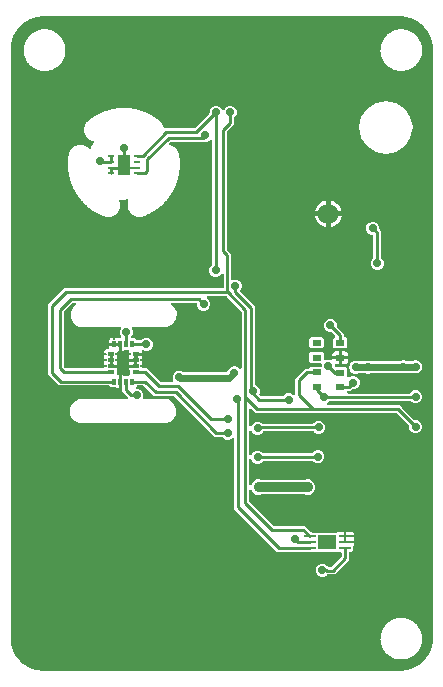
<source format=gtl>
G04 EAGLE Gerber RS-274X export*
G75*
%MOMM*%
%FSLAX34Y34*%
%LPD*%
%INTop Copper*%
%IPPOS*%
%AMOC8*
5,1,8,0,0,1.08239X$1,22.5*%
G01*
%ADD10R,1.000000X0.220000*%
%ADD11R,1.500000X1.200000*%
%ADD12C,1.750000*%
%ADD13R,0.550000X0.250000*%
%ADD14R,1.000000X1.700000*%
%ADD15R,0.350000X0.600000*%
%ADD16R,0.600000X0.350000*%
%ADD17R,0.800000X0.550000*%
%ADD18C,0.254000*%
%ADD19C,0.700000*%
%ADD20C,0.200000*%
%ADD21C,0.609600*%
%ADD22C,0.900000*%
%ADD23C,0.812800*%

G36*
X335036Y5217D02*
X335036Y5217D01*
X335042Y5216D01*
X335767Y5225D01*
X335780Y5227D01*
X335793Y5226D01*
X336472Y5252D01*
X336486Y5254D01*
X336498Y5253D01*
X337174Y5296D01*
X337187Y5299D01*
X337199Y5298D01*
X337869Y5358D01*
X337882Y5361D01*
X337894Y5361D01*
X338559Y5437D01*
X338572Y5441D01*
X338584Y5441D01*
X339245Y5534D01*
X339258Y5537D01*
X339270Y5538D01*
X339923Y5647D01*
X339936Y5651D01*
X339948Y5651D01*
X340597Y5776D01*
X340610Y5781D01*
X340622Y5781D01*
X341266Y5922D01*
X341278Y5927D01*
X341290Y5928D01*
X341927Y6085D01*
X341940Y6090D01*
X341952Y6091D01*
X342583Y6263D01*
X342595Y6268D01*
X342607Y6270D01*
X343232Y6457D01*
X343244Y6462D01*
X343256Y6464D01*
X343875Y6666D01*
X343886Y6672D01*
X343898Y6674D01*
X344511Y6891D01*
X344523Y6897D01*
X344534Y6900D01*
X345141Y7131D01*
X345152Y7138D01*
X345163Y7140D01*
X345762Y7386D01*
X345773Y7392D01*
X345784Y7395D01*
X346376Y7655D01*
X346387Y7662D01*
X346398Y7666D01*
X346983Y7939D01*
X346993Y7947D01*
X347004Y7950D01*
X347583Y8238D01*
X347593Y8246D01*
X347604Y8249D01*
X348172Y8550D01*
X348183Y8558D01*
X348193Y8562D01*
X348756Y8877D01*
X348766Y8885D01*
X348777Y8889D01*
X349330Y9217D01*
X349340Y9225D01*
X349351Y9230D01*
X349895Y9571D01*
X349905Y9579D01*
X349916Y9584D01*
X350451Y9937D01*
X350461Y9946D01*
X350471Y9951D01*
X350998Y10317D01*
X351008Y10325D01*
X351018Y10331D01*
X351537Y10710D01*
X351546Y10719D01*
X351556Y10724D01*
X352065Y11115D01*
X352074Y11124D01*
X352084Y11130D01*
X352582Y11531D01*
X352591Y11541D01*
X352600Y11547D01*
X353091Y11962D01*
X353099Y11971D01*
X353109Y11977D01*
X353588Y12403D01*
X353596Y12413D01*
X353606Y12419D01*
X354075Y12856D01*
X354083Y12866D01*
X354092Y12873D01*
X354550Y13320D01*
X354558Y13330D01*
X354567Y13336D01*
X355016Y13796D01*
X355023Y13807D01*
X355032Y13814D01*
X355469Y14282D01*
X355476Y14293D01*
X355485Y14300D01*
X355911Y14779D01*
X355918Y14790D01*
X355926Y14797D01*
X356341Y15287D01*
X356348Y15298D01*
X356356Y15306D01*
X356758Y15804D01*
X356765Y15815D01*
X356773Y15823D01*
X357164Y16332D01*
X357170Y16343D01*
X357178Y16351D01*
X357557Y16870D01*
X357563Y16881D01*
X357571Y16890D01*
X357937Y17417D01*
X357943Y17428D01*
X357951Y17437D01*
X358304Y17972D01*
X358310Y17984D01*
X358317Y17993D01*
X358658Y18537D01*
X358663Y18549D01*
X358671Y18558D01*
X358999Y19111D01*
X359004Y19123D01*
X359011Y19132D01*
X359326Y19695D01*
X359331Y19706D01*
X359338Y19716D01*
X359639Y20284D01*
X359643Y20296D01*
X359650Y20305D01*
X359938Y20884D01*
X359942Y20896D01*
X359949Y20905D01*
X360222Y21490D01*
X360226Y21502D01*
X360233Y21512D01*
X360493Y22104D01*
X360496Y22116D01*
X360502Y22126D01*
X360748Y22725D01*
X360751Y22737D01*
X360757Y22748D01*
X360988Y23354D01*
X360991Y23367D01*
X360997Y23377D01*
X361214Y23990D01*
X361217Y24003D01*
X361222Y24013D01*
X361424Y24632D01*
X361426Y24645D01*
X361431Y24656D01*
X361618Y25281D01*
X361620Y25294D01*
X361625Y25305D01*
X361797Y25936D01*
X361799Y25950D01*
X361803Y25961D01*
X361960Y26598D01*
X361961Y26611D01*
X361966Y26623D01*
X362107Y27266D01*
X362108Y27279D01*
X362112Y27291D01*
X362237Y27940D01*
X362238Y27954D01*
X362242Y27965D01*
X362350Y28618D01*
X362351Y28632D01*
X362354Y28643D01*
X362447Y29304D01*
X362447Y29318D01*
X362451Y29329D01*
X362527Y29994D01*
X362527Y30007D01*
X362530Y30019D01*
X362590Y30689D01*
X362589Y30702D01*
X362592Y30714D01*
X362635Y31390D01*
X362634Y31404D01*
X362636Y31416D01*
X362662Y32095D01*
X362661Y32109D01*
X362663Y32121D01*
X362672Y32845D01*
X362671Y32852D01*
X362672Y32858D01*
X362672Y531600D01*
X362671Y531607D01*
X362672Y531613D01*
X362663Y532337D01*
X362661Y532350D01*
X362662Y532363D01*
X362636Y533042D01*
X362634Y533056D01*
X362635Y533068D01*
X362592Y533744D01*
X362589Y533757D01*
X362590Y533769D01*
X362530Y534439D01*
X362527Y534452D01*
X362527Y534464D01*
X362451Y535129D01*
X362447Y535142D01*
X362447Y535154D01*
X362354Y535815D01*
X362351Y535828D01*
X362350Y535840D01*
X362242Y536492D01*
X362238Y536505D01*
X362237Y536517D01*
X362112Y537167D01*
X362107Y537180D01*
X362107Y537192D01*
X361966Y537836D01*
X361961Y537848D01*
X361960Y537860D01*
X361803Y538497D01*
X361798Y538510D01*
X361797Y538522D01*
X361625Y539153D01*
X361620Y539165D01*
X361618Y539177D01*
X361431Y539802D01*
X361426Y539814D01*
X361424Y539826D01*
X361222Y540445D01*
X361216Y540456D01*
X361214Y540468D01*
X360997Y541081D01*
X360991Y541093D01*
X360988Y541104D01*
X360757Y541710D01*
X360750Y541722D01*
X360748Y541733D01*
X360502Y542332D01*
X360496Y542343D01*
X360493Y542354D01*
X360233Y542946D01*
X360226Y542957D01*
X360222Y542968D01*
X359949Y543553D01*
X359942Y543563D01*
X359938Y543574D01*
X359650Y544153D01*
X359642Y544163D01*
X359639Y544174D01*
X359338Y544742D01*
X359330Y544753D01*
X359326Y544763D01*
X359011Y545326D01*
X359003Y545336D01*
X358999Y545347D01*
X358671Y545900D01*
X358663Y545910D01*
X358658Y545921D01*
X358317Y546465D01*
X358309Y546475D01*
X358304Y546486D01*
X357951Y547021D01*
X357942Y547031D01*
X357937Y547041D01*
X357571Y547568D01*
X357563Y547578D01*
X357557Y547588D01*
X357178Y548107D01*
X357169Y548116D01*
X357164Y548126D01*
X356773Y548635D01*
X356764Y548644D01*
X356758Y548654D01*
X356356Y549152D01*
X356347Y549161D01*
X356341Y549171D01*
X355926Y549661D01*
X355917Y549669D01*
X355911Y549679D01*
X355485Y550158D01*
X355475Y550166D01*
X355469Y550176D01*
X355032Y550645D01*
X355023Y550652D01*
X355016Y550662D01*
X354567Y551122D01*
X354557Y551129D01*
X354550Y551138D01*
X354092Y551585D01*
X354082Y551593D01*
X354075Y551602D01*
X353606Y552039D01*
X353595Y552046D01*
X353588Y552055D01*
X353109Y552481D01*
X353098Y552488D01*
X353091Y552496D01*
X352601Y552911D01*
X352590Y552918D01*
X352582Y552926D01*
X352084Y553328D01*
X352073Y553335D01*
X352065Y553343D01*
X351556Y553734D01*
X351545Y553740D01*
X351537Y553748D01*
X351018Y554127D01*
X351007Y554133D01*
X350998Y554141D01*
X350471Y554507D01*
X350460Y554513D01*
X350451Y554521D01*
X349916Y554874D01*
X349904Y554880D01*
X349895Y554887D01*
X349351Y555228D01*
X349339Y555233D01*
X349330Y555241D01*
X348777Y555568D01*
X348766Y555573D01*
X348756Y555581D01*
X348193Y555896D01*
X348182Y555901D01*
X348172Y555908D01*
X347604Y556209D01*
X347592Y556213D01*
X347583Y556220D01*
X347004Y556508D01*
X346992Y556512D01*
X346983Y556519D01*
X346398Y556792D01*
X346386Y556796D01*
X346376Y556803D01*
X345784Y557063D01*
X345772Y557066D01*
X345762Y557072D01*
X345163Y557318D01*
X345151Y557321D01*
X345140Y557327D01*
X344534Y557558D01*
X344521Y557561D01*
X344511Y557567D01*
X343898Y557784D01*
X343885Y557786D01*
X343875Y557792D01*
X343256Y557994D01*
X343243Y557996D01*
X343232Y558001D01*
X342607Y558188D01*
X342594Y558190D01*
X342583Y558195D01*
X341952Y558367D01*
X341938Y558369D01*
X341927Y558373D01*
X341290Y558530D01*
X341277Y558531D01*
X341265Y558536D01*
X340622Y558677D01*
X340609Y558678D01*
X340597Y558682D01*
X339948Y558807D01*
X339934Y558808D01*
X339923Y558812D01*
X339270Y558920D01*
X339256Y558921D01*
X339245Y558924D01*
X338584Y559017D01*
X338570Y559017D01*
X338559Y559021D01*
X337894Y559097D01*
X337881Y559097D01*
X337869Y559100D01*
X337199Y559160D01*
X337186Y559159D01*
X337174Y559162D01*
X336498Y559205D01*
X336484Y559204D01*
X336472Y559206D01*
X335793Y559232D01*
X335779Y559231D01*
X335767Y559233D01*
X335042Y559242D01*
X335036Y559241D01*
X335030Y559242D01*
X32708Y559242D01*
X32702Y559241D01*
X32696Y559242D01*
X31971Y559233D01*
X31958Y559231D01*
X31945Y559232D01*
X31266Y559206D01*
X31252Y559204D01*
X31240Y559205D01*
X30564Y559162D01*
X30551Y559159D01*
X30539Y559160D01*
X29869Y559100D01*
X29856Y559097D01*
X29844Y559097D01*
X29179Y559021D01*
X29166Y559017D01*
X29154Y559017D01*
X28493Y558924D01*
X28480Y558921D01*
X28468Y558920D01*
X27815Y558812D01*
X27802Y558807D01*
X27790Y558807D01*
X27141Y558682D01*
X27128Y558677D01*
X27116Y558677D01*
X26472Y558536D01*
X26460Y558531D01*
X26448Y558530D01*
X25811Y558373D01*
X25798Y558368D01*
X25786Y558367D01*
X25155Y558195D01*
X25143Y558190D01*
X25131Y558188D01*
X24506Y558001D01*
X24494Y557996D01*
X24482Y557994D01*
X23863Y557792D01*
X23852Y557786D01*
X23840Y557784D01*
X23227Y557567D01*
X23215Y557561D01*
X23204Y557558D01*
X22598Y557327D01*
X22587Y557321D01*
X22575Y557318D01*
X21976Y557072D01*
X21965Y557066D01*
X21954Y557063D01*
X21362Y556803D01*
X21351Y556796D01*
X21340Y556792D01*
X20755Y556519D01*
X20745Y556512D01*
X20734Y556508D01*
X20155Y556220D01*
X20145Y556212D01*
X20134Y556209D01*
X19566Y555908D01*
X19555Y555900D01*
X19545Y555896D01*
X18982Y555581D01*
X18972Y555573D01*
X18961Y555569D01*
X18408Y555241D01*
X18398Y555233D01*
X18387Y555228D01*
X17843Y554887D01*
X17833Y554879D01*
X17822Y554874D01*
X17287Y554521D01*
X17277Y554512D01*
X17267Y554507D01*
X16740Y554141D01*
X16730Y554133D01*
X16720Y554127D01*
X16201Y553748D01*
X16192Y553739D01*
X16182Y553734D01*
X15673Y553343D01*
X15664Y553334D01*
X15654Y553328D01*
X15156Y552926D01*
X15147Y552917D01*
X15137Y552911D01*
X14647Y552496D01*
X14639Y552487D01*
X14629Y552481D01*
X14150Y552055D01*
X14142Y552045D01*
X14132Y552039D01*
X13663Y551602D01*
X13655Y551592D01*
X13646Y551585D01*
X13187Y551138D01*
X13180Y551128D01*
X13170Y551121D01*
X12723Y550662D01*
X12715Y550652D01*
X12706Y550645D01*
X12269Y550176D01*
X12262Y550165D01*
X12253Y550158D01*
X11827Y549679D01*
X11820Y549668D01*
X11812Y549661D01*
X11397Y549171D01*
X11390Y549160D01*
X11382Y549152D01*
X10980Y548654D01*
X10973Y548643D01*
X10965Y548635D01*
X10574Y548126D01*
X10568Y548115D01*
X10560Y548107D01*
X10181Y547588D01*
X10175Y547577D01*
X10167Y547568D01*
X9801Y547041D01*
X9795Y547030D01*
X9787Y547021D01*
X9434Y546486D01*
X9428Y546474D01*
X9421Y546465D01*
X9080Y545921D01*
X9075Y545909D01*
X9067Y545900D01*
X8739Y545347D01*
X8734Y545335D01*
X8727Y545326D01*
X8412Y544763D01*
X8407Y544752D01*
X8400Y544742D01*
X8099Y544174D01*
X8095Y544162D01*
X8088Y544153D01*
X7800Y543574D01*
X7796Y543562D01*
X7789Y543553D01*
X7516Y542968D01*
X7512Y542956D01*
X7505Y542946D01*
X7245Y542354D01*
X7242Y542342D01*
X7236Y542332D01*
X6990Y541733D01*
X6987Y541721D01*
X6981Y541710D01*
X6750Y541104D01*
X6747Y541091D01*
X6741Y541081D01*
X6524Y540469D01*
X6522Y540456D01*
X6516Y540445D01*
X6314Y539826D01*
X6312Y539813D01*
X6307Y539802D01*
X6120Y539177D01*
X6118Y539164D01*
X6113Y539153D01*
X5941Y538522D01*
X5939Y538508D01*
X5935Y538497D01*
X5778Y537860D01*
X5777Y537847D01*
X5772Y537835D01*
X5631Y537192D01*
X5630Y537179D01*
X5626Y537167D01*
X5501Y536518D01*
X5500Y536504D01*
X5497Y536493D01*
X5388Y535840D01*
X5387Y535826D01*
X5384Y535815D01*
X5291Y535154D01*
X5291Y535140D01*
X5287Y535129D01*
X5211Y534464D01*
X5211Y534451D01*
X5208Y534439D01*
X5148Y533769D01*
X5149Y533756D01*
X5146Y533744D01*
X5103Y533068D01*
X5104Y533054D01*
X5102Y533042D01*
X5076Y532363D01*
X5077Y532349D01*
X5075Y532337D01*
X5066Y531612D01*
X5067Y531606D01*
X5066Y531599D01*
X5066Y32858D01*
X5067Y32852D01*
X5066Y32846D01*
X5075Y32121D01*
X5077Y32108D01*
X5076Y32095D01*
X5102Y31416D01*
X5104Y31402D01*
X5103Y31390D01*
X5146Y30714D01*
X5149Y30701D01*
X5148Y30689D01*
X5208Y30019D01*
X5211Y30006D01*
X5211Y29994D01*
X5287Y29329D01*
X5291Y29316D01*
X5291Y29304D01*
X5384Y28643D01*
X5387Y28630D01*
X5388Y28618D01*
X5497Y27965D01*
X5501Y27952D01*
X5501Y27940D01*
X5626Y27291D01*
X5631Y27278D01*
X5631Y27266D01*
X5772Y26622D01*
X5777Y26610D01*
X5778Y26598D01*
X5935Y25961D01*
X5940Y25948D01*
X5941Y25936D01*
X6113Y25305D01*
X6118Y25293D01*
X6120Y25281D01*
X6307Y24656D01*
X6312Y24644D01*
X6314Y24632D01*
X6516Y24013D01*
X6522Y24002D01*
X6524Y23990D01*
X6741Y23377D01*
X6747Y23366D01*
X6750Y23354D01*
X6981Y22748D01*
X6987Y22736D01*
X6990Y22725D01*
X7236Y22126D01*
X7242Y22115D01*
X7245Y22104D01*
X7505Y21512D01*
X7512Y21501D01*
X7516Y21490D01*
X7789Y20905D01*
X7797Y20895D01*
X7800Y20884D01*
X8088Y20305D01*
X8096Y20295D01*
X8099Y20284D01*
X8400Y19716D01*
X8408Y19706D01*
X8412Y19695D01*
X8727Y19132D01*
X8735Y19122D01*
X8739Y19111D01*
X9067Y18558D01*
X9075Y18548D01*
X9080Y18537D01*
X9421Y17993D01*
X9429Y17983D01*
X9434Y17972D01*
X9787Y17437D01*
X9796Y17427D01*
X9801Y17417D01*
X10167Y16890D01*
X10175Y16880D01*
X10181Y16870D01*
X10560Y16351D01*
X10569Y16342D01*
X10574Y16332D01*
X10965Y15823D01*
X10974Y15814D01*
X10980Y15804D01*
X11382Y15306D01*
X11391Y15297D01*
X11397Y15287D01*
X11812Y14797D01*
X11821Y14789D01*
X11827Y14779D01*
X12253Y14300D01*
X12263Y14292D01*
X12269Y14282D01*
X12706Y13813D01*
X12716Y13805D01*
X12723Y13796D01*
X13170Y13337D01*
X13180Y13330D01*
X13187Y13320D01*
X13646Y12873D01*
X13656Y12865D01*
X13663Y12856D01*
X14133Y12419D01*
X14143Y12412D01*
X14150Y12403D01*
X14629Y11977D01*
X14640Y11970D01*
X14647Y11962D01*
X15137Y11547D01*
X15148Y11540D01*
X15156Y11532D01*
X15654Y11130D01*
X15665Y11123D01*
X15673Y11115D01*
X16182Y10724D01*
X16193Y10718D01*
X16201Y10710D01*
X16720Y10331D01*
X16731Y10325D01*
X16740Y10317D01*
X17267Y9951D01*
X17278Y9945D01*
X17287Y9937D01*
X17822Y9584D01*
X17834Y9578D01*
X17843Y9571D01*
X18387Y9230D01*
X18399Y9225D01*
X18408Y9217D01*
X18961Y8889D01*
X18973Y8884D01*
X18982Y8877D01*
X19545Y8562D01*
X19556Y8557D01*
X19566Y8550D01*
X20134Y8249D01*
X20146Y8245D01*
X20155Y8238D01*
X20734Y7950D01*
X20746Y7946D01*
X20755Y7939D01*
X21340Y7666D01*
X21352Y7662D01*
X21362Y7655D01*
X21954Y7395D01*
X21966Y7392D01*
X21976Y7386D01*
X22575Y7140D01*
X22587Y7137D01*
X22598Y7131D01*
X23204Y6900D01*
X23217Y6897D01*
X23227Y6891D01*
X23840Y6674D01*
X23853Y6671D01*
X23863Y6666D01*
X24482Y6464D01*
X24495Y6462D01*
X24506Y6457D01*
X25131Y6270D01*
X25144Y6268D01*
X25155Y6263D01*
X25786Y6091D01*
X25800Y6089D01*
X25811Y6085D01*
X26448Y5928D01*
X26461Y5927D01*
X26472Y5922D01*
X27115Y5782D01*
X27129Y5781D01*
X27140Y5776D01*
X27790Y5651D01*
X27804Y5650D01*
X27815Y5647D01*
X28468Y5538D01*
X28482Y5537D01*
X28493Y5534D01*
X29154Y5441D01*
X29168Y5441D01*
X29179Y5437D01*
X29844Y5361D01*
X29857Y5361D01*
X29869Y5358D01*
X30539Y5298D01*
X30552Y5299D01*
X30564Y5296D01*
X31240Y5253D01*
X31254Y5254D01*
X31266Y5252D01*
X31945Y5226D01*
X31959Y5227D01*
X31971Y5225D01*
X32696Y5216D01*
X32703Y5217D01*
X32709Y5216D01*
X335029Y5216D01*
X335036Y5217D01*
G37*
%LPC*%
G36*
X268006Y84833D02*
X268006Y84833D01*
X265984Y85671D01*
X264436Y87218D01*
X263599Y89240D01*
X263599Y91428D01*
X264436Y93450D01*
X265984Y94997D01*
X268006Y95835D01*
X270194Y95835D01*
X272216Y94997D01*
X273316Y93898D01*
X273316Y93897D01*
X273680Y93533D01*
X273757Y93475D01*
X273828Y93411D01*
X273869Y93391D01*
X273906Y93364D01*
X273996Y93330D01*
X274082Y93288D01*
X274124Y93281D01*
X274170Y93264D01*
X274297Y93254D01*
X274387Y93240D01*
X276458Y93240D01*
X276553Y93254D01*
X276649Y93259D01*
X276692Y93274D01*
X276737Y93280D01*
X276825Y93320D01*
X276915Y93351D01*
X276950Y93376D01*
X276994Y93396D01*
X277091Y93480D01*
X277164Y93533D01*
X285008Y101376D01*
X285065Y101453D01*
X285130Y101525D01*
X285150Y101565D01*
X285177Y101602D01*
X285211Y101692D01*
X285253Y101778D01*
X285259Y101820D01*
X285277Y101866D01*
X285285Y101979D01*
X285288Y101989D01*
X285289Y102008D01*
X285300Y102083D01*
X285300Y104940D01*
X285291Y105004D01*
X285292Y105068D01*
X285272Y105143D01*
X285261Y105220D01*
X285234Y105278D01*
X285217Y105340D01*
X285176Y105406D01*
X285144Y105477D01*
X285103Y105525D01*
X285069Y105580D01*
X285011Y105632D01*
X284961Y105691D01*
X284907Y105726D01*
X284860Y105769D01*
X284790Y105803D01*
X284725Y105845D01*
X284663Y105864D01*
X284606Y105892D01*
X284536Y105903D01*
X284455Y105928D01*
X284371Y105929D01*
X284301Y105940D01*
X282475Y105940D01*
X282447Y105950D01*
X282360Y105992D01*
X282318Y105999D01*
X282273Y106016D01*
X282145Y106026D01*
X282056Y106040D01*
X264741Y106040D01*
X264646Y106026D01*
X264550Y106021D01*
X264507Y106006D01*
X264462Y106000D01*
X264374Y105960D01*
X264315Y105940D01*
X260337Y105940D01*
X260242Y105926D01*
X260146Y105921D01*
X260103Y105906D01*
X260058Y105900D01*
X259971Y105860D01*
X259880Y105829D01*
X259845Y105804D01*
X259801Y105784D01*
X259785Y105770D01*
X230837Y105770D01*
X194285Y142322D01*
X194285Y201714D01*
X194280Y201746D01*
X194283Y201778D01*
X194260Y201885D01*
X194245Y201993D01*
X194232Y202022D01*
X194225Y202054D01*
X194174Y202150D01*
X194129Y202250D01*
X194108Y202274D01*
X194092Y202303D01*
X194016Y202381D01*
X193945Y202464D01*
X193918Y202482D01*
X193896Y202505D01*
X193801Y202559D01*
X193709Y202619D01*
X193678Y202628D01*
X193650Y202644D01*
X193544Y202669D01*
X193440Y202701D01*
X193407Y202701D01*
X193376Y202709D01*
X193267Y202703D01*
X193158Y202705D01*
X193126Y202696D01*
X193094Y202695D01*
X192991Y202659D01*
X192886Y202630D01*
X192858Y202613D01*
X192828Y202602D01*
X192755Y202549D01*
X192646Y202481D01*
X192613Y202445D01*
X192579Y202420D01*
X191861Y201702D01*
X189839Y200865D01*
X187651Y200865D01*
X185629Y201702D01*
X184529Y202802D01*
X184452Y202860D01*
X184381Y202924D01*
X184340Y202944D01*
X184304Y202972D01*
X184214Y203006D01*
X184127Y203047D01*
X184085Y203054D01*
X184040Y203071D01*
X183912Y203081D01*
X183823Y203095D01*
X177764Y203095D01*
X143657Y237202D01*
X143581Y237259D01*
X143509Y237324D01*
X143468Y237344D01*
X143432Y237371D01*
X143342Y237405D01*
X143255Y237447D01*
X143213Y237454D01*
X143168Y237471D01*
X143040Y237481D01*
X142951Y237495D01*
X126745Y237495D01*
X117845Y246395D01*
X117768Y246453D01*
X117696Y246518D01*
X117655Y246537D01*
X117619Y246565D01*
X117529Y246599D01*
X117443Y246641D01*
X117401Y246647D01*
X117355Y246664D01*
X117228Y246674D01*
X117138Y246688D01*
X112629Y246688D01*
X112534Y246675D01*
X112438Y246670D01*
X112395Y246655D01*
X112350Y246648D01*
X112263Y246609D01*
X112172Y246577D01*
X112137Y246552D01*
X112093Y246532D01*
X111996Y246449D01*
X111923Y246395D01*
X111189Y245662D01*
X111170Y245636D01*
X111145Y245615D01*
X111085Y245524D01*
X111020Y245436D01*
X111009Y245406D01*
X110991Y245379D01*
X110959Y245275D01*
X110920Y245172D01*
X110918Y245140D01*
X110908Y245109D01*
X110907Y245000D01*
X110899Y244891D01*
X110905Y244860D01*
X110905Y244827D01*
X110934Y244722D01*
X110956Y244615D01*
X110971Y244587D01*
X110980Y244556D01*
X111037Y244463D01*
X111089Y244366D01*
X111111Y244343D01*
X111128Y244316D01*
X111209Y244242D01*
X111285Y244164D01*
X111313Y244148D01*
X111337Y244127D01*
X111436Y244079D01*
X111531Y244025D01*
X111562Y244018D01*
X111591Y244004D01*
X111681Y243990D01*
X111805Y243960D01*
X111854Y243963D01*
X111896Y243956D01*
X112930Y243956D01*
X114952Y243119D01*
X116499Y241571D01*
X117337Y239549D01*
X117337Y237361D01*
X116913Y236338D01*
X116883Y236223D01*
X116849Y236109D01*
X116848Y236087D01*
X116843Y236064D01*
X116847Y235946D01*
X116845Y235827D01*
X116851Y235805D01*
X116852Y235783D01*
X116889Y235670D01*
X116920Y235556D01*
X116932Y235536D01*
X116939Y235514D01*
X117006Y235417D01*
X117068Y235316D01*
X117085Y235300D01*
X117098Y235281D01*
X117190Y235206D01*
X117278Y235127D01*
X117298Y235117D01*
X117316Y235102D01*
X117425Y235055D01*
X117531Y235004D01*
X117553Y235000D01*
X117575Y234991D01*
X117760Y234968D01*
X117836Y234956D01*
X134363Y234956D01*
X134377Y234958D01*
X134390Y234956D01*
X134475Y234972D01*
X134642Y234996D01*
X134662Y235005D01*
X135512Y234958D01*
X135541Y234960D01*
X135568Y234956D01*
X136412Y234956D01*
X136414Y234955D01*
X136498Y234937D01*
X136661Y234895D01*
X136690Y234896D01*
X136715Y234891D01*
X138403Y234797D01*
X142965Y231813D01*
X145425Y226948D01*
X145341Y225435D01*
X145276Y224265D01*
X145274Y224226D01*
X145207Y223018D01*
X145123Y221505D01*
X142139Y216942D01*
X137274Y214482D01*
X134721Y214624D01*
X134692Y214621D01*
X134666Y214626D01*
X62766Y214626D01*
X58180Y217274D01*
X55532Y221860D01*
X55532Y227515D01*
X58255Y232232D01*
X62973Y234956D01*
X103497Y234956D01*
X103529Y234961D01*
X103561Y234958D01*
X103668Y234980D01*
X103776Y234996D01*
X103806Y235009D01*
X103837Y235016D01*
X103934Y235067D01*
X104033Y235112D01*
X104058Y235133D01*
X104086Y235148D01*
X104165Y235224D01*
X104248Y235295D01*
X104265Y235322D01*
X104288Y235345D01*
X104342Y235440D01*
X104402Y235531D01*
X104412Y235562D01*
X104427Y235590D01*
X104453Y235697D01*
X104484Y235801D01*
X104485Y235833D01*
X104492Y235865D01*
X104487Y235974D01*
X104488Y236083D01*
X104480Y236114D01*
X104478Y236146D01*
X104442Y236249D01*
X104413Y236355D01*
X104396Y236382D01*
X104386Y236413D01*
X104332Y236486D01*
X104265Y236595D01*
X104229Y236627D01*
X104204Y236662D01*
X103472Y237393D01*
X101845Y239021D01*
X101844Y239021D01*
X99636Y241230D01*
X99636Y243419D01*
X99627Y243482D01*
X99628Y243547D01*
X99607Y243621D01*
X99596Y243698D01*
X99570Y243757D01*
X99553Y243819D01*
X99512Y243885D01*
X99480Y243955D01*
X99438Y244004D01*
X99404Y244059D01*
X99347Y244110D01*
X99297Y244169D01*
X99243Y244205D01*
X99195Y244248D01*
X99125Y244281D01*
X99061Y244324D01*
X98999Y244343D01*
X98941Y244371D01*
X98906Y244376D01*
X98906Y249959D01*
X98906Y255500D01*
X99991Y255500D01*
X100637Y255326D01*
X101041Y255093D01*
X101140Y255054D01*
X101236Y255007D01*
X101268Y255002D01*
X101303Y254988D01*
X101450Y254974D01*
X101541Y254960D01*
X104907Y254960D01*
X104970Y254969D01*
X105035Y254968D01*
X105109Y254988D01*
X105186Y254999D01*
X105244Y255026D01*
X105306Y255043D01*
X105372Y255084D01*
X105443Y255116D01*
X105492Y255157D01*
X105546Y255191D01*
X105598Y255249D01*
X105657Y255299D01*
X105692Y255353D01*
X105735Y255400D01*
X105769Y255470D01*
X105812Y255535D01*
X105830Y255596D01*
X105858Y255654D01*
X105869Y255724D01*
X105894Y255805D01*
X105895Y255889D01*
X105906Y255959D01*
X105906Y259575D01*
X105891Y259681D01*
X105883Y259787D01*
X105871Y259818D01*
X105866Y259854D01*
X105805Y259989D01*
X105772Y260075D01*
X105539Y260478D01*
X105366Y261124D01*
X105366Y262209D01*
X106456Y262209D01*
X106497Y262215D01*
X106538Y262213D01*
X106636Y262235D01*
X106735Y262249D01*
X106773Y262266D01*
X106813Y262275D01*
X106901Y262324D01*
X106992Y262365D01*
X107024Y262392D01*
X107060Y262412D01*
X107130Y262483D01*
X107207Y262549D01*
X107229Y262583D01*
X107258Y262612D01*
X107306Y262701D01*
X107361Y262785D01*
X107373Y262824D01*
X107393Y262860D01*
X107414Y262958D01*
X107444Y263055D01*
X107444Y263096D01*
X107453Y263136D01*
X107446Y263236D01*
X107447Y263337D01*
X107436Y263376D01*
X107434Y263417D01*
X107399Y263511D01*
X107372Y263608D01*
X107350Y263643D01*
X107336Y263682D01*
X107277Y263763D01*
X107224Y263848D01*
X107193Y263876D01*
X107169Y263909D01*
X107100Y263961D01*
X107015Y264037D01*
X107014Y264038D01*
X106962Y264063D01*
X106922Y264093D01*
X106921Y264093D01*
X106839Y264123D01*
X106760Y264161D01*
X106710Y264168D01*
X106655Y264188D01*
X106541Y264195D01*
X106456Y264208D01*
X105366Y264208D01*
X105366Y265293D01*
X105408Y265450D01*
X105421Y265556D01*
X105441Y265661D01*
X105437Y265693D01*
X105442Y265730D01*
X105418Y265877D01*
X105408Y265967D01*
X105366Y266124D01*
X105366Y267209D01*
X106456Y267209D01*
X106486Y267214D01*
X106515Y267211D01*
X106561Y267221D01*
X106609Y267221D01*
X106666Y267239D01*
X106735Y267249D01*
X106762Y267262D01*
X106792Y267268D01*
X106849Y267298D01*
X106903Y267315D01*
X106945Y267344D01*
X106992Y267365D01*
X107014Y267385D01*
X107041Y267399D01*
X107085Y267441D01*
X107135Y267476D01*
X107168Y267516D01*
X107206Y267549D01*
X107222Y267573D01*
X107244Y267595D01*
X107274Y267647D01*
X107313Y267694D01*
X107333Y267743D01*
X107361Y267785D01*
X107369Y267813D01*
X107384Y267839D01*
X107399Y267898D01*
X107422Y267954D01*
X107428Y268007D01*
X107443Y268055D01*
X107443Y268083D01*
X107451Y268113D01*
X107448Y268174D01*
X107455Y268234D01*
X107446Y268287D01*
X107447Y268337D01*
X107439Y268364D01*
X107438Y268395D01*
X107418Y268453D01*
X107408Y268512D01*
X107385Y268560D01*
X107372Y268609D01*
X107356Y268633D01*
X107347Y268662D01*
X107312Y268712D01*
X107285Y268766D01*
X107250Y268805D01*
X107223Y268849D01*
X107202Y268868D01*
X107184Y268893D01*
X107140Y268927D01*
X107096Y268976D01*
X107052Y269003D01*
X107014Y269038D01*
X106973Y269058D01*
X106941Y269082D01*
X106897Y269099D01*
X106857Y269124D01*
X106807Y269138D01*
X106760Y269161D01*
X106720Y269167D01*
X106678Y269183D01*
X106630Y269187D01*
X106585Y269200D01*
X106516Y269199D01*
X106456Y269208D01*
X105366Y269208D01*
X105366Y270293D01*
X105408Y270450D01*
X105421Y270556D01*
X105441Y270661D01*
X105437Y270694D01*
X105442Y270730D01*
X105418Y270877D01*
X105408Y270968D01*
X105366Y271124D01*
X105366Y272209D01*
X106456Y272209D01*
X106542Y272222D01*
X106629Y272225D01*
X106677Y272241D01*
X106735Y272249D01*
X106839Y272296D01*
X106921Y272324D01*
X106922Y272325D01*
X106955Y272349D01*
X106992Y272365D01*
X106992Y272366D01*
X107069Y272431D01*
X107150Y272490D01*
X107175Y272522D01*
X107207Y272549D01*
X107262Y272633D01*
X107323Y272713D01*
X107339Y272751D01*
X107361Y272785D01*
X107390Y272881D01*
X107428Y272975D01*
X107431Y273016D01*
X107443Y273055D01*
X107445Y273155D01*
X107454Y273255D01*
X107447Y273296D01*
X107447Y273337D01*
X107420Y273434D01*
X107402Y273532D01*
X107383Y273569D01*
X107372Y273609D01*
X107319Y273694D01*
X107274Y273784D01*
X107245Y273814D01*
X107224Y273849D01*
X107149Y273916D01*
X107080Y273989D01*
X107045Y274010D01*
X107015Y274038D01*
X106924Y274081D01*
X106838Y274133D01*
X106798Y274143D01*
X106761Y274161D01*
X106675Y274174D01*
X106564Y274202D01*
X106506Y274200D01*
X106456Y274208D01*
X105366Y274208D01*
X105366Y275406D01*
X105375Y275480D01*
X105366Y275533D01*
X105367Y275587D01*
X105343Y275671D01*
X105329Y275758D01*
X105306Y275806D01*
X105292Y275859D01*
X105246Y275933D01*
X105208Y276012D01*
X105172Y276053D01*
X105144Y276099D01*
X105078Y276157D01*
X105020Y276223D01*
X104974Y276251D01*
X104934Y276288D01*
X104855Y276326D01*
X104781Y276372D01*
X104729Y276387D01*
X104680Y276411D01*
X104603Y276423D01*
X104509Y276449D01*
X104437Y276449D01*
X104376Y276458D01*
X101541Y276458D01*
X101435Y276443D01*
X101328Y276435D01*
X101298Y276424D01*
X101261Y276418D01*
X101126Y276357D01*
X101041Y276324D01*
X100637Y276091D01*
X99991Y275918D01*
X98906Y275918D01*
X98906Y277008D01*
X98900Y277049D01*
X98903Y277090D01*
X98880Y277188D01*
X98866Y277288D01*
X98849Y277325D01*
X98840Y277365D01*
X98791Y277453D01*
X98750Y277545D01*
X98723Y277576D01*
X98703Y277612D01*
X98632Y277682D01*
X98567Y277759D01*
X98532Y277781D01*
X98503Y277810D01*
X98415Y277858D01*
X98331Y277913D01*
X98291Y277925D01*
X98255Y277945D01*
X98157Y277966D01*
X98061Y277996D01*
X98020Y277996D01*
X97980Y278005D01*
X97879Y277998D01*
X97779Y277999D01*
X97739Y277988D01*
X97698Y277986D01*
X97604Y277951D01*
X97507Y277924D01*
X97472Y277903D01*
X97434Y277888D01*
X97353Y277829D01*
X97267Y277776D01*
X97240Y277746D01*
X97207Y277721D01*
X97155Y277652D01*
X97078Y277567D01*
X97078Y277566D01*
X97053Y277514D01*
X97023Y277474D01*
X97022Y277473D01*
X96993Y277391D01*
X96955Y277312D01*
X96947Y277262D01*
X96927Y277208D01*
X96921Y277093D01*
X96907Y277008D01*
X96907Y275918D01*
X96447Y275918D01*
X96383Y275909D01*
X96319Y275910D01*
X96244Y275889D01*
X96167Y275878D01*
X96109Y275852D01*
X96047Y275835D01*
X95981Y275794D01*
X95911Y275762D01*
X95862Y275720D01*
X95807Y275687D01*
X95755Y275629D01*
X95696Y275579D01*
X95661Y275525D01*
X95618Y275477D01*
X95584Y275408D01*
X95542Y275343D01*
X95523Y275281D01*
X95495Y275223D01*
X95484Y275154D01*
X95459Y275073D01*
X95458Y274988D01*
X95447Y274919D01*
X95447Y274208D01*
X94357Y274208D01*
X94317Y274202D01*
X94275Y274205D01*
X94177Y274183D01*
X94078Y274168D01*
X94041Y274152D01*
X94000Y274142D01*
X93913Y274094D01*
X93821Y274052D01*
X93790Y274025D01*
X93754Y274006D01*
X93683Y273934D01*
X93607Y273869D01*
X93584Y273834D01*
X93555Y273805D01*
X93508Y273717D01*
X93452Y273633D01*
X93440Y273593D01*
X93421Y273557D01*
X93399Y273459D01*
X93370Y273363D01*
X93369Y273322D01*
X93361Y273282D01*
X93368Y273182D01*
X93366Y273081D01*
X93377Y273041D01*
X93380Y273000D01*
X93415Y272906D01*
X93441Y272809D01*
X93463Y272774D01*
X93477Y272736D01*
X93537Y272655D01*
X93590Y272569D01*
X93620Y272542D01*
X93644Y272509D01*
X93714Y272457D01*
X93799Y272380D01*
X93851Y272355D01*
X93892Y272325D01*
X93892Y272324D01*
X93975Y272295D01*
X94053Y272257D01*
X94103Y272249D01*
X94158Y272230D01*
X94272Y272223D01*
X94358Y272209D01*
X95447Y272209D01*
X95447Y271124D01*
X95405Y270968D01*
X95393Y270861D01*
X95373Y270757D01*
X95376Y270724D01*
X95372Y270688D01*
X95396Y270541D01*
X95405Y270450D01*
X95447Y270293D01*
X95447Y269208D01*
X94358Y269208D01*
X94324Y269203D01*
X94291Y269206D01*
X94271Y269202D01*
X94250Y269202D01*
X94174Y269182D01*
X94079Y269168D01*
X94048Y269154D01*
X94015Y269147D01*
X93983Y269130D01*
X93952Y269122D01*
X93889Y269083D01*
X93822Y269052D01*
X93796Y269030D01*
X93766Y269014D01*
X93742Y268990D01*
X93713Y268972D01*
X93663Y268916D01*
X93607Y268869D01*
X93589Y268841D01*
X93565Y268817D01*
X93548Y268787D01*
X93525Y268762D01*
X93493Y268694D01*
X93453Y268633D01*
X93443Y268601D01*
X93426Y268571D01*
X93418Y268538D01*
X93404Y268507D01*
X93392Y268432D01*
X93370Y268363D01*
X93370Y268331D01*
X93362Y268297D01*
X93364Y268262D01*
X93358Y268229D01*
X93368Y268153D01*
X93367Y268081D01*
X93375Y268050D01*
X93377Y268015D01*
X93389Y267983D01*
X93393Y267949D01*
X93423Y267879D01*
X93442Y267809D01*
X93459Y267781D01*
X93470Y267749D01*
X93490Y267721D01*
X93504Y267690D01*
X93552Y267631D01*
X93590Y267569D01*
X93615Y267547D01*
X93634Y267519D01*
X93660Y267500D01*
X93683Y267472D01*
X93745Y267430D01*
X93799Y267380D01*
X93844Y267358D01*
X93879Y267332D01*
X93879Y267331D01*
X93899Y267324D01*
X93916Y267313D01*
X93986Y267290D01*
X94053Y267257D01*
X94097Y267250D01*
X94144Y267233D01*
X94165Y267231D01*
X94184Y267225D01*
X94279Y267222D01*
X94358Y267209D01*
X95447Y267209D01*
X95447Y266124D01*
X95405Y265968D01*
X95393Y265861D01*
X95373Y265757D01*
X95376Y265724D01*
X95372Y265688D01*
X95396Y265541D01*
X95405Y265450D01*
X95447Y265293D01*
X95447Y264208D01*
X94358Y264208D01*
X94271Y264196D01*
X94184Y264193D01*
X94136Y264177D01*
X94079Y264168D01*
X93974Y264121D01*
X93892Y264093D01*
X93859Y264069D01*
X93822Y264052D01*
X93821Y264052D01*
X93745Y263987D01*
X93663Y263928D01*
X93638Y263895D01*
X93607Y263868D01*
X93552Y263784D01*
X93490Y263705D01*
X93475Y263667D01*
X93452Y263633D01*
X93423Y263536D01*
X93386Y263443D01*
X93382Y263402D01*
X93370Y263363D01*
X93369Y263263D01*
X93359Y263162D01*
X93367Y263122D01*
X93366Y263081D01*
X93393Y262984D01*
X93412Y262885D01*
X93430Y262849D01*
X93441Y262809D01*
X93494Y262723D01*
X93540Y262634D01*
X93568Y262604D01*
X93589Y262569D01*
X93664Y262502D01*
X93733Y262428D01*
X93768Y262408D01*
X93799Y262380D01*
X93889Y262336D01*
X93976Y262285D01*
X94016Y262275D01*
X94053Y262257D01*
X94138Y262244D01*
X94249Y262215D01*
X94307Y262217D01*
X94357Y262209D01*
X95447Y262209D01*
X95447Y261124D01*
X95274Y260478D01*
X95041Y260075D01*
X95002Y259976D01*
X94955Y259880D01*
X94950Y259847D01*
X94936Y259813D01*
X94922Y259665D01*
X94907Y259575D01*
X94907Y256499D01*
X94917Y256435D01*
X94916Y256371D01*
X94936Y256296D01*
X94947Y256220D01*
X94974Y256161D01*
X94991Y256099D01*
X95032Y256033D01*
X95063Y255963D01*
X95105Y255914D01*
X95139Y255859D01*
X95197Y255807D01*
X95247Y255748D01*
X95301Y255713D01*
X95348Y255670D01*
X95418Y255636D01*
X95483Y255594D01*
X95544Y255575D01*
X95602Y255547D01*
X95672Y255536D01*
X95753Y255512D01*
X95837Y255510D01*
X95907Y255500D01*
X96907Y255500D01*
X96907Y249959D01*
X96907Y244418D01*
X95822Y244418D01*
X95176Y244591D01*
X94772Y244824D01*
X94674Y244864D01*
X94577Y244911D01*
X94545Y244916D01*
X94511Y244929D01*
X94363Y244944D01*
X94273Y244958D01*
X90328Y244958D01*
X88891Y246395D01*
X88814Y246453D01*
X88742Y246518D01*
X88701Y246537D01*
X88665Y246565D01*
X88575Y246599D01*
X88489Y246641D01*
X88447Y246647D01*
X88401Y246664D01*
X88274Y246674D01*
X88184Y246688D01*
X46281Y246688D01*
X36779Y256190D01*
X36779Y314900D01*
X50695Y328816D01*
X184392Y328816D01*
X184456Y328825D01*
X184520Y328824D01*
X184595Y328845D01*
X184672Y328856D01*
X184730Y328882D01*
X184792Y328899D01*
X184858Y328940D01*
X184929Y328972D01*
X184977Y329014D01*
X185032Y329047D01*
X185084Y329105D01*
X185143Y329155D01*
X185178Y329209D01*
X185221Y329257D01*
X185255Y329326D01*
X185297Y329391D01*
X185316Y329453D01*
X185344Y329510D01*
X185355Y329580D01*
X185380Y329661D01*
X185381Y329746D01*
X185392Y329815D01*
X185392Y340610D01*
X185379Y340696D01*
X185377Y340783D01*
X185360Y340835D01*
X185352Y340889D01*
X185316Y340969D01*
X185289Y341051D01*
X185258Y341096D01*
X185236Y341146D01*
X185179Y341212D01*
X185130Y341284D01*
X185088Y341319D01*
X185052Y341361D01*
X184979Y341408D01*
X184913Y341463D01*
X184862Y341485D01*
X184816Y341515D01*
X184733Y341540D01*
X184653Y341575D01*
X184599Y341581D01*
X184547Y341597D01*
X184460Y341599D01*
X184374Y341609D01*
X184319Y341601D01*
X184265Y341601D01*
X184181Y341578D01*
X184095Y341564D01*
X184046Y341541D01*
X183993Y341526D01*
X183919Y341480D01*
X183840Y341443D01*
X183799Y341407D01*
X183753Y341378D01*
X183695Y341313D01*
X183630Y341256D01*
X183603Y341212D01*
X183564Y341169D01*
X183514Y341066D01*
X183469Y340993D01*
X183431Y340901D01*
X181884Y339353D01*
X179862Y338516D01*
X177674Y338516D01*
X175652Y339353D01*
X174105Y340901D01*
X173267Y342922D01*
X173267Y345111D01*
X174105Y347132D01*
X175437Y348464D01*
X175494Y348541D01*
X175559Y348613D01*
X175579Y348654D01*
X175606Y348690D01*
X175640Y348780D01*
X175682Y348866D01*
X175688Y348909D01*
X175705Y348954D01*
X175715Y349082D01*
X175729Y349171D01*
X175729Y453908D01*
X175725Y453939D01*
X175727Y453972D01*
X175721Y454001D01*
X175721Y454007D01*
X175716Y454024D01*
X175705Y454079D01*
X175689Y454187D01*
X175676Y454216D01*
X175670Y454248D01*
X175618Y454344D01*
X175573Y454444D01*
X175552Y454468D01*
X175537Y454497D01*
X175461Y454575D01*
X175390Y454658D01*
X175363Y454676D01*
X175340Y454699D01*
X175245Y454753D01*
X175154Y454812D01*
X175123Y454822D01*
X175095Y454838D01*
X174989Y454863D01*
X174884Y454895D01*
X174852Y454895D01*
X174821Y454903D01*
X174711Y454897D01*
X174602Y454899D01*
X174571Y454890D01*
X174539Y454888D01*
X174436Y454853D01*
X174330Y454823D01*
X174303Y454806D01*
X174272Y454796D01*
X174199Y454743D01*
X174170Y454724D01*
X174165Y454722D01*
X174162Y454720D01*
X174090Y454675D01*
X174058Y454639D01*
X174023Y454614D01*
X173224Y453814D01*
X171202Y452977D01*
X169014Y452977D01*
X168722Y453098D01*
X168682Y453108D01*
X168644Y453126D01*
X168559Y453139D01*
X168449Y453168D01*
X168390Y453166D01*
X168340Y453174D01*
X140701Y453174D01*
X140606Y453160D01*
X140510Y453155D01*
X140467Y453140D01*
X140422Y453134D01*
X140335Y453094D01*
X140244Y453063D01*
X140209Y453038D01*
X140165Y453018D01*
X140068Y452934D01*
X139995Y452881D01*
X139047Y451933D01*
X139045Y451930D01*
X139041Y451927D01*
X138959Y451816D01*
X138878Y451708D01*
X138876Y451704D01*
X138874Y451701D01*
X138826Y451571D01*
X138778Y451444D01*
X138778Y451440D01*
X138776Y451436D01*
X138767Y451299D01*
X138756Y451163D01*
X138757Y451159D01*
X138757Y451154D01*
X138786Y451021D01*
X138814Y450887D01*
X138816Y450883D01*
X138817Y450879D01*
X138882Y450758D01*
X138946Y450638D01*
X138949Y450635D01*
X138951Y450631D01*
X139048Y450533D01*
X139143Y450436D01*
X139147Y450434D01*
X139150Y450431D01*
X139270Y450364D01*
X139389Y450296D01*
X139393Y450296D01*
X139396Y450294D01*
X139447Y450283D01*
X139663Y450232D01*
X139681Y450232D01*
X139698Y450229D01*
X139759Y450226D01*
X139798Y450209D01*
X139838Y450205D01*
X139882Y450192D01*
X139936Y450190D01*
X140205Y450097D01*
X140305Y450077D01*
X140383Y450053D01*
X140663Y450010D01*
X140685Y449999D01*
X140723Y449992D01*
X140762Y449975D01*
X140798Y449970D01*
X141072Y449847D01*
X141168Y449819D01*
X141242Y449787D01*
X141531Y449716D01*
X141540Y449710D01*
X141574Y449700D01*
X141610Y449681D01*
X141630Y449677D01*
X141905Y449522D01*
X141998Y449486D01*
X142067Y449449D01*
X142375Y449342D01*
X142392Y449335D01*
X142424Y449314D01*
X142434Y449310D01*
X142703Y449126D01*
X142791Y449083D01*
X142856Y449040D01*
X143174Y448896D01*
X143198Y448877D01*
X143201Y448876D01*
X143456Y448666D01*
X143540Y448615D01*
X143601Y448567D01*
X143909Y448393D01*
X143929Y448374D01*
X143932Y448373D01*
X144169Y448139D01*
X144247Y448082D01*
X144304Y448028D01*
X144594Y447829D01*
X144614Y447807D01*
X144621Y447802D01*
X144833Y447553D01*
X144906Y447488D01*
X144959Y447430D01*
X145203Y447229D01*
X145225Y447210D01*
X145248Y447178D01*
X145262Y447167D01*
X145445Y446908D01*
X145514Y446836D01*
X145561Y446772D01*
X145776Y446561D01*
X145781Y446551D01*
X145806Y446525D01*
X145827Y446491D01*
X145850Y446469D01*
X146004Y446204D01*
X146066Y446125D01*
X146108Y446057D01*
X146295Y445838D01*
X146304Y445814D01*
X146327Y445785D01*
X146346Y445746D01*
X146379Y445710D01*
X146500Y445447D01*
X146556Y445362D01*
X146592Y445289D01*
X146750Y445066D01*
X146762Y445025D01*
X146784Y444991D01*
X146800Y444949D01*
X146840Y444896D01*
X146931Y444639D01*
X146979Y444546D01*
X147009Y444470D01*
X147139Y444246D01*
X147150Y444186D01*
X147169Y444149D01*
X147182Y444104D01*
X147228Y444031D01*
X147289Y443782D01*
X147329Y443684D01*
X147352Y443605D01*
X147458Y443375D01*
X147464Y443322D01*
X147478Y443288D01*
X147485Y443248D01*
X147505Y443209D01*
X147551Y442929D01*
X147580Y442835D01*
X147595Y442757D01*
X147681Y442514D01*
X147675Y442414D01*
X147700Y442133D01*
X147703Y442126D01*
X147704Y442119D01*
X147839Y441578D01*
X147832Y441536D01*
X147831Y441316D01*
X147829Y441263D01*
X147846Y441129D01*
X147851Y441111D01*
X147851Y441093D01*
X147860Y441041D01*
X147864Y441026D01*
X147865Y441011D01*
X147886Y440953D01*
X147908Y440757D01*
X147915Y440729D01*
X147915Y440704D01*
X147956Y440453D01*
X147950Y440385D01*
X147956Y440356D01*
X147955Y440329D01*
X147957Y440308D01*
X147961Y440291D01*
X147961Y440275D01*
X147964Y440257D01*
X147969Y440241D01*
X147969Y440224D01*
X147991Y440160D01*
X148013Y439923D01*
X148019Y439897D01*
X148019Y439873D01*
X148052Y439641D01*
X148046Y439585D01*
X148052Y439554D01*
X148050Y439526D01*
X148051Y439513D01*
X148055Y439496D01*
X148055Y439480D01*
X148057Y439466D01*
X148061Y439449D01*
X148061Y439432D01*
X148083Y439366D01*
X148102Y439120D01*
X148107Y439094D01*
X148107Y439070D01*
X148135Y438846D01*
X148128Y438792D01*
X148133Y438760D01*
X148131Y438732D01*
X148132Y438714D01*
X148136Y438697D01*
X148135Y438682D01*
X148136Y438673D01*
X148141Y438656D01*
X148141Y438639D01*
X148161Y438573D01*
X148175Y438328D01*
X148181Y438302D01*
X148180Y438278D01*
X148205Y438051D01*
X148197Y437997D01*
X148201Y437966D01*
X148199Y437938D01*
X148199Y437926D01*
X148203Y437908D01*
X148202Y437891D01*
X148203Y437876D01*
X148207Y437860D01*
X148207Y437845D01*
X148226Y437778D01*
X148236Y437536D01*
X148241Y437509D01*
X148240Y437485D01*
X148261Y437257D01*
X148252Y437202D01*
X148256Y437171D01*
X148253Y437142D01*
X148254Y437126D01*
X148257Y437110D01*
X148255Y437095D01*
X148256Y437083D01*
X148260Y437066D01*
X148259Y437049D01*
X148278Y436981D01*
X148284Y436737D01*
X148288Y436711D01*
X148286Y436687D01*
X148304Y436460D01*
X148294Y436406D01*
X148297Y436374D01*
X148294Y436345D01*
X148294Y436331D01*
X148297Y436314D01*
X148295Y436299D01*
X148296Y436286D01*
X148300Y436270D01*
X148299Y436253D01*
X148316Y436186D01*
X148318Y435946D01*
X148322Y435919D01*
X148319Y435895D01*
X148333Y435664D01*
X148322Y435609D01*
X148325Y435577D01*
X148321Y435548D01*
X148321Y435536D01*
X148324Y435520D01*
X148322Y435505D01*
X148323Y435490D01*
X148326Y435473D01*
X148325Y435456D01*
X148341Y435388D01*
X148338Y435144D01*
X148342Y435118D01*
X148339Y435093D01*
X148349Y434866D01*
X148337Y434812D01*
X148340Y434780D01*
X148335Y434752D01*
X148335Y434735D01*
X148337Y434718D01*
X148335Y434703D01*
X148336Y434692D01*
X148338Y434675D01*
X148337Y434659D01*
X148352Y434590D01*
X148346Y434345D01*
X148349Y434318D01*
X148346Y434294D01*
X148351Y434069D01*
X148339Y434015D01*
X148341Y433984D01*
X148336Y433957D01*
X148335Y433944D01*
X148338Y433924D01*
X148335Y433906D01*
X148335Y433891D01*
X148338Y433876D01*
X148336Y433861D01*
X148347Y433807D01*
X148346Y433766D01*
X148348Y433759D01*
X148339Y433553D01*
X148342Y433527D01*
X148339Y433502D01*
X148341Y433273D01*
X148327Y433218D01*
X148328Y433186D01*
X148323Y433157D01*
X148322Y433144D01*
X148324Y433127D01*
X148321Y433112D01*
X148321Y433096D01*
X148323Y433079D01*
X148321Y433062D01*
X148334Y432993D01*
X148320Y432753D01*
X148322Y432726D01*
X148318Y432702D01*
X148316Y432474D01*
X148302Y432421D01*
X148302Y432389D01*
X148296Y432362D01*
X148295Y432345D01*
X148297Y432327D01*
X148294Y432311D01*
X148294Y432297D01*
X148295Y432281D01*
X148293Y432264D01*
X148305Y432195D01*
X148286Y431955D01*
X148288Y431928D01*
X148284Y431904D01*
X148278Y431677D01*
X148263Y431623D01*
X148263Y431592D01*
X148256Y431565D01*
X148255Y431550D01*
X148256Y431532D01*
X148253Y431516D01*
X148252Y431498D01*
X148254Y431482D01*
X148252Y431467D01*
X148262Y431397D01*
X148239Y431157D01*
X148241Y431130D01*
X148236Y431106D01*
X148226Y430881D01*
X148210Y430827D01*
X148210Y430796D01*
X148203Y430769D01*
X148201Y430750D01*
X148202Y430733D01*
X148199Y430718D01*
X148198Y430703D01*
X148199Y430685D01*
X148196Y430668D01*
X148205Y430599D01*
X148179Y430361D01*
X148180Y430334D01*
X148174Y430310D01*
X148161Y430084D01*
X148144Y430031D01*
X148143Y430000D01*
X148136Y429973D01*
X148134Y429957D01*
X148135Y429939D01*
X148131Y429924D01*
X148127Y429869D01*
X148127Y429858D01*
X148125Y429847D01*
X148133Y429766D01*
X148136Y429726D01*
X148095Y429430D01*
X148095Y429398D01*
X148089Y429369D01*
X148082Y429281D01*
X148071Y429250D01*
X148070Y429224D01*
X148064Y429202D01*
X148044Y429058D01*
X148044Y429035D01*
X148039Y429015D01*
X147990Y428495D01*
X147970Y428440D01*
X147967Y428391D01*
X147956Y428349D01*
X147920Y428024D01*
X147920Y428021D01*
X147919Y428018D01*
X147921Y427976D01*
X147925Y427856D01*
X147755Y426961D01*
X147754Y426934D01*
X147747Y426911D01*
X147628Y426051D01*
X147604Y425983D01*
X147543Y425835D01*
X147539Y425803D01*
X147530Y425777D01*
X147411Y425149D01*
X147410Y425139D01*
X147407Y425129D01*
X147406Y425051D01*
X147398Y424867D01*
X147403Y424843D01*
X147403Y424821D01*
X147200Y424027D01*
X147196Y423994D01*
X147186Y423966D01*
X147033Y423161D01*
X147029Y423152D01*
X147022Y423144D01*
X146991Y423072D01*
X146913Y422906D01*
X146909Y422882D01*
X146901Y422861D01*
X146737Y422224D01*
X146736Y422214D01*
X146733Y422205D01*
X146727Y422126D01*
X146706Y421943D01*
X146711Y421919D01*
X146709Y421898D01*
X146456Y421118D01*
X146450Y421085D01*
X146438Y421058D01*
X146234Y420263D01*
X146230Y420255D01*
X146223Y420248D01*
X146187Y420178D01*
X146099Y420017D01*
X146094Y419993D01*
X146084Y419973D01*
X145886Y419365D01*
X145884Y419355D01*
X145880Y419346D01*
X145869Y419268D01*
X145838Y419087D01*
X145840Y419063D01*
X145838Y419042D01*
X145535Y418279D01*
X145527Y418246D01*
X145514Y418220D01*
X145260Y417439D01*
X145256Y417432D01*
X145248Y417425D01*
X145209Y417358D01*
X145110Y417202D01*
X145103Y417179D01*
X145092Y417160D01*
X144862Y416580D01*
X144860Y416570D01*
X144855Y416561D01*
X144839Y416483D01*
X144797Y416305D01*
X144798Y416280D01*
X144794Y416262D01*
X144444Y415518D01*
X144434Y415486D01*
X144419Y415460D01*
X144116Y414696D01*
X144112Y414690D01*
X144104Y414683D01*
X144060Y414618D01*
X143952Y414470D01*
X143944Y414446D01*
X143931Y414428D01*
X143887Y414333D01*
X143671Y413875D01*
X143668Y413865D01*
X143663Y413856D01*
X143642Y413779D01*
X143588Y413605D01*
X143588Y413580D01*
X143583Y413562D01*
X143187Y412841D01*
X143175Y412809D01*
X143159Y412785D01*
X142947Y412335D01*
X142947Y412334D01*
X142809Y412040D01*
X142804Y412035D01*
X142796Y412029D01*
X142747Y411966D01*
X142631Y411826D01*
X142621Y411803D01*
X142608Y411785D01*
X142318Y411257D01*
X142314Y411247D01*
X142308Y411239D01*
X142282Y411163D01*
X142218Y410993D01*
X142216Y410968D01*
X142211Y410951D01*
X141770Y410255D01*
X141757Y410225D01*
X141738Y410202D01*
X141342Y409479D01*
X141338Y409475D01*
X141329Y409470D01*
X141277Y409410D01*
X141152Y409277D01*
X141141Y409255D01*
X141126Y409238D01*
X140807Y408734D01*
X140803Y408724D01*
X140796Y408716D01*
X140766Y408642D01*
X140691Y408477D01*
X140688Y408452D01*
X140681Y408436D01*
X140198Y407768D01*
X140182Y407739D01*
X140163Y407716D01*
X139722Y407020D01*
X139718Y407016D01*
X139709Y407011D01*
X139653Y406955D01*
X139520Y406830D01*
X139508Y406808D01*
X139492Y406792D01*
X139144Y406312D01*
X139139Y406303D01*
X139132Y406295D01*
X139097Y406223D01*
X139013Y406063D01*
X139008Y406038D01*
X139000Y406023D01*
X138476Y405386D01*
X138459Y405357D01*
X138438Y405337D01*
X137955Y404669D01*
X137951Y404665D01*
X137941Y404661D01*
X137882Y404608D01*
X137742Y404492D01*
X137728Y404471D01*
X137711Y404456D01*
X137334Y403998D01*
X137329Y403989D01*
X137321Y403982D01*
X137282Y403913D01*
X137188Y403758D01*
X137181Y403733D01*
X137173Y403718D01*
X136610Y403115D01*
X136591Y403088D01*
X136569Y403069D01*
X136045Y402432D01*
X136041Y402429D01*
X136031Y402425D01*
X135968Y402376D01*
X135822Y402269D01*
X135807Y402249D01*
X135789Y402235D01*
X135383Y401800D01*
X135377Y401791D01*
X135369Y401784D01*
X135325Y401717D01*
X135221Y401568D01*
X135213Y401545D01*
X135203Y401530D01*
X134605Y400963D01*
X134584Y400938D01*
X134561Y400919D01*
X133999Y400317D01*
X133994Y400314D01*
X133984Y400311D01*
X133919Y400265D01*
X133765Y400167D01*
X133749Y400149D01*
X133730Y400136D01*
X133294Y399723D01*
X133288Y399715D01*
X133279Y399708D01*
X133231Y399644D01*
X133118Y399502D01*
X133109Y399479D01*
X133098Y399464D01*
X132466Y398937D01*
X132444Y398912D01*
X132419Y398895D01*
X131821Y398329D01*
X131816Y398326D01*
X131806Y398324D01*
X131737Y398283D01*
X131578Y398195D01*
X131561Y398177D01*
X131541Y398165D01*
X131074Y397775D01*
X131067Y397767D01*
X131058Y397762D01*
X131007Y397701D01*
X130885Y397566D01*
X130874Y397543D01*
X130862Y397529D01*
X130199Y397042D01*
X130175Y397019D01*
X130150Y397004D01*
X129518Y396477D01*
X129512Y396474D01*
X129501Y396472D01*
X129431Y396435D01*
X129266Y396357D01*
X129248Y396340D01*
X129228Y396330D01*
X128727Y395963D01*
X128720Y395956D01*
X128711Y395951D01*
X128657Y395894D01*
X128526Y395766D01*
X128514Y395744D01*
X128500Y395729D01*
X127808Y395286D01*
X127783Y395264D01*
X127756Y395251D01*
X127094Y394765D01*
X127087Y394762D01*
X127077Y394761D01*
X127005Y394729D01*
X126835Y394661D01*
X126815Y394645D01*
X126795Y394636D01*
X126260Y394293D01*
X126252Y394287D01*
X126243Y394282D01*
X126185Y394229D01*
X126046Y394109D01*
X126033Y394088D01*
X126017Y394074D01*
X125300Y393676D01*
X125273Y393656D01*
X125246Y393644D01*
X124556Y393201D01*
X124547Y393198D01*
X124537Y393197D01*
X124463Y393170D01*
X124289Y393113D01*
X124268Y393099D01*
X124248Y393091D01*
X123676Y392774D01*
X123668Y392768D01*
X123659Y392764D01*
X123599Y392715D01*
X123452Y392603D01*
X123437Y392584D01*
X123420Y392570D01*
X122680Y392218D01*
X122652Y392200D01*
X122624Y392189D01*
X121908Y391791D01*
X121898Y391789D01*
X121888Y391789D01*
X121813Y391767D01*
X121635Y391720D01*
X121614Y391707D01*
X121593Y391701D01*
X121002Y391420D01*
X120991Y391413D01*
X120979Y391409D01*
X120910Y391359D01*
X120767Y391265D01*
X120752Y391246D01*
X119966Y390926D01*
X119940Y390911D01*
X119914Y390903D01*
X119155Y390542D01*
X119150Y390542D01*
X119084Y390526D01*
X119062Y390526D01*
X119014Y390512D01*
X118900Y390490D01*
X118875Y390477D01*
X118851Y390471D01*
X118830Y390463D01*
X118812Y390452D01*
X118791Y390446D01*
X118715Y390396D01*
X118700Y390387D01*
X118650Y390361D01*
X118640Y390352D01*
X118587Y390321D01*
X118586Y390320D01*
X118558Y390312D01*
X118482Y390264D01*
X118426Y390245D01*
X118398Y390231D01*
X118368Y390223D01*
X118290Y390176D01*
X118287Y390175D01*
X118232Y390157D01*
X118204Y390144D01*
X118173Y390137D01*
X118094Y390091D01*
X118090Y390089D01*
X118036Y390073D01*
X118008Y390060D01*
X117977Y390054D01*
X117897Y390010D01*
X117893Y390008D01*
X117841Y389994D01*
X117812Y389982D01*
X117781Y389976D01*
X117700Y389934D01*
X117698Y389933D01*
X117644Y389920D01*
X117615Y389908D01*
X117584Y389903D01*
X117502Y389863D01*
X117499Y389861D01*
X117447Y389850D01*
X117417Y389839D01*
X117386Y389834D01*
X117304Y389796D01*
X117304Y389795D01*
X117247Y389784D01*
X117218Y389773D01*
X117187Y389770D01*
X117104Y389733D01*
X117097Y389731D01*
X117086Y389729D01*
X116973Y389691D01*
X116887Y389671D01*
X116844Y389653D01*
X116774Y389648D01*
X116747Y389637D01*
X116717Y389633D01*
X116650Y389604D01*
X116577Y389583D01*
X116512Y389570D01*
X116500Y389569D01*
X116382Y389538D01*
X116294Y389523D01*
X116290Y389521D01*
X116174Y389493D01*
X116091Y389481D01*
X116086Y389480D01*
X115967Y389454D01*
X115880Y389443D01*
X115878Y389443D01*
X115759Y389419D01*
X115675Y389410D01*
X115673Y389410D01*
X115671Y389410D01*
X115670Y389410D01*
X115553Y389389D01*
X115470Y389382D01*
X115466Y389382D01*
X115346Y389364D01*
X115314Y389362D01*
X115262Y389366D01*
X115233Y389360D01*
X115199Y389361D01*
X115099Y389336D01*
X115049Y389337D01*
X114926Y389324D01*
X114876Y389323D01*
X114772Y389330D01*
X114726Y389321D01*
X114684Y389320D01*
X114642Y389314D01*
X114559Y389322D01*
X114513Y389313D01*
X114472Y389314D01*
X114379Y389301D01*
X114369Y389298D01*
X114306Y389296D01*
X114273Y389298D01*
X114144Y389315D01*
X114098Y389309D01*
X114057Y389311D01*
X114012Y389307D01*
X113935Y389319D01*
X113888Y389313D01*
X113846Y389316D01*
X113778Y389311D01*
X113773Y389312D01*
X113732Y389308D01*
X113707Y389306D01*
X113692Y389307D01*
X113661Y389317D01*
X113616Y389325D01*
X113563Y389327D01*
X113543Y389331D01*
X113515Y389329D01*
X113497Y389329D01*
X113410Y389340D01*
X113388Y389340D01*
X113312Y389357D01*
X113265Y389354D01*
X113223Y389360D01*
X113198Y389359D01*
X113176Y389366D01*
X113146Y389366D01*
X113114Y389374D01*
X113011Y389370D01*
X112931Y389390D01*
X112811Y389403D01*
X112724Y389419D01*
X112665Y389421D01*
X112634Y389430D01*
X112543Y389466D01*
X112502Y389469D01*
X112458Y389482D01*
X112326Y389483D01*
X112310Y389484D01*
X112244Y389505D01*
X112126Y389526D01*
X112041Y389549D01*
X111971Y389556D01*
X111953Y389563D01*
X111863Y389605D01*
X111824Y389611D01*
X111782Y389627D01*
X111649Y389637D01*
X111645Y389637D01*
X111573Y389666D01*
X111458Y389694D01*
X111375Y389723D01*
X111300Y389736D01*
X111287Y389742D01*
X111200Y389791D01*
X111161Y389799D01*
X111121Y389817D01*
X110990Y389836D01*
X110915Y389873D01*
X110802Y389909D01*
X110721Y389943D01*
X110642Y389963D01*
X110635Y389967D01*
X110551Y390022D01*
X110514Y390032D01*
X110475Y390053D01*
X110348Y390081D01*
X110273Y390124D01*
X110164Y390167D01*
X110086Y390207D01*
X110007Y390232D01*
X110002Y390236D01*
X109921Y390296D01*
X109885Y390310D01*
X109848Y390333D01*
X109723Y390370D01*
X109652Y390417D01*
X109545Y390468D01*
X109470Y390513D01*
X109395Y390543D01*
X109388Y390549D01*
X109313Y390614D01*
X109277Y390630D01*
X109242Y390656D01*
X109117Y390702D01*
X109052Y390753D01*
X108949Y390811D01*
X108876Y390861D01*
X108808Y390894D01*
X108797Y390904D01*
X108726Y390974D01*
X108691Y390993D01*
X108657Y391022D01*
X108535Y391076D01*
X108531Y391079D01*
X108473Y391130D01*
X108374Y391196D01*
X108305Y391251D01*
X108246Y391285D01*
X108230Y391301D01*
X108165Y391376D01*
X108131Y391397D01*
X108098Y391428D01*
X107981Y391491D01*
X107969Y391498D01*
X107921Y391548D01*
X107826Y391621D01*
X107760Y391681D01*
X107711Y391714D01*
X107689Y391739D01*
X107630Y391817D01*
X107597Y391841D01*
X107566Y391876D01*
X107455Y391945D01*
X107432Y391961D01*
X107396Y392005D01*
X107305Y392085D01*
X107244Y392150D01*
X107207Y392179D01*
X107178Y392215D01*
X107126Y392297D01*
X107094Y392324D01*
X107065Y392361D01*
X106960Y392437D01*
X106928Y392464D01*
X106902Y392500D01*
X106859Y392544D01*
X106846Y392565D01*
X106803Y392603D01*
X106760Y392657D01*
X106733Y392680D01*
X106699Y392731D01*
X106653Y392815D01*
X106622Y392845D01*
X106595Y392886D01*
X106497Y392967D01*
X106455Y393008D01*
X106440Y393033D01*
X106360Y393128D01*
X106308Y393201D01*
X106295Y393214D01*
X106255Y393284D01*
X106216Y393370D01*
X106186Y393403D01*
X106161Y393446D01*
X106071Y393533D01*
X106019Y393592D01*
X106013Y393603D01*
X105939Y393705D01*
X105892Y393782D01*
X105889Y393785D01*
X105889Y393787D01*
X105848Y393871D01*
X105815Y393959D01*
X105788Y393994D01*
X105766Y394040D01*
X105683Y394133D01*
X105628Y394204D01*
X105626Y394207D01*
X105560Y394312D01*
X105520Y394389D01*
X105514Y394415D01*
X105481Y394499D01*
X105456Y394585D01*
X105430Y394626D01*
X105410Y394676D01*
X105336Y394770D01*
X105288Y394844D01*
X105259Y394877D01*
X105211Y394971D01*
X105195Y395008D01*
X105188Y395048D01*
X105180Y395073D01*
X105180Y395076D01*
X105167Y395112D01*
X105160Y395136D01*
X105146Y395210D01*
X105140Y395229D01*
X105115Y395277D01*
X105103Y395317D01*
X105101Y395318D01*
X105100Y395323D01*
X105089Y395342D01*
X105080Y395368D01*
X104947Y395618D01*
X104899Y395685D01*
X104896Y395691D01*
X104892Y395733D01*
X104828Y395987D01*
X104793Y396073D01*
X104774Y396146D01*
X104631Y396471D01*
X104627Y396494D01*
X104613Y396523D01*
X104569Y396809D01*
X104540Y396908D01*
X104525Y396988D01*
X104439Y397234D01*
X104439Y397286D01*
X104427Y397324D01*
X104423Y397369D01*
X104396Y397441D01*
X104380Y397707D01*
X104359Y397809D01*
X104352Y397891D01*
X104288Y398145D01*
X104293Y398196D01*
X104285Y398235D01*
X104285Y398281D01*
X104266Y398347D01*
X104276Y398621D01*
X104264Y398724D01*
X104265Y398806D01*
X104223Y399076D01*
X104230Y399112D01*
X104226Y399151D01*
X104230Y399195D01*
X104221Y399246D01*
X104256Y399531D01*
X104255Y399633D01*
X104262Y399714D01*
X104246Y399999D01*
X104252Y400023D01*
X104252Y400061D01*
X104260Y400103D01*
X104256Y400142D01*
X104320Y400435D01*
X104328Y400536D01*
X104343Y400615D01*
X104352Y400909D01*
X104357Y400921D01*
X104359Y400957D01*
X104371Y400996D01*
X104371Y401023D01*
X104463Y401318D01*
X104480Y401417D01*
X104501Y401493D01*
X104539Y401793D01*
X104541Y401798D01*
X104547Y401834D01*
X104562Y401871D01*
X104563Y401890D01*
X104685Y402183D01*
X104710Y402279D01*
X104738Y402353D01*
X104808Y402671D01*
X104812Y402687D01*
X104829Y402722D01*
X104837Y402765D01*
X104856Y402799D01*
X104871Y402873D01*
X104897Y402945D01*
X104900Y403011D01*
X104914Y403075D01*
X104909Y403151D01*
X104913Y403226D01*
X104898Y403291D01*
X104893Y403357D01*
X104867Y403427D01*
X104850Y403501D01*
X104818Y403559D01*
X104794Y403621D01*
X104749Y403681D01*
X104712Y403747D01*
X104665Y403794D01*
X104626Y403847D01*
X104565Y403892D01*
X104512Y403945D01*
X104453Y403977D01*
X104401Y404017D01*
X104330Y404043D01*
X104263Y404079D01*
X104199Y404093D01*
X104137Y404117D01*
X104068Y404121D01*
X103988Y404139D01*
X103901Y404133D01*
X103829Y404137D01*
X102115Y403986D01*
X102064Y403974D01*
X102011Y403971D01*
X101927Y403942D01*
X101840Y403922D01*
X101834Y403918D01*
X101391Y403918D01*
X101378Y403916D01*
X101371Y403916D01*
X101339Y403912D01*
X101303Y403914D01*
X100854Y403875D01*
X100802Y403883D01*
X100706Y403910D01*
X100635Y403909D01*
X100576Y403918D01*
X100539Y403918D01*
X100483Y403910D01*
X100426Y403912D01*
X100344Y403890D01*
X100259Y403878D01*
X99802Y403915D01*
X99767Y403913D01*
X99744Y403916D01*
X99734Y403916D01*
X99722Y403918D01*
X99248Y403918D01*
X99214Y403926D01*
X99126Y403960D01*
X99051Y403965D01*
X98989Y403980D01*
X98244Y404040D01*
X98167Y404035D01*
X98091Y404041D01*
X98027Y404027D01*
X97962Y404023D01*
X97890Y403997D01*
X97815Y403981D01*
X97758Y403950D01*
X97697Y403928D01*
X97635Y403882D01*
X97567Y403846D01*
X97521Y403800D01*
X97469Y403762D01*
X97422Y403701D01*
X97367Y403647D01*
X97336Y403590D01*
X97296Y403539D01*
X97268Y403468D01*
X97230Y403401D01*
X97216Y403337D01*
X97192Y403277D01*
X97185Y403200D01*
X97168Y403126D01*
X97172Y403066D01*
X97166Y402996D01*
X97185Y402898D01*
X97190Y402818D01*
X97225Y402668D01*
X97262Y402573D01*
X97277Y402518D01*
X97283Y402508D01*
X97296Y402465D01*
X97335Y402382D01*
X97341Y402267D01*
X97356Y402192D01*
X97360Y402116D01*
X97381Y402060D01*
X97395Y401990D01*
X97440Y401902D01*
X97468Y401827D01*
X97526Y401725D01*
X97536Y401636D01*
X97569Y401515D01*
X97585Y401426D01*
X97614Y401344D01*
X97607Y401220D01*
X97613Y401145D01*
X97609Y401070D01*
X97624Y401011D01*
X97630Y400939D01*
X97666Y400847D01*
X97685Y400771D01*
X97735Y400653D01*
X97736Y400571D01*
X97755Y400445D01*
X97762Y400355D01*
X97779Y400278D01*
X97757Y400142D01*
X97755Y400069D01*
X97743Y399996D01*
X97752Y399934D01*
X97750Y399860D01*
X97775Y399767D01*
X97785Y399691D01*
X97826Y399554D01*
X97819Y399483D01*
X97824Y399354D01*
X97821Y399263D01*
X97829Y399194D01*
X97791Y399056D01*
X97778Y398963D01*
X97759Y398889D01*
X97759Y398885D01*
X97761Y398829D01*
X97754Y398776D01*
X97753Y398773D01*
X97753Y398747D01*
X97767Y398656D01*
X97768Y398640D01*
X97769Y398578D01*
X97795Y398439D01*
X97782Y398379D01*
X97772Y398248D01*
X97759Y398157D01*
X97760Y398099D01*
X97716Y397990D01*
X97696Y397908D01*
X97666Y397830D01*
X97663Y397776D01*
X97648Y397716D01*
X97653Y397606D01*
X97648Y397522D01*
X97653Y397467D01*
X97624Y397373D01*
X97607Y397263D01*
X97585Y397180D01*
X97565Y396979D01*
X97541Y396936D01*
X97439Y396661D01*
X97438Y396655D01*
X97435Y396650D01*
X97423Y396586D01*
X97380Y396385D01*
X97382Y396365D01*
X97378Y396347D01*
X97377Y396323D01*
X97341Y396242D01*
X97307Y396125D01*
X97275Y396042D01*
X97250Y395928D01*
X97247Y395923D01*
X97207Y395843D01*
X97159Y395769D01*
X97146Y395721D01*
X97120Y395671D01*
X97099Y395556D01*
X97084Y395500D01*
X97059Y395456D01*
X97023Y395365D01*
X97012Y395347D01*
X97002Y395317D01*
X96979Y395269D01*
X96976Y395266D01*
X96934Y395190D01*
X96847Y395048D01*
X96839Y395020D01*
X96826Y394997D01*
X96731Y394739D01*
X96728Y394722D01*
X96563Y394482D01*
X96528Y394408D01*
X96488Y394348D01*
X96486Y394341D01*
X96478Y394329D01*
X96335Y394012D01*
X96110Y393738D01*
X96060Y393655D01*
X96012Y393594D01*
X95845Y393297D01*
X95602Y393047D01*
X95546Y392970D01*
X95493Y392914D01*
X95302Y392634D01*
X95039Y392405D01*
X94977Y392334D01*
X94920Y392283D01*
X94708Y392024D01*
X94429Y391821D01*
X94362Y391756D01*
X94302Y391711D01*
X94068Y391470D01*
X93776Y391292D01*
X93704Y391234D01*
X93641Y391194D01*
X93388Y390975D01*
X93086Y390824D01*
X93039Y390791D01*
X92992Y390770D01*
X92969Y390750D01*
X92944Y390737D01*
X92672Y390540D01*
X92359Y390414D01*
X92279Y390369D01*
X92210Y390340D01*
X91923Y390166D01*
X91603Y390068D01*
X91520Y390029D01*
X91449Y390006D01*
X91148Y389856D01*
X90820Y389785D01*
X90734Y389753D01*
X90660Y389736D01*
X90344Y389610D01*
X90012Y389568D01*
X89923Y389543D01*
X89848Y389532D01*
X89521Y389432D01*
X89187Y389418D01*
X89095Y389401D01*
X89019Y389396D01*
X88650Y389317D01*
X88320Y389334D01*
X88221Y389325D01*
X88141Y389327D01*
X87852Y389290D01*
X87804Y389300D01*
X87763Y389296D01*
X87716Y389302D01*
X87626Y389288D01*
X87402Y389322D01*
X87291Y389324D01*
X87206Y389333D01*
X87039Y389326D01*
X86969Y389341D01*
X86885Y389368D01*
X86835Y389369D01*
X86780Y389381D01*
X86663Y389372D01*
X86576Y389374D01*
X86572Y389373D01*
X86435Y389409D01*
X86319Y389422D01*
X86233Y389440D01*
X86076Y389448D01*
X86019Y389466D01*
X85929Y389503D01*
X85888Y389507D01*
X85843Y389521D01*
X85741Y389523D01*
X85566Y389583D01*
X85539Y389589D01*
X85513Y389600D01*
X85422Y389611D01*
X85289Y389637D01*
X85279Y389636D01*
X85263Y389639D01*
X85179Y389666D01*
X85103Y389678D01*
X85034Y389720D01*
X84945Y389758D01*
X84878Y389797D01*
X84781Y389835D01*
X84721Y389849D01*
X84672Y389870D01*
X84625Y389882D01*
X84574Y389888D01*
X84531Y389907D01*
X84136Y390010D01*
X84104Y390034D01*
X84101Y390036D01*
X84098Y390038D01*
X84056Y390061D01*
X83857Y390171D01*
X83840Y390175D01*
X83826Y390183D01*
X83711Y390222D01*
X83708Y390223D01*
X83675Y390229D01*
X83664Y390235D01*
X83619Y390247D01*
X83584Y390266D01*
X83479Y390302D01*
X83413Y390345D01*
X83401Y390349D01*
X83392Y390355D01*
X83259Y390414D01*
X83247Y390417D01*
X83239Y390423D01*
X83199Y390441D01*
X83171Y390448D01*
X83149Y390461D01*
X83068Y390492D01*
X83056Y390500D01*
X83004Y390518D01*
X82963Y390542D01*
X82644Y390666D01*
X82603Y390695D01*
X82556Y390712D01*
X82518Y390735D01*
X81966Y390960D01*
X81960Y390961D01*
X81955Y390964D01*
X81894Y390978D01*
X81877Y390982D01*
X81748Y391045D01*
X81743Y391047D01*
X81740Y391050D01*
X81001Y391414D01*
X80980Y391421D01*
X80964Y391431D01*
X80174Y391781D01*
X80174Y391782D01*
X80173Y391782D01*
X80160Y391785D01*
X80145Y391790D01*
X80136Y391795D01*
X80095Y391810D01*
X80067Y391828D01*
X80051Y391840D01*
X80037Y391846D01*
X80027Y391854D01*
X79269Y392268D01*
X79249Y392275D01*
X79233Y392286D01*
X78458Y392669D01*
X78457Y392669D01*
X78447Y392673D01*
X78429Y392678D01*
X78419Y392684D01*
X78379Y392701D01*
X78354Y392719D01*
X78338Y392732D01*
X78324Y392739D01*
X78314Y392748D01*
X77573Y393192D01*
X77553Y393200D01*
X77537Y393212D01*
X76777Y393627D01*
X76776Y393627D01*
X76770Y393630D01*
X76749Y393638D01*
X76740Y393643D01*
X76701Y393662D01*
X76677Y393680D01*
X76661Y393695D01*
X76648Y393702D01*
X76638Y393711D01*
X75914Y394186D01*
X75895Y394195D01*
X75880Y394208D01*
X75135Y394655D01*
X75134Y394655D01*
X75134Y394656D01*
X75121Y394661D01*
X75108Y394666D01*
X75101Y394671D01*
X75062Y394692D01*
X75040Y394710D01*
X75024Y394726D01*
X75012Y394733D01*
X75002Y394742D01*
X74297Y395249D01*
X74277Y395259D01*
X74263Y395272D01*
X73457Y395801D01*
X73408Y395856D01*
X73376Y395875D01*
X73370Y395882D01*
X73325Y395916D01*
X73320Y395919D01*
X73312Y395925D01*
X73308Y395928D01*
X73307Y395928D01*
X73119Y396072D01*
X73092Y396087D01*
X73069Y396108D01*
X72987Y396147D01*
X72981Y396150D01*
X72479Y396551D01*
X72456Y396565D01*
X72438Y396582D01*
X71909Y396962D01*
X71852Y397030D01*
X71814Y397056D01*
X71785Y397085D01*
X71609Y397218D01*
X71601Y397222D01*
X71596Y397227D01*
X71531Y397261D01*
X71525Y397264D01*
X70779Y397909D01*
X70762Y397920D01*
X70750Y397933D01*
X70171Y398396D01*
X70168Y398397D01*
X70166Y398400D01*
X70126Y398422D01*
X70124Y398423D01*
X70079Y398466D01*
X70045Y398489D01*
X70020Y398516D01*
X69980Y398548D01*
X69958Y398578D01*
X69944Y398588D01*
X69934Y398600D01*
X69393Y399106D01*
X69377Y399117D01*
X69365Y399131D01*
X68812Y399609D01*
X68809Y399611D01*
X68807Y399613D01*
X68769Y399637D01*
X68763Y399640D01*
X68716Y399688D01*
X68683Y399713D01*
X68660Y399741D01*
X68619Y399775D01*
X68598Y399806D01*
X68585Y399817D01*
X68575Y399830D01*
X68060Y400349D01*
X68044Y400361D01*
X68033Y400376D01*
X67504Y400869D01*
X67502Y400871D01*
X67500Y400873D01*
X67461Y400899D01*
X67457Y400902D01*
X67410Y400953D01*
X67379Y400979D01*
X67356Y401007D01*
X67313Y401047D01*
X67292Y401081D01*
X67279Y401092D01*
X67270Y401105D01*
X66782Y401637D01*
X66766Y401650D01*
X66755Y401665D01*
X66252Y402172D01*
X66249Y402174D01*
X66247Y402177D01*
X66211Y402203D01*
X66204Y402208D01*
X66157Y402263D01*
X66127Y402290D01*
X66105Y402320D01*
X66062Y402364D01*
X66041Y402399D01*
X66029Y402411D01*
X66020Y402424D01*
X65557Y402969D01*
X65542Y402982D01*
X65532Y402997D01*
X65053Y403518D01*
X65051Y403520D01*
X65049Y403523D01*
X65011Y403553D01*
X65006Y403557D01*
X64959Y403616D01*
X64930Y403644D01*
X64910Y403674D01*
X64866Y403721D01*
X64847Y403758D01*
X64834Y403771D01*
X64826Y403785D01*
X64389Y404341D01*
X64374Y404355D01*
X64365Y404370D01*
X63910Y404904D01*
X63907Y404907D01*
X63905Y404910D01*
X63868Y404942D01*
X63863Y404946D01*
X63816Y405010D01*
X63788Y405039D01*
X63769Y405070D01*
X63727Y405120D01*
X63709Y405157D01*
X63697Y405170D01*
X63689Y405185D01*
X63276Y405752D01*
X63262Y405767D01*
X63254Y405783D01*
X62823Y406330D01*
X62820Y406332D01*
X62818Y406336D01*
X62782Y406369D01*
X62777Y406373D01*
X62733Y406438D01*
X62706Y406469D01*
X62689Y406500D01*
X62645Y406556D01*
X62627Y406596D01*
X62616Y406609D01*
X62609Y406624D01*
X62221Y407202D01*
X62208Y407216D01*
X62200Y407233D01*
X61793Y407791D01*
X61790Y407794D01*
X61788Y407798D01*
X61752Y407834D01*
X61747Y407839D01*
X61703Y407910D01*
X61677Y407941D01*
X61661Y407973D01*
X61621Y408029D01*
X61605Y408068D01*
X61594Y408083D01*
X61587Y408098D01*
X61224Y408687D01*
X61211Y408702D01*
X61203Y408719D01*
X60820Y409289D01*
X60817Y409292D01*
X60816Y409296D01*
X60781Y409332D01*
X60777Y409337D01*
X60736Y409409D01*
X60711Y409441D01*
X60696Y409473D01*
X60655Y409535D01*
X60640Y409577D01*
X60630Y409592D01*
X60624Y409607D01*
X60285Y410205D01*
X60273Y410221D01*
X60266Y410237D01*
X59906Y410820D01*
X59904Y410823D01*
X59902Y410827D01*
X59868Y410865D01*
X59864Y410871D01*
X59824Y410948D01*
X59800Y410980D01*
X59787Y411013D01*
X59748Y411075D01*
X59735Y411117D01*
X59725Y411133D01*
X59720Y411148D01*
X59405Y411756D01*
X59394Y411772D01*
X59387Y411789D01*
X59051Y412383D01*
X59048Y412386D01*
X59047Y412390D01*
X59015Y412430D01*
X59010Y412435D01*
X58974Y412513D01*
X58952Y412547D01*
X58939Y412580D01*
X58902Y412645D01*
X58890Y412689D01*
X58881Y412704D01*
X58876Y412720D01*
X58585Y413338D01*
X58574Y413354D01*
X58569Y413371D01*
X58255Y413976D01*
X58253Y413979D01*
X58252Y413983D01*
X58220Y414025D01*
X58217Y414031D01*
X58182Y414111D01*
X58161Y414146D01*
X58150Y414180D01*
X58116Y414245D01*
X58106Y414289D01*
X58097Y414305D01*
X58093Y414321D01*
X57826Y414948D01*
X57816Y414965D01*
X57811Y414982D01*
X57521Y415598D01*
X57519Y415601D01*
X57517Y415605D01*
X57488Y415648D01*
X57484Y415653D01*
X57454Y415734D01*
X57434Y415769D01*
X57424Y415803D01*
X57392Y415872D01*
X57383Y415917D01*
X57375Y415933D01*
X57371Y415949D01*
X57128Y416585D01*
X57119Y416602D01*
X57114Y416620D01*
X56848Y417245D01*
X56846Y417249D01*
X56845Y417253D01*
X56816Y417297D01*
X56813Y417302D01*
X56785Y417386D01*
X56767Y417422D01*
X56758Y417456D01*
X56729Y417525D01*
X56722Y417570D01*
X56714Y417586D01*
X56711Y417603D01*
X56493Y418246D01*
X56484Y418264D01*
X56480Y418282D01*
X56237Y418918D01*
X56235Y418921D01*
X56234Y418925D01*
X56207Y418971D01*
X56205Y418976D01*
X56179Y419061D01*
X56163Y419097D01*
X56155Y419132D01*
X56129Y419201D01*
X56124Y419246D01*
X56117Y419263D01*
X56114Y419279D01*
X55920Y419932D01*
X55912Y419950D01*
X55908Y419968D01*
X55689Y420614D01*
X55687Y420618D01*
X55686Y420622D01*
X55662Y420668D01*
X55659Y420673D01*
X55637Y420757D01*
X55622Y420794D01*
X55616Y420830D01*
X55592Y420899D01*
X55589Y420944D01*
X55582Y420961D01*
X55581Y420978D01*
X55411Y421638D01*
X55403Y421657D01*
X55401Y421674D01*
X55205Y422331D01*
X55203Y422335D01*
X55203Y422339D01*
X55180Y422384D01*
X55177Y422391D01*
X55159Y422475D01*
X55145Y422513D01*
X55140Y422548D01*
X55119Y422618D01*
X55118Y422663D01*
X55112Y422680D01*
X55111Y422696D01*
X54965Y423365D01*
X54958Y423384D01*
X54957Y423402D01*
X54785Y424068D01*
X54784Y424071D01*
X54783Y424075D01*
X54763Y424120D01*
X54760Y424128D01*
X54745Y424212D01*
X54733Y424250D01*
X54729Y424286D01*
X54711Y424355D01*
X54711Y424399D01*
X54706Y424417D01*
X54706Y424433D01*
X54585Y425110D01*
X54579Y425129D01*
X54578Y425147D01*
X54431Y425823D01*
X54429Y425826D01*
X54429Y425830D01*
X54410Y425879D01*
X54408Y425884D01*
X54397Y425966D01*
X54385Y426005D01*
X54383Y426041D01*
X54368Y426109D01*
X54370Y426153D01*
X54366Y426170D01*
X54366Y426186D01*
X54270Y426871D01*
X54265Y426890D01*
X54265Y426908D01*
X54142Y427593D01*
X54141Y427597D01*
X54141Y427601D01*
X54124Y427648D01*
X54122Y427655D01*
X54114Y427737D01*
X54104Y427776D01*
X54103Y427812D01*
X54092Y427878D01*
X54095Y427919D01*
X54091Y427937D01*
X54092Y427954D01*
X54022Y428646D01*
X54017Y428666D01*
X54018Y428684D01*
X53921Y429379D01*
X53920Y429382D01*
X53920Y429386D01*
X53905Y429432D01*
X53903Y429439D01*
X53898Y429518D01*
X53890Y429557D01*
X53891Y429593D01*
X53882Y429659D01*
X53886Y429701D01*
X53883Y429718D01*
X53885Y429735D01*
X53841Y430435D01*
X53837Y430455D01*
X53838Y430473D01*
X53767Y431176D01*
X53766Y431179D01*
X53766Y431183D01*
X53754Y431229D01*
X53752Y431237D01*
X53750Y431315D01*
X53743Y431355D01*
X53745Y431391D01*
X53739Y431452D01*
X53745Y431492D01*
X53743Y431510D01*
X53745Y431526D01*
X53727Y432233D01*
X53724Y432253D01*
X53726Y432271D01*
X53681Y432985D01*
X53680Y432988D01*
X53680Y432992D01*
X53676Y433010D01*
X53676Y433023D01*
X53669Y433051D01*
X53670Y433119D01*
X53664Y433159D01*
X53668Y433195D01*
X53664Y433254D01*
X53671Y433293D01*
X53670Y433311D01*
X53672Y433327D01*
X53682Y434042D01*
X53680Y434062D01*
X53682Y434080D01*
X53664Y434802D01*
X53664Y434805D01*
X53664Y434809D01*
X53655Y434855D01*
X53655Y434860D01*
X53658Y434930D01*
X53655Y434971D01*
X53659Y435007D01*
X53658Y435064D01*
X53667Y435102D01*
X53666Y435119D01*
X53669Y435135D01*
X53706Y435856D01*
X53705Y435877D01*
X53708Y435894D01*
X53718Y436626D01*
X53717Y436629D01*
X53718Y436632D01*
X53711Y436677D01*
X53710Y436683D01*
X53716Y436752D01*
X53714Y436792D01*
X53720Y436828D01*
X53721Y436880D01*
X53731Y436915D01*
X53730Y436933D01*
X53734Y436949D01*
X53800Y437677D01*
X53799Y437697D01*
X53803Y437715D01*
X53841Y438455D01*
X53841Y438458D01*
X53842Y438461D01*
X53837Y438505D01*
X53837Y438510D01*
X53845Y438573D01*
X53844Y438613D01*
X53852Y438649D01*
X53854Y438699D01*
X53865Y438733D01*
X53865Y438751D01*
X53870Y438766D01*
X53965Y439501D01*
X53965Y439521D01*
X53969Y439539D01*
X54032Y440234D01*
X54032Y440241D01*
X54033Y440248D01*
X54055Y440486D01*
X54061Y440499D01*
X54065Y440534D01*
X54077Y440568D01*
X54078Y440590D01*
X54084Y440609D01*
X54101Y440712D01*
X54101Y440716D01*
X54107Y440754D01*
X54107Y440764D01*
X54110Y440784D01*
X54111Y440807D01*
X54112Y440811D01*
X54112Y440814D01*
X54117Y440839D01*
X54116Y440847D01*
X54120Y440862D01*
X54119Y440878D01*
X54119Y440880D01*
X54120Y440914D01*
X54128Y440946D01*
X54124Y441010D01*
X54174Y441282D01*
X54174Y441286D01*
X54176Y441290D01*
X54177Y441340D01*
X54185Y441564D01*
X54181Y441582D01*
X54181Y441598D01*
X54176Y441636D01*
X54288Y442062D01*
X54296Y442130D01*
X54312Y442187D01*
X54328Y442307D01*
X54349Y442353D01*
X54353Y442379D01*
X54363Y442405D01*
X54380Y442574D01*
X54392Y442659D01*
X54389Y442778D01*
X54419Y442854D01*
X54443Y442954D01*
X54457Y442986D01*
X54461Y443017D01*
X54465Y443028D01*
X54466Y443032D01*
X54467Y443034D01*
X54468Y443037D01*
X54479Y443064D01*
X54482Y443084D01*
X54513Y443153D01*
X54519Y443203D01*
X54528Y443229D01*
X54553Y443267D01*
X54554Y443270D01*
X54557Y443273D01*
X54577Y443320D01*
X54620Y443412D01*
X54639Y443443D01*
X54645Y443466D01*
X54671Y443523D01*
X54674Y443541D01*
X54680Y443556D01*
X54688Y443586D01*
X54698Y443673D01*
X54716Y443742D01*
X54728Y443865D01*
X54738Y443883D01*
X54787Y444016D01*
X54823Y444101D01*
X54830Y444126D01*
X54910Y444232D01*
X54952Y444308D01*
X54996Y444365D01*
X55039Y444446D01*
X55043Y444458D01*
X55046Y444462D01*
X55051Y444480D01*
X55060Y444505D01*
X55087Y444551D01*
X55106Y444600D01*
X55127Y444687D01*
X55154Y444756D01*
X55182Y444887D01*
X55205Y444920D01*
X55266Y445043D01*
X55312Y445122D01*
X55329Y445164D01*
X55427Y445267D01*
X55480Y445340D01*
X55531Y445393D01*
X55560Y445436D01*
X55584Y445483D01*
X55593Y445495D01*
X55594Y445499D01*
X55619Y445532D01*
X55626Y445545D01*
X55656Y445628D01*
X55677Y445670D01*
X55693Y445700D01*
X55737Y445833D01*
X55776Y445878D01*
X55847Y445989D01*
X55902Y446061D01*
X55933Y446120D01*
X56050Y446216D01*
X56100Y446271D01*
X56156Y446316D01*
X56163Y446328D01*
X56174Y446338D01*
X56175Y446339D01*
X56204Y446384D01*
X56240Y446423D01*
X56278Y446500D01*
X56310Y446551D01*
X56325Y446574D01*
X56383Y446699D01*
X56441Y446753D01*
X56521Y446852D01*
X56583Y446917D01*
X56632Y446988D01*
X56735Y447055D01*
X56793Y447105D01*
X56857Y447147D01*
X56895Y447194D01*
X56948Y447240D01*
X57002Y447324D01*
X57053Y447385D01*
X57110Y447483D01*
X57186Y447540D01*
X57274Y447627D01*
X57342Y447685D01*
X57407Y447760D01*
X57498Y447805D01*
X57563Y447850D01*
X57634Y447887D01*
X57675Y447928D01*
X57730Y447966D01*
X57795Y448046D01*
X57853Y448104D01*
X57909Y448179D01*
X58000Y448233D01*
X58094Y448309D01*
X58167Y448359D01*
X58248Y448434D01*
X58331Y448465D01*
X58402Y448504D01*
X58478Y448534D01*
X58522Y448569D01*
X58579Y448600D01*
X58654Y448675D01*
X58719Y448726D01*
X58776Y448789D01*
X58879Y448837D01*
X58979Y448902D01*
X59057Y448943D01*
X59148Y449011D01*
X59227Y449032D01*
X59302Y449063D01*
X59381Y449085D01*
X59428Y449115D01*
X59487Y449139D01*
X59571Y449206D01*
X59641Y449251D01*
X59702Y449305D01*
X59809Y449342D01*
X59916Y449397D01*
X59997Y449430D01*
X60094Y449488D01*
X60179Y449501D01*
X60257Y449524D01*
X60336Y449537D01*
X60386Y449562D01*
X60449Y449581D01*
X60538Y449638D01*
X60612Y449675D01*
X60685Y449727D01*
X60792Y449752D01*
X60904Y449795D01*
X60989Y449820D01*
X61085Y449864D01*
X61181Y449868D01*
X61259Y449883D01*
X61338Y449888D01*
X61392Y449908D01*
X61458Y449920D01*
X61550Y449967D01*
X61627Y449995D01*
X61717Y450046D01*
X61814Y450057D01*
X61934Y450089D01*
X62022Y450105D01*
X62111Y450136D01*
X62226Y450129D01*
X62302Y450135D01*
X62378Y450131D01*
X62437Y450146D01*
X62507Y450151D01*
X62600Y450187D01*
X62677Y450206D01*
X62793Y450255D01*
X62877Y450256D01*
X63003Y450275D01*
X63093Y450281D01*
X63169Y450299D01*
X63305Y450276D01*
X63406Y450274D01*
X63462Y450264D01*
X63512Y450271D01*
X63587Y450269D01*
X63588Y450269D01*
X63602Y450271D01*
X63693Y450295D01*
X63768Y450305D01*
X63911Y450347D01*
X63974Y450341D01*
X64106Y450345D01*
X64198Y450342D01*
X64250Y450348D01*
X64381Y450312D01*
X64472Y450299D01*
X64545Y450280D01*
X64570Y450277D01*
X64624Y450279D01*
X64660Y450274D01*
X64663Y450275D01*
X64684Y450272D01*
X64800Y450273D01*
X64883Y450285D01*
X64953Y450286D01*
X65091Y450308D01*
X65111Y450304D01*
X65257Y450291D01*
X65346Y450278D01*
X65446Y450237D01*
X65527Y450217D01*
X65592Y450191D01*
X65708Y450164D01*
X65774Y450158D01*
X65830Y450143D01*
X65967Y450129D01*
X66052Y450132D01*
X66122Y450124D01*
X66219Y450129D01*
X66351Y450102D01*
X66440Y450078D01*
X66459Y450076D01*
X66576Y450013D01*
X66656Y449983D01*
X66718Y449949D01*
X66843Y449904D01*
X66903Y449892D01*
X66951Y449872D01*
X66999Y449861D01*
X67091Y449853D01*
X67165Y449837D01*
X67297Y449828D01*
X67341Y449807D01*
X67467Y449766D01*
X67552Y449731D01*
X67601Y449720D01*
X67711Y449641D01*
X67793Y449598D01*
X67854Y449555D01*
X67898Y449534D01*
X67946Y449518D01*
X67961Y449510D01*
X67966Y449509D01*
X68002Y449490D01*
X68024Y449482D01*
X68114Y449464D01*
X68129Y449459D01*
X68188Y449439D01*
X68325Y449415D01*
X68374Y449383D01*
X68494Y449329D01*
X68574Y449285D01*
X68632Y449265D01*
X68738Y449168D01*
X68816Y449116D01*
X68869Y449069D01*
X68871Y449067D01*
X68873Y449066D01*
X68893Y449053D01*
X68941Y449031D01*
X68972Y449010D01*
X69024Y448994D01*
X69150Y448937D01*
X69288Y448896D01*
X69343Y448852D01*
X69454Y448787D01*
X69529Y448735D01*
X69595Y448702D01*
X69688Y448597D01*
X69744Y448549D01*
X69793Y448494D01*
X69846Y448461D01*
X69902Y448413D01*
X69990Y448374D01*
X70056Y448334D01*
X70181Y448282D01*
X70238Y448225D01*
X70340Y448149D01*
X70407Y448089D01*
X70478Y448044D01*
X70551Y447941D01*
X70602Y447886D01*
X70646Y447825D01*
X70694Y447787D01*
X70744Y447735D01*
X70828Y447685D01*
X70890Y447637D01*
X70998Y447578D01*
X71054Y447509D01*
X71146Y447424D01*
X71206Y447357D01*
X71426Y447181D01*
X71435Y447176D01*
X71443Y447168D01*
X71556Y447104D01*
X71668Y447037D01*
X71679Y447035D01*
X71688Y447029D01*
X71815Y447000D01*
X71941Y446967D01*
X71952Y446968D01*
X71963Y446965D01*
X72093Y446972D01*
X72223Y446976D01*
X72234Y446980D01*
X72245Y446980D01*
X72368Y447023D01*
X72492Y447064D01*
X72500Y447070D01*
X72511Y447073D01*
X72617Y447149D01*
X72725Y447222D01*
X72731Y447231D01*
X72740Y447237D01*
X72789Y447301D01*
X72904Y447440D01*
X72914Y447463D01*
X72928Y447482D01*
X73067Y447735D01*
X73094Y447808D01*
X73126Y447865D01*
X73245Y448185D01*
X73246Y448186D01*
X73267Y448201D01*
X73323Y448274D01*
X73415Y448380D01*
X73432Y448417D01*
X73454Y448445D01*
X74868Y451034D01*
X74876Y451057D01*
X74890Y451078D01*
X74925Y451188D01*
X74966Y451298D01*
X74968Y451323D01*
X74976Y451346D01*
X74976Y451353D01*
X75178Y451623D01*
X75215Y451691D01*
X75255Y451743D01*
X75461Y452121D01*
X75481Y452173D01*
X75509Y452220D01*
X75530Y452304D01*
X75560Y452385D01*
X75564Y452440D01*
X75578Y452494D01*
X75575Y452580D01*
X75581Y452666D01*
X75570Y452720D01*
X75568Y452775D01*
X75541Y452858D01*
X75523Y452942D01*
X75497Y452991D01*
X75479Y453043D01*
X75431Y453115D01*
X75390Y453191D01*
X75351Y453230D01*
X75320Y453276D01*
X75259Y453324D01*
X75193Y453392D01*
X75128Y453429D01*
X75104Y453448D01*
X75091Y453459D01*
X75089Y453460D01*
X75079Y453468D01*
X75041Y453489D01*
X74972Y453517D01*
X74947Y453531D01*
X74926Y453536D01*
X74836Y453577D01*
X74808Y453581D01*
X74779Y453593D01*
X74748Y453596D01*
X74650Y453634D01*
X74539Y453661D01*
X74457Y453689D01*
X74366Y453705D01*
X74350Y453714D01*
X74323Y453719D01*
X74294Y453732D01*
X74257Y453737D01*
X74166Y453779D01*
X74055Y453811D01*
X74040Y453817D01*
X74011Y453831D01*
X74001Y453833D01*
X73975Y453843D01*
X73892Y453862D01*
X73873Y453874D01*
X73845Y453880D01*
X73817Y453895D01*
X73777Y453903D01*
X73694Y453946D01*
X73585Y453984D01*
X73506Y454020D01*
X73427Y454043D01*
X73402Y454059D01*
X73374Y454068D01*
X73346Y454084D01*
X73297Y454096D01*
X73222Y454140D01*
X73114Y454184D01*
X73037Y454225D01*
X72969Y454248D01*
X72939Y454269D01*
X72911Y454280D01*
X72883Y454298D01*
X72828Y454314D01*
X72764Y454357D01*
X72657Y454407D01*
X72582Y454451D01*
X72521Y454475D01*
X72486Y454504D01*
X72458Y454516D01*
X72431Y454536D01*
X72368Y454559D01*
X72311Y454600D01*
X72207Y454656D01*
X72134Y454704D01*
X72081Y454728D01*
X72043Y454764D01*
X72015Y454777D01*
X71987Y454799D01*
X71918Y454828D01*
X71873Y454865D01*
X71771Y454927D01*
X71699Y454979D01*
X71657Y455001D01*
X71613Y455046D01*
X71585Y455062D01*
X71558Y455086D01*
X71483Y455122D01*
X71445Y455156D01*
X71346Y455224D01*
X71277Y455279D01*
X71241Y455301D01*
X71194Y455354D01*
X71166Y455372D01*
X71140Y455398D01*
X71056Y455443D01*
X71028Y455472D01*
X70931Y455545D01*
X70865Y455605D01*
X70840Y455621D01*
X70789Y455686D01*
X70762Y455705D01*
X70736Y455733D01*
X70645Y455789D01*
X70626Y455811D01*
X70532Y455890D01*
X70470Y455953D01*
X70466Y455956D01*
X70449Y455976D01*
X70394Y456057D01*
X70362Y456083D01*
X70332Y456119D01*
X70225Y456193D01*
X70154Y456250D01*
X70144Y456256D01*
X70129Y456270D01*
X70100Y456310D01*
X70096Y456320D01*
X70082Y456337D01*
X70052Y456391D01*
X70021Y456431D01*
X69984Y456467D01*
X69975Y456480D01*
X69958Y456493D01*
X69951Y456499D01*
X69902Y456560D01*
X69717Y456728D01*
X69710Y456742D01*
X69685Y456765D01*
X69664Y456798D01*
X69605Y456848D01*
X69545Y456942D01*
X69466Y457035D01*
X69419Y457100D01*
X69419Y457101D01*
X69371Y457175D01*
X69288Y457318D01*
X69266Y457338D01*
X69252Y457361D01*
X69030Y457612D01*
X68910Y457846D01*
X68851Y457929D01*
X68812Y458000D01*
X68649Y458211D01*
X68635Y458252D01*
X68613Y458284D01*
X68595Y458325D01*
X68550Y458380D01*
X68450Y458630D01*
X68398Y458721D01*
X68365Y458796D01*
X68222Y459019D01*
X68211Y459066D01*
X68191Y459100D01*
X68177Y459143D01*
X68141Y459197D01*
X68061Y459464D01*
X68018Y459557D01*
X67993Y459634D01*
X67867Y459881D01*
X67862Y459914D01*
X67845Y459949D01*
X67836Y459992D01*
X67812Y460035D01*
X67754Y460320D01*
X67721Y460416D01*
X67702Y460495D01*
X67596Y460762D01*
X67594Y460783D01*
X67582Y460819D01*
X67576Y460861D01*
X67562Y460894D01*
X67529Y461194D01*
X67504Y461292D01*
X67493Y461371D01*
X67408Y461655D01*
X67409Y461667D01*
X67400Y461702D01*
X67398Y461742D01*
X67390Y461766D01*
X67384Y462078D01*
X67368Y462176D01*
X67365Y462255D01*
X67304Y462554D01*
X67305Y462557D01*
X67299Y462592D01*
X67301Y462632D01*
X67297Y462648D01*
X67319Y462966D01*
X67312Y463065D01*
X67316Y463144D01*
X67279Y463482D01*
X67278Y463484D01*
X67284Y463522D01*
X67283Y463533D01*
X67333Y463853D01*
X67335Y463951D01*
X67346Y464029D01*
X67339Y464375D01*
X67347Y464410D01*
X67346Y464419D01*
X67426Y464734D01*
X67436Y464832D01*
X67454Y464909D01*
X67477Y465252D01*
X67490Y465289D01*
X67490Y465303D01*
X67596Y465606D01*
X67615Y465704D01*
X67639Y465779D01*
X67687Y466080D01*
X67688Y466082D01*
X67695Y466117D01*
X67711Y466154D01*
X67713Y466173D01*
X67843Y466459D01*
X67871Y466555D01*
X67902Y466628D01*
X67975Y466919D01*
X67981Y466929D01*
X67991Y466964D01*
X68011Y467000D01*
X68017Y467030D01*
X68169Y467296D01*
X68205Y467390D01*
X68243Y467460D01*
X68339Y467735D01*
X68352Y467751D01*
X68366Y467786D01*
X68389Y467822D01*
X68402Y467863D01*
X68570Y468103D01*
X68616Y468194D01*
X68660Y468262D01*
X68775Y468516D01*
X68800Y468542D01*
X68817Y468576D01*
X68845Y468611D01*
X68866Y468663D01*
X69048Y468878D01*
X69103Y468966D01*
X69153Y469029D01*
X69286Y469263D01*
X69324Y469296D01*
X69345Y469330D01*
X69376Y469363D01*
X69410Y469427D01*
X69602Y469615D01*
X69665Y469698D01*
X69722Y469757D01*
X69872Y469972D01*
X69910Y470000D01*
X69932Y470030D01*
X69964Y470057D01*
X69990Y470097D01*
X70209Y470278D01*
X70276Y470352D01*
X70336Y470404D01*
X70496Y470593D01*
X70581Y470637D01*
X70811Y470801D01*
X70816Y470807D01*
X70822Y470812D01*
X71216Y471198D01*
X71268Y471219D01*
X71438Y471317D01*
X71500Y471351D01*
X71570Y471404D01*
X71585Y471419D01*
X71601Y471429D01*
X71667Y471483D01*
X71676Y471493D01*
X71687Y471500D01*
X71724Y471544D01*
X71855Y471641D01*
X71876Y471662D01*
X71900Y471675D01*
X72113Y471852D01*
X72186Y471886D01*
X72207Y471905D01*
X72230Y471916D01*
X72253Y471934D01*
X72266Y471946D01*
X72280Y471954D01*
X72285Y471958D01*
X72297Y471970D01*
X72311Y471979D01*
X72357Y472032D01*
X72557Y472174D01*
X72576Y472193D01*
X72597Y472205D01*
X72780Y472348D01*
X72832Y472371D01*
X72856Y472392D01*
X72882Y472405D01*
X72887Y472409D01*
X72900Y472421D01*
X72914Y472428D01*
X72922Y472435D01*
X72933Y472446D01*
X72947Y472455D01*
X72994Y472507D01*
X73195Y472645D01*
X73215Y472663D01*
X73236Y472674D01*
X73421Y472815D01*
X73474Y472837D01*
X73498Y472858D01*
X73524Y472870D01*
X73532Y472875D01*
X73545Y472887D01*
X73558Y472894D01*
X73565Y472899D01*
X73577Y472911D01*
X73592Y472919D01*
X73640Y472971D01*
X73845Y473106D01*
X73865Y473124D01*
X73886Y473135D01*
X74072Y473272D01*
X74125Y473293D01*
X74148Y473312D01*
X74172Y473322D01*
X74180Y473328D01*
X74195Y473341D01*
X74211Y473349D01*
X74219Y473355D01*
X74231Y473366D01*
X74245Y473374D01*
X74293Y473424D01*
X74498Y473554D01*
X74518Y473572D01*
X74540Y473582D01*
X74730Y473717D01*
X74783Y473738D01*
X74807Y473756D01*
X74833Y473767D01*
X74840Y473772D01*
X74855Y473784D01*
X74870Y473792D01*
X74880Y473799D01*
X74892Y473809D01*
X74905Y473817D01*
X74955Y473866D01*
X75162Y473994D01*
X75183Y474011D01*
X75205Y474021D01*
X75396Y474152D01*
X75449Y474171D01*
X75474Y474190D01*
X75500Y474201D01*
X75510Y474207D01*
X75524Y474218D01*
X75538Y474225D01*
X75547Y474231D01*
X75559Y474241D01*
X75574Y474249D01*
X75624Y474297D01*
X75833Y474421D01*
X75854Y474437D01*
X75875Y474447D01*
X76069Y474576D01*
X76123Y474594D01*
X76149Y474612D01*
X76175Y474623D01*
X76183Y474627D01*
X76196Y474638D01*
X76210Y474644D01*
X76222Y474652D01*
X76235Y474663D01*
X76250Y474670D01*
X76301Y474718D01*
X76512Y474838D01*
X76533Y474854D01*
X76555Y474864D01*
X76750Y474988D01*
X76803Y475005D01*
X76830Y475023D01*
X76857Y475034D01*
X76869Y475040D01*
X76882Y475051D01*
X76896Y475057D01*
X76906Y475063D01*
X76919Y475073D01*
X76934Y475080D01*
X76985Y475127D01*
X77198Y475243D01*
X77219Y475259D01*
X77241Y475268D01*
X77439Y475389D01*
X77492Y475406D01*
X77518Y475423D01*
X77544Y475432D01*
X77553Y475437D01*
X77567Y475448D01*
X77582Y475453D01*
X77597Y475462D01*
X77610Y475473D01*
X77626Y475480D01*
X77677Y475525D01*
X77890Y475637D01*
X77911Y475652D01*
X77934Y475661D01*
X78133Y475779D01*
X78186Y475794D01*
X78213Y475811D01*
X78240Y475821D01*
X78253Y475827D01*
X78267Y475837D01*
X78282Y475843D01*
X78295Y475850D01*
X78309Y475861D01*
X78324Y475868D01*
X78377Y475912D01*
X78594Y476022D01*
X78616Y476037D01*
X78638Y476045D01*
X78836Y476158D01*
X78889Y476172D01*
X78916Y476188D01*
X78943Y476197D01*
X78957Y476204D01*
X78971Y476214D01*
X78986Y476220D01*
X79001Y476228D01*
X79014Y476238D01*
X79030Y476244D01*
X79082Y476287D01*
X79296Y476390D01*
X79318Y476405D01*
X79341Y476413D01*
X79544Y476524D01*
X79598Y476538D01*
X79625Y476554D01*
X79653Y476563D01*
X79665Y476568D01*
X79680Y476578D01*
X79695Y476584D01*
X79715Y476594D01*
X79728Y476603D01*
X79743Y476609D01*
X79796Y476651D01*
X80013Y476752D01*
X80035Y476766D01*
X80058Y476774D01*
X80261Y476880D01*
X80313Y476893D01*
X80341Y476908D01*
X80369Y476916D01*
X80388Y476925D01*
X80402Y476934D01*
X80417Y476939D01*
X80433Y476947D01*
X80447Y476957D01*
X80463Y476963D01*
X80516Y477004D01*
X80737Y477102D01*
X80759Y477116D01*
X80782Y477123D01*
X80984Y477224D01*
X81036Y477236D01*
X81064Y477251D01*
X81091Y477258D01*
X81108Y477266D01*
X81123Y477275D01*
X81139Y477280D01*
X81186Y477303D01*
X81197Y477310D01*
X81208Y477314D01*
X81276Y477363D01*
X81298Y477378D01*
X81572Y477491D01*
X81599Y477507D01*
X81626Y477515D01*
X81719Y477560D01*
X81751Y477567D01*
X81775Y477579D01*
X81799Y477585D01*
X81923Y477636D01*
X81942Y477647D01*
X81961Y477653D01*
X82446Y477877D01*
X82502Y477887D01*
X82547Y477910D01*
X82589Y477921D01*
X82656Y477951D01*
X82660Y477953D01*
X82665Y477955D01*
X82713Y477986D01*
X82720Y477991D01*
X82778Y478017D01*
X82821Y478054D01*
X82827Y478058D01*
X83159Y478176D01*
X83187Y478191D01*
X83209Y478195D01*
X83226Y478203D01*
X83243Y478206D01*
X83677Y478362D01*
X83700Y478374D01*
X83723Y478379D01*
X84535Y478714D01*
X84598Y478726D01*
X84754Y478748D01*
X84784Y478762D01*
X84813Y478767D01*
X85412Y478981D01*
X85421Y478986D01*
X85430Y478988D01*
X85498Y479027D01*
X85661Y479113D01*
X85679Y479130D01*
X85698Y479141D01*
X85699Y479141D01*
X86485Y479367D01*
X86516Y479381D01*
X86545Y479386D01*
X87317Y479662D01*
X87327Y479663D01*
X87337Y479661D01*
X87415Y479671D01*
X87598Y479688D01*
X87621Y479697D01*
X87643Y479700D01*
X88278Y479882D01*
X88287Y479886D01*
X88297Y479888D01*
X88367Y479922D01*
X88535Y479997D01*
X88551Y480011D01*
X88561Y480016D01*
X88565Y480019D01*
X88573Y480023D01*
X89374Y480199D01*
X89405Y480211D01*
X89435Y480215D01*
X90223Y480441D01*
X90232Y480441D01*
X90242Y480439D01*
X90321Y480444D01*
X90504Y480449D01*
X90528Y480457D01*
X90550Y480458D01*
X91176Y480596D01*
X91186Y480600D01*
X91196Y480601D01*
X91269Y480631D01*
X91440Y480695D01*
X91460Y480710D01*
X91479Y480718D01*
X92290Y480843D01*
X92322Y480853D01*
X92352Y480855D01*
X93153Y481031D01*
X93162Y481031D01*
X93172Y481028D01*
X93250Y481028D01*
X93434Y481022D01*
X93458Y481028D01*
X93480Y481028D01*
X94098Y481124D01*
X94108Y481127D01*
X94118Y481127D01*
X94194Y481153D01*
X94368Y481206D01*
X94389Y481219D01*
X94407Y481226D01*
X95226Y481300D01*
X95258Y481308D01*
X95288Y481308D01*
X96100Y481434D01*
X96108Y481433D01*
X96117Y481430D01*
X96196Y481425D01*
X96378Y481407D01*
X96403Y481411D01*
X96425Y481410D01*
X97035Y481466D01*
X97045Y481468D01*
X97056Y481468D01*
X97132Y481489D01*
X97309Y481531D01*
X97331Y481543D01*
X97349Y481548D01*
X98172Y481572D01*
X98205Y481577D01*
X98234Y481575D01*
X99054Y481650D01*
X99060Y481649D01*
X99070Y481645D01*
X99149Y481635D01*
X99328Y481606D01*
X99353Y481609D01*
X99375Y481606D01*
X99978Y481624D01*
X99989Y481625D01*
X99999Y481624D01*
X100077Y481641D01*
X100256Y481671D01*
X100279Y481682D01*
X100296Y481686D01*
X101120Y481658D01*
X101153Y481662D01*
X101182Y481658D01*
X102005Y481682D01*
X102011Y481681D01*
X102020Y481676D01*
X102098Y481661D01*
X102276Y481621D01*
X102301Y481622D01*
X102323Y481618D01*
X102919Y481598D01*
X102930Y481599D01*
X102940Y481597D01*
X103019Y481609D01*
X103200Y481628D01*
X103223Y481638D01*
X103240Y481640D01*
X104061Y481561D01*
X104094Y481563D01*
X104123Y481557D01*
X104947Y481530D01*
X104952Y481528D01*
X104961Y481523D01*
X105038Y481503D01*
X105212Y481452D01*
X105238Y481452D01*
X105259Y481446D01*
X105850Y481390D01*
X105860Y481390D01*
X105871Y481388D01*
X105950Y481394D01*
X106132Y481403D01*
X106155Y481411D01*
X106173Y481412D01*
X106987Y481283D01*
X107020Y481282D01*
X107048Y481275D01*
X107869Y481196D01*
X107874Y481194D01*
X107883Y481188D01*
X107958Y481163D01*
X108129Y481102D01*
X108154Y481100D01*
X108176Y481093D01*
X108761Y481000D01*
X108771Y481000D01*
X108782Y480997D01*
X108861Y480998D01*
X109043Y480995D01*
X109067Y481002D01*
X109084Y481002D01*
X109889Y480822D01*
X109922Y480820D01*
X109950Y480811D01*
X110764Y480681D01*
X110769Y480679D01*
X110777Y480672D01*
X110852Y480643D01*
X111018Y480571D01*
X111043Y480568D01*
X111064Y480559D01*
X111644Y480430D01*
X111655Y480429D01*
X111664Y480425D01*
X111744Y480422D01*
X111925Y480408D01*
X111950Y480413D01*
X111967Y480412D01*
X112759Y480182D01*
X112792Y480178D01*
X112819Y480167D01*
X113623Y479987D01*
X113628Y479985D01*
X113636Y479977D01*
X113709Y479943D01*
X113870Y479861D01*
X113895Y479857D01*
X113915Y479847D01*
X114491Y479680D01*
X114502Y479678D01*
X114511Y479674D01*
X114590Y479666D01*
X114771Y479640D01*
X114795Y479644D01*
X114813Y479642D01*
X115588Y479364D01*
X115621Y479357D01*
X115647Y479345D01*
X116438Y479115D01*
X116444Y479112D01*
X116451Y479105D01*
X116521Y479066D01*
X116678Y478974D01*
X116702Y478968D01*
X116722Y478957D01*
X117294Y478752D01*
X117304Y478750D01*
X117313Y478745D01*
X117391Y478732D01*
X117570Y478695D01*
X117595Y478697D01*
X117613Y478694D01*
X118369Y478368D01*
X118401Y478359D01*
X118427Y478345D01*
X119201Y478067D01*
X119207Y478063D01*
X119213Y478055D01*
X119281Y478013D01*
X119432Y477911D01*
X119455Y477903D01*
X119474Y477891D01*
X120042Y477646D01*
X120052Y477643D01*
X120061Y477638D01*
X120138Y477620D01*
X120314Y477572D01*
X120339Y477572D01*
X120359Y477568D01*
X121091Y477196D01*
X121123Y477185D01*
X121148Y477169D01*
X121902Y476844D01*
X121909Y476839D01*
X121915Y476831D01*
X121979Y476785D01*
X122123Y476673D01*
X122147Y476664D01*
X122165Y476651D01*
X122729Y476364D01*
X122739Y476361D01*
X122747Y476355D01*
X122823Y476332D01*
X122996Y476273D01*
X123021Y476272D01*
X123041Y476266D01*
X123748Y475849D01*
X123779Y475836D01*
X123803Y475819D01*
X124534Y475447D01*
X124541Y475441D01*
X124546Y475433D01*
X124607Y475383D01*
X124745Y475262D01*
X124767Y475251D01*
X124785Y475237D01*
X125345Y474907D01*
X125354Y474903D01*
X125362Y474897D01*
X125436Y474869D01*
X125606Y474799D01*
X125630Y474796D01*
X125651Y474789D01*
X126329Y474329D01*
X126359Y474314D01*
X126382Y474295D01*
X127088Y473879D01*
X127095Y473872D01*
X127100Y473863D01*
X127158Y473809D01*
X127287Y473680D01*
X127309Y473668D01*
X127325Y473653D01*
X127874Y473281D01*
X127884Y473276D01*
X127892Y473268D01*
X127967Y473235D01*
X128127Y473157D01*
X128153Y473152D01*
X128162Y473148D01*
X128821Y472640D01*
X128849Y472624D01*
X128870Y472604D01*
X129558Y472138D01*
X129563Y472128D01*
X129619Y472069D01*
X129737Y471936D01*
X129759Y471922D01*
X129775Y471905D01*
X130172Y471599D01*
X130417Y471460D01*
X130430Y471457D01*
X130441Y471451D01*
X130503Y471429D01*
X130912Y471054D01*
X131145Y470895D01*
X131153Y470892D01*
X131159Y470888D01*
X131245Y470847D01*
X131413Y470662D01*
X131489Y470599D01*
X131544Y470541D01*
X131761Y470374D01*
X131778Y470347D01*
X131807Y470323D01*
X131833Y470290D01*
X131892Y470247D01*
X132051Y470035D01*
X132125Y469961D01*
X132177Y469897D01*
X132365Y469725D01*
X132393Y469672D01*
X132422Y469643D01*
X132447Y469605D01*
X132506Y469554D01*
X132646Y469326D01*
X132693Y469270D01*
X132719Y469227D01*
X132733Y469215D01*
X132757Y469177D01*
X132936Y468980D01*
X132954Y468938D01*
X132980Y468907D01*
X133001Y468867D01*
X133043Y468823D01*
X133168Y468571D01*
X133226Y468486D01*
X133264Y468415D01*
X133431Y468191D01*
X133440Y468161D01*
X133462Y468129D01*
X133479Y468089D01*
X133508Y468053D01*
X133614Y467779D01*
X133663Y467690D01*
X133694Y467616D01*
X133845Y467369D01*
X133849Y467351D01*
X133868Y467318D01*
X133880Y467278D01*
X133899Y467250D01*
X133982Y466958D01*
X134023Y466866D01*
X134047Y466790D01*
X134179Y466522D01*
X134180Y466513D01*
X134195Y466480D01*
X134204Y466440D01*
X134214Y466421D01*
X134273Y466112D01*
X134305Y466018D01*
X134322Y465941D01*
X134433Y465654D01*
X134433Y465653D01*
X134444Y465620D01*
X134449Y465581D01*
X134454Y465568D01*
X134476Y465358D01*
X134479Y465345D01*
X134479Y465331D01*
X134513Y465207D01*
X134543Y465084D01*
X134550Y465072D01*
X134554Y465059D01*
X134621Y464950D01*
X134685Y464840D01*
X134695Y464831D01*
X134702Y464819D01*
X134797Y464733D01*
X134889Y464646D01*
X134901Y464639D01*
X134911Y464630D01*
X135026Y464574D01*
X135139Y464516D01*
X135153Y464513D01*
X135165Y464507D01*
X135250Y464494D01*
X135416Y464461D01*
X135444Y464463D01*
X135470Y464459D01*
X160420Y464459D01*
X160515Y464473D01*
X160611Y464478D01*
X160654Y464493D01*
X160699Y464499D01*
X160786Y464539D01*
X160877Y464570D01*
X160912Y464595D01*
X160956Y464615D01*
X161053Y464699D01*
X161126Y464752D01*
X173207Y476832D01*
X173264Y476909D01*
X173329Y476980D01*
X173349Y477021D01*
X173376Y477058D01*
X173410Y477148D01*
X173452Y477234D01*
X173458Y477276D01*
X173475Y477322D01*
X173485Y477449D01*
X173499Y477539D01*
X173499Y479094D01*
X174337Y481116D01*
X175884Y482663D01*
X177906Y483501D01*
X180094Y483501D01*
X182116Y482663D01*
X183663Y481116D01*
X184077Y480118D01*
X184093Y480090D01*
X184103Y480059D01*
X184165Y479969D01*
X184220Y479875D01*
X184244Y479853D01*
X184262Y479826D01*
X184346Y479757D01*
X184426Y479682D01*
X184455Y479667D01*
X184480Y479647D01*
X184580Y479604D01*
X184678Y479554D01*
X184709Y479548D01*
X184739Y479535D01*
X184847Y479522D01*
X184955Y479502D01*
X184987Y479505D01*
X185019Y479501D01*
X185127Y479518D01*
X185235Y479529D01*
X185265Y479541D01*
X185297Y479546D01*
X185396Y479593D01*
X185497Y479633D01*
X185523Y479653D01*
X185552Y479667D01*
X185634Y479740D01*
X185720Y479807D01*
X185739Y479833D01*
X185763Y479854D01*
X185810Y479932D01*
X185885Y480035D01*
X185901Y480081D01*
X185923Y480118D01*
X186337Y481116D01*
X187884Y482663D01*
X189906Y483501D01*
X192094Y483501D01*
X194116Y482663D01*
X195663Y481116D01*
X196501Y479094D01*
X196501Y476906D01*
X195663Y474884D01*
X194563Y473784D01*
X194506Y473707D01*
X194441Y473636D01*
X194421Y473595D01*
X194394Y473559D01*
X194360Y473469D01*
X194318Y473382D01*
X194312Y473340D01*
X194295Y473295D01*
X194285Y473167D01*
X194271Y473078D01*
X194271Y467645D01*
X188563Y461938D01*
X188506Y461861D01*
X188441Y461790D01*
X188421Y461749D01*
X188394Y461712D01*
X188360Y461622D01*
X188318Y461536D01*
X188312Y461494D01*
X188295Y461448D01*
X188285Y461321D01*
X188271Y461231D01*
X188271Y362343D01*
X188284Y362248D01*
X188289Y362152D01*
X188304Y362109D01*
X188311Y362064D01*
X188350Y361976D01*
X188382Y361885D01*
X188407Y361851D01*
X188427Y361807D01*
X188510Y361709D01*
X188563Y361636D01*
X191933Y358267D01*
X191933Y336727D01*
X191950Y336610D01*
X191961Y336492D01*
X191970Y336471D01*
X191973Y336448D01*
X192022Y336340D01*
X192066Y336230D01*
X192080Y336212D01*
X192089Y336191D01*
X192166Y336101D01*
X192239Y336008D01*
X192258Y335994D01*
X192273Y335977D01*
X192372Y335912D01*
X192468Y335843D01*
X192489Y335835D01*
X192509Y335822D01*
X192622Y335788D01*
X192734Y335748D01*
X192756Y335747D01*
X192778Y335740D01*
X192897Y335738D01*
X193015Y335732D01*
X193036Y335737D01*
X193060Y335736D01*
X193240Y335786D01*
X193315Y335804D01*
X194338Y336228D01*
X196527Y336228D01*
X198548Y335391D01*
X200096Y333843D01*
X200933Y331822D01*
X200933Y329633D01*
X200096Y327611D01*
X199783Y327299D01*
X199745Y327248D01*
X199699Y327203D01*
X199661Y327136D01*
X199614Y327074D01*
X199591Y327013D01*
X199560Y326958D01*
X199542Y326882D01*
X199515Y326810D01*
X199510Y326746D01*
X199495Y326683D01*
X199499Y326606D01*
X199493Y326529D01*
X199506Y326466D01*
X199509Y326401D01*
X199535Y326328D01*
X199550Y326252D01*
X199581Y326196D01*
X199602Y326135D01*
X199643Y326078D01*
X199683Y326003D01*
X199742Y325943D01*
X199783Y325886D01*
X211722Y313948D01*
X211722Y247746D01*
X211723Y247736D01*
X211722Y247727D01*
X211743Y247597D01*
X211762Y247466D01*
X211766Y247458D01*
X211767Y247448D01*
X211824Y247329D01*
X211878Y247209D01*
X211884Y247202D01*
X211888Y247194D01*
X211976Y247095D01*
X212061Y246995D01*
X212069Y246990D01*
X212076Y246983D01*
X212141Y246943D01*
X212297Y246841D01*
X212320Y246834D01*
X212339Y246822D01*
X213797Y246218D01*
X215344Y244671D01*
X216182Y242649D01*
X216182Y240461D01*
X215848Y239656D01*
X215846Y239646D01*
X215841Y239638D01*
X215811Y239510D01*
X215778Y239382D01*
X215779Y239373D01*
X215776Y239364D01*
X215783Y239232D01*
X215787Y239101D01*
X215790Y239092D01*
X215791Y239082D01*
X215834Y238958D01*
X215875Y238832D01*
X215880Y238825D01*
X215883Y238816D01*
X215929Y238753D01*
X216034Y238599D01*
X216052Y238584D01*
X216065Y238567D01*
X216577Y238055D01*
X216654Y237997D01*
X216725Y237932D01*
X216766Y237913D01*
X216803Y237885D01*
X216893Y237851D01*
X216979Y237809D01*
X217021Y237803D01*
X217067Y237786D01*
X217194Y237776D01*
X217284Y237762D01*
X235668Y237762D01*
X235763Y237775D01*
X235859Y237780D01*
X235902Y237795D01*
X235947Y237802D01*
X236035Y237841D01*
X236126Y237873D01*
X236160Y237898D01*
X236204Y237918D01*
X236302Y238001D01*
X236375Y238055D01*
X237475Y239154D01*
X239496Y239992D01*
X241685Y239992D01*
X243707Y239154D01*
X244086Y238775D01*
X244111Y238756D01*
X244132Y238732D01*
X244224Y238672D01*
X244311Y238606D01*
X244341Y238595D01*
X244368Y238577D01*
X244473Y238545D01*
X244575Y238507D01*
X244607Y238504D01*
X244638Y238495D01*
X244747Y238493D01*
X244856Y238485D01*
X244888Y238491D01*
X244920Y238491D01*
X245025Y238520D01*
X245132Y238542D01*
X245161Y238558D01*
X245192Y238566D01*
X245285Y238624D01*
X245381Y238675D01*
X245404Y238697D01*
X245432Y238714D01*
X245505Y238795D01*
X245583Y238872D01*
X245599Y238900D01*
X245621Y238924D01*
X245669Y239022D01*
X245722Y239117D01*
X245730Y239148D01*
X245744Y239177D01*
X245758Y239267D01*
X245787Y239391D01*
X245785Y239440D01*
X245791Y239482D01*
X245791Y252450D01*
X254334Y260993D01*
X257415Y260993D01*
X257510Y261006D01*
X257606Y261011D01*
X257649Y261026D01*
X257694Y261032D01*
X257782Y261072D01*
X257873Y261104D01*
X257907Y261129D01*
X257951Y261149D01*
X258049Y261232D01*
X258122Y261285D01*
X259309Y262473D01*
X267638Y262473D01*
X267701Y262482D01*
X267766Y262481D01*
X267840Y262502D01*
X267917Y262512D01*
X267975Y262539D01*
X268037Y262556D01*
X268103Y262597D01*
X268174Y262629D01*
X268223Y262670D01*
X268277Y262704D01*
X268329Y262762D01*
X268388Y262812D01*
X268423Y262866D01*
X268466Y262914D01*
X268500Y262983D01*
X268543Y263048D01*
X268561Y263110D01*
X268589Y263167D01*
X268600Y263237D01*
X268625Y263318D01*
X268626Y263402D01*
X268637Y263472D01*
X268637Y264050D01*
X268654Y264090D01*
X268683Y264204D01*
X268718Y264318D01*
X268718Y264341D01*
X268724Y264363D01*
X268720Y264481D01*
X268721Y264600D01*
X268715Y264622D01*
X268715Y264645D01*
X268678Y264757D01*
X268646Y264872D01*
X268634Y264891D01*
X268627Y264913D01*
X268560Y265011D01*
X268498Y265112D01*
X268481Y265127D01*
X268468Y265146D01*
X268377Y265221D01*
X268289Y265301D01*
X268268Y265311D01*
X268251Y265325D01*
X268142Y265372D01*
X268035Y265424D01*
X268014Y265427D01*
X267992Y265436D01*
X267807Y265459D01*
X267730Y265471D01*
X259309Y265471D01*
X258137Y266643D01*
X258137Y273801D01*
X259309Y274973D01*
X268967Y274973D01*
X270138Y273801D01*
X270138Y268748D01*
X270155Y268631D01*
X270167Y268513D01*
X270175Y268492D01*
X270178Y268469D01*
X270227Y268361D01*
X270271Y268251D01*
X270285Y268233D01*
X270295Y268212D01*
X270372Y268122D01*
X270445Y268028D01*
X270463Y268015D01*
X270478Y267998D01*
X270577Y267933D01*
X270673Y267863D01*
X270695Y267856D01*
X270714Y267843D01*
X270828Y267809D01*
X270939Y267769D01*
X270962Y267768D01*
X270984Y267761D01*
X271102Y267759D01*
X271221Y267752D01*
X271242Y267757D01*
X271266Y267757D01*
X271445Y267807D01*
X271520Y267825D01*
X273044Y268456D01*
X275232Y268456D01*
X276215Y268049D01*
X276330Y268019D01*
X276444Y267985D01*
X276466Y267984D01*
X276489Y267979D01*
X276607Y267982D01*
X276726Y267981D01*
X276748Y267987D01*
X276770Y267988D01*
X276883Y268024D01*
X276997Y268056D01*
X277017Y268068D01*
X277039Y268075D01*
X277137Y268142D01*
X277237Y268204D01*
X277253Y268221D01*
X277272Y268234D01*
X277347Y268326D01*
X277426Y268414D01*
X277436Y268434D01*
X277451Y268452D01*
X277498Y268561D01*
X277549Y268667D01*
X277553Y268689D01*
X277562Y268711D01*
X277579Y268842D01*
X277580Y268848D01*
X282763Y268848D01*
X282763Y264931D01*
X280638Y264931D01*
X280574Y264922D01*
X280510Y264923D01*
X280435Y264902D01*
X280359Y264891D01*
X280300Y264865D01*
X280238Y264848D01*
X280172Y264807D01*
X280102Y264775D01*
X280053Y264733D01*
X279998Y264700D01*
X279946Y264642D01*
X279887Y264592D01*
X279852Y264538D01*
X279809Y264490D01*
X279775Y264421D01*
X279733Y264356D01*
X279714Y264294D01*
X279686Y264237D01*
X279675Y264167D01*
X279650Y264086D01*
X279649Y264001D01*
X279638Y263932D01*
X279638Y262972D01*
X279647Y262913D01*
X279647Y262894D01*
X279647Y262892D01*
X279647Y262844D01*
X279667Y262769D01*
X279678Y262693D01*
X279705Y262634D01*
X279722Y262572D01*
X279763Y262506D01*
X279795Y262436D01*
X279836Y262387D01*
X279870Y262332D01*
X279928Y262280D01*
X279978Y262221D01*
X280032Y262186D01*
X280079Y262143D01*
X280149Y262109D01*
X280214Y262067D01*
X280275Y262048D01*
X280333Y262020D01*
X280403Y262009D01*
X280484Y261985D01*
X280568Y261984D01*
X280638Y261973D01*
X288966Y261973D01*
X289974Y260965D01*
X289999Y260946D01*
X290020Y260922D01*
X290112Y260862D01*
X290199Y260796D01*
X290229Y260785D01*
X290256Y260767D01*
X290361Y260735D01*
X290463Y260697D01*
X290495Y260694D01*
X290526Y260685D01*
X290635Y260683D01*
X290727Y260676D01*
X290645Y260625D01*
X290549Y260574D01*
X290525Y260552D01*
X290498Y260535D01*
X290425Y260454D01*
X290347Y260377D01*
X290331Y260349D01*
X290309Y260325D01*
X290261Y260227D01*
X290208Y260132D01*
X290200Y260101D01*
X290186Y260072D01*
X290172Y259982D01*
X290143Y259858D01*
X290145Y259809D01*
X290138Y259767D01*
X290138Y254245D01*
X290143Y254213D01*
X290141Y254181D01*
X290163Y254074D01*
X290178Y253966D01*
X290192Y253937D01*
X290198Y253905D01*
X290250Y253808D01*
X290295Y253709D01*
X290315Y253684D01*
X290331Y253656D01*
X290407Y253578D01*
X290478Y253495D01*
X290505Y253477D01*
X290527Y253454D01*
X290622Y253400D01*
X290714Y253340D01*
X290745Y253331D01*
X290773Y253315D01*
X290879Y253290D01*
X290984Y253258D01*
X291016Y253257D01*
X291047Y253250D01*
X291157Y253256D01*
X291266Y253254D01*
X291297Y253263D01*
X291329Y253264D01*
X291432Y253300D01*
X291537Y253329D01*
X291565Y253346D01*
X291595Y253357D01*
X291669Y253410D01*
X291777Y253477D01*
X291810Y253513D01*
X291844Y253539D01*
X292031Y253725D01*
X294053Y254563D01*
X296241Y254563D01*
X298263Y253725D01*
X299810Y252178D01*
X300648Y250156D01*
X300648Y247968D01*
X299810Y245946D01*
X298263Y244399D01*
X296241Y243561D01*
X294686Y243561D01*
X294591Y243548D01*
X294495Y243543D01*
X294452Y243528D01*
X294407Y243522D01*
X294319Y243482D01*
X294228Y243450D01*
X294194Y243425D01*
X294150Y243405D01*
X294052Y243322D01*
X293979Y243269D01*
X292662Y241951D01*
X290860Y241951D01*
X290765Y241938D01*
X290669Y241933D01*
X290626Y241918D01*
X290581Y241911D01*
X290494Y241872D01*
X290403Y241840D01*
X290368Y241815D01*
X290324Y241795D01*
X290227Y241712D01*
X290154Y241659D01*
X289996Y241501D01*
X289977Y241475D01*
X289952Y241454D01*
X289892Y241363D01*
X289827Y241275D01*
X289815Y241245D01*
X289798Y241218D01*
X289766Y241114D01*
X289727Y241011D01*
X289725Y240979D01*
X289715Y240948D01*
X289714Y240839D01*
X289705Y240730D01*
X289712Y240699D01*
X289712Y240666D01*
X289741Y240561D01*
X289763Y240454D01*
X289778Y240426D01*
X289787Y240395D01*
X289844Y240301D01*
X289896Y240205D01*
X289918Y240182D01*
X289935Y240155D01*
X290016Y240081D01*
X290092Y240003D01*
X290120Y239987D01*
X290144Y239966D01*
X290242Y239918D01*
X290338Y239864D01*
X290369Y239857D01*
X290398Y239843D01*
X290487Y239829D01*
X290612Y239799D01*
X290660Y239802D01*
X290703Y239795D01*
X342752Y239795D01*
X342847Y239809D01*
X342943Y239813D01*
X342986Y239828D01*
X343031Y239835D01*
X343119Y239874D01*
X343209Y239906D01*
X343244Y239931D01*
X343288Y239951D01*
X343385Y240034D01*
X343458Y240088D01*
X345034Y241663D01*
X347056Y242501D01*
X349244Y242501D01*
X351266Y241663D01*
X352813Y240116D01*
X353651Y238094D01*
X353651Y235906D01*
X352813Y233884D01*
X351266Y232337D01*
X349244Y231499D01*
X347056Y231499D01*
X345034Y232337D01*
X344410Y232961D01*
X344333Y233018D01*
X344262Y233083D01*
X344221Y233103D01*
X344184Y233130D01*
X344094Y233164D01*
X344008Y233206D01*
X343966Y233213D01*
X343920Y233230D01*
X343793Y233240D01*
X343703Y233254D01*
X274994Y233254D01*
X274899Y233240D01*
X274803Y233235D01*
X274760Y233220D01*
X274715Y233214D01*
X274627Y233174D01*
X274536Y233143D01*
X274502Y233117D01*
X274458Y233098D01*
X274360Y233014D01*
X274287Y232961D01*
X273163Y231837D01*
X273105Y231811D01*
X273063Y231775D01*
X273016Y231747D01*
X272957Y231684D01*
X272891Y231627D01*
X272860Y231581D01*
X272823Y231541D01*
X272784Y231464D01*
X272736Y231391D01*
X272720Y231339D01*
X272695Y231290D01*
X272679Y231205D01*
X272654Y231121D01*
X272653Y231067D01*
X272643Y231013D01*
X272651Y230926D01*
X272650Y230839D01*
X272665Y230787D01*
X272670Y230732D01*
X272702Y230651D01*
X272725Y230568D01*
X272754Y230521D01*
X272774Y230470D01*
X272828Y230402D01*
X272873Y230328D01*
X272914Y230291D01*
X272948Y230248D01*
X273018Y230197D01*
X273083Y230139D01*
X273132Y230115D01*
X273176Y230083D01*
X273258Y230053D01*
X273336Y230016D01*
X273387Y230008D01*
X273442Y229988D01*
X273556Y229981D01*
X273641Y229968D01*
X334407Y229968D01*
X336616Y227759D01*
X346982Y217393D01*
X347059Y217336D01*
X347130Y217271D01*
X347171Y217251D01*
X347208Y217224D01*
X347298Y217190D01*
X347384Y217148D01*
X347426Y217142D01*
X347472Y217125D01*
X347599Y217115D01*
X347689Y217101D01*
X349244Y217101D01*
X351266Y216263D01*
X352813Y214716D01*
X353651Y212694D01*
X353651Y210506D01*
X352813Y208484D01*
X351266Y206937D01*
X349244Y206099D01*
X347056Y206099D01*
X345034Y206937D01*
X343487Y208484D01*
X342649Y210506D01*
X342649Y212061D01*
X342640Y212125D01*
X342641Y212188D01*
X342633Y212219D01*
X342631Y212252D01*
X342616Y212296D01*
X342609Y212341D01*
X342582Y212400D01*
X342566Y212460D01*
X342550Y212487D01*
X342538Y212519D01*
X342513Y212553D01*
X342493Y212597D01*
X342450Y212648D01*
X342418Y212700D01*
X342383Y212731D01*
X342357Y212768D01*
X331991Y223134D01*
X331914Y223192D01*
X331842Y223256D01*
X331801Y223276D01*
X331765Y223303D01*
X331675Y223337D01*
X331589Y223379D01*
X331546Y223386D01*
X331501Y223403D01*
X331373Y223413D01*
X331284Y223427D01*
X212722Y223427D01*
X208888Y227261D01*
X208862Y227280D01*
X208841Y227305D01*
X208749Y227365D01*
X208662Y227430D01*
X208632Y227442D01*
X208605Y227459D01*
X208500Y227491D01*
X208398Y227530D01*
X208366Y227532D01*
X208335Y227542D01*
X208226Y227543D01*
X208117Y227552D01*
X208085Y227545D01*
X208053Y227546D01*
X207948Y227516D01*
X207841Y227494D01*
X207813Y227479D01*
X207781Y227470D01*
X207688Y227413D01*
X207592Y227362D01*
X207569Y227339D01*
X207541Y227322D01*
X207468Y227241D01*
X207390Y227165D01*
X207374Y227137D01*
X207352Y227113D01*
X207305Y227015D01*
X207251Y226919D01*
X207243Y226888D01*
X207229Y226859D01*
X207215Y226770D01*
X207186Y226645D01*
X207188Y226597D01*
X207182Y226554D01*
X207182Y212984D01*
X207194Y212898D01*
X207197Y212811D01*
X207214Y212759D01*
X207222Y212705D01*
X207257Y212626D01*
X207284Y212543D01*
X207315Y212498D01*
X207338Y212448D01*
X207394Y212382D01*
X207443Y212310D01*
X207486Y212275D01*
X207521Y212234D01*
X207594Y212186D01*
X207661Y212131D01*
X207711Y212109D01*
X207757Y212079D01*
X207840Y212054D01*
X207920Y212019D01*
X207974Y212013D01*
X208027Y211997D01*
X208114Y211996D01*
X208200Y211985D01*
X208254Y211994D01*
X208309Y211993D01*
X208393Y212016D01*
X208478Y212030D01*
X208528Y212054D01*
X208581Y212068D01*
X208655Y212114D01*
X208733Y212151D01*
X208774Y212187D01*
X208821Y212216D01*
X208879Y212281D01*
X208944Y212338D01*
X208970Y212382D01*
X209010Y212426D01*
X209059Y212528D01*
X209104Y212602D01*
X209496Y213548D01*
X211044Y215095D01*
X213065Y215933D01*
X215254Y215933D01*
X217276Y215095D01*
X217698Y214673D01*
X217774Y214616D01*
X217846Y214551D01*
X217887Y214531D01*
X217923Y214504D01*
X218013Y214470D01*
X218100Y214428D01*
X218142Y214422D01*
X218187Y214404D01*
X218315Y214394D01*
X218404Y214381D01*
X261083Y214381D01*
X261178Y214394D01*
X261274Y214399D01*
X261317Y214414D01*
X261362Y214420D01*
X261449Y214460D01*
X261540Y214491D01*
X261575Y214517D01*
X261619Y214537D01*
X261716Y214620D01*
X261789Y214673D01*
X262889Y215773D01*
X264911Y216611D01*
X267099Y216611D01*
X269121Y215773D01*
X270668Y214226D01*
X271506Y212204D01*
X271506Y210016D01*
X270668Y207994D01*
X269121Y206447D01*
X267099Y205609D01*
X264911Y205609D01*
X262889Y206447D01*
X261789Y207546D01*
X261713Y207604D01*
X261641Y207668D01*
X261600Y207688D01*
X261564Y207716D01*
X261474Y207750D01*
X261387Y207791D01*
X261345Y207798D01*
X261300Y207815D01*
X261172Y207825D01*
X261083Y207839D01*
X219707Y207839D01*
X219698Y207838D01*
X219688Y207839D01*
X219558Y207818D01*
X219428Y207799D01*
X219419Y207795D01*
X219410Y207794D01*
X219290Y207737D01*
X219171Y207683D01*
X219164Y207677D01*
X219155Y207673D01*
X219056Y207585D01*
X218957Y207500D01*
X218951Y207492D01*
X218944Y207485D01*
X218904Y207419D01*
X218862Y207356D01*
X217276Y205769D01*
X215254Y204931D01*
X213065Y204931D01*
X211044Y205769D01*
X209496Y207316D01*
X209104Y208262D01*
X209060Y208337D01*
X209024Y208416D01*
X208989Y208458D01*
X208961Y208505D01*
X208897Y208565D01*
X208841Y208631D01*
X208795Y208661D01*
X208755Y208698D01*
X208678Y208737D01*
X208605Y208785D01*
X208552Y208801D01*
X208504Y208826D01*
X208418Y208842D01*
X208335Y208867D01*
X208280Y208868D01*
X208226Y208878D01*
X208140Y208870D01*
X208053Y208871D01*
X208000Y208857D01*
X207946Y208851D01*
X207865Y208819D01*
X207781Y208796D01*
X207735Y208767D01*
X207684Y208747D01*
X207615Y208693D01*
X207541Y208648D01*
X207505Y208607D01*
X207461Y208573D01*
X207411Y208503D01*
X207352Y208438D01*
X207328Y208389D01*
X207296Y208345D01*
X207267Y208263D01*
X207229Y208185D01*
X207222Y208134D01*
X207202Y208079D01*
X207195Y207965D01*
X207182Y207880D01*
X207182Y188586D01*
X207194Y188500D01*
X207197Y188413D01*
X207214Y188361D01*
X207222Y188307D01*
X207257Y188228D01*
X207284Y188145D01*
X207315Y188100D01*
X207338Y188050D01*
X207394Y187984D01*
X207443Y187912D01*
X207486Y187877D01*
X207521Y187836D01*
X207594Y187788D01*
X207661Y187733D01*
X207711Y187711D01*
X207757Y187681D01*
X207840Y187656D01*
X207920Y187622D01*
X207974Y187615D01*
X208027Y187599D01*
X208114Y187598D01*
X208200Y187587D01*
X208254Y187596D01*
X208309Y187595D01*
X208393Y187618D01*
X208478Y187632D01*
X208528Y187656D01*
X208581Y187670D01*
X208655Y187716D01*
X208733Y187753D01*
X208774Y187790D01*
X208821Y187818D01*
X208879Y187883D01*
X208944Y187940D01*
X208970Y187984D01*
X209010Y188028D01*
X209059Y188130D01*
X209104Y188204D01*
X209496Y189150D01*
X211044Y190697D01*
X213065Y191535D01*
X215254Y191535D01*
X217276Y190697D01*
X218036Y189936D01*
X218113Y189879D01*
X218185Y189814D01*
X218226Y189794D01*
X218262Y189767D01*
X218352Y189733D01*
X218438Y189691D01*
X218481Y189685D01*
X218526Y189668D01*
X218654Y189658D01*
X218743Y189644D01*
X260405Y189644D01*
X260500Y189657D01*
X260596Y189662D01*
X260639Y189677D01*
X260684Y189684D01*
X260772Y189723D01*
X260863Y189755D01*
X260897Y189780D01*
X260941Y189800D01*
X261038Y189883D01*
X261112Y189936D01*
X262211Y191036D01*
X264233Y191874D01*
X266422Y191874D01*
X268443Y191036D01*
X269991Y189489D01*
X270828Y187467D01*
X270828Y185279D01*
X269991Y183257D01*
X268443Y181710D01*
X266422Y180872D01*
X264233Y180872D01*
X262211Y181710D01*
X261112Y182810D01*
X261035Y182867D01*
X260963Y182932D01*
X260922Y182952D01*
X260886Y182979D01*
X260796Y183013D01*
X260710Y183055D01*
X260668Y183061D01*
X260622Y183078D01*
X260494Y183088D01*
X260405Y183102D01*
X219421Y183102D01*
X219326Y183089D01*
X219230Y183084D01*
X219187Y183069D01*
X219142Y183062D01*
X219054Y183023D01*
X218963Y182991D01*
X218929Y182966D01*
X218885Y182946D01*
X218787Y182863D01*
X218714Y182810D01*
X217276Y181371D01*
X215254Y180533D01*
X213065Y180533D01*
X211044Y181371D01*
X209496Y182918D01*
X209104Y183865D01*
X209060Y183939D01*
X209024Y184018D01*
X208989Y184060D01*
X208961Y184107D01*
X208897Y184167D01*
X208841Y184233D01*
X208795Y184263D01*
X208755Y184300D01*
X208678Y184339D01*
X208605Y184387D01*
X208552Y184403D01*
X208504Y184428D01*
X208418Y184444D01*
X208335Y184469D01*
X208280Y184470D01*
X208226Y184480D01*
X208140Y184472D01*
X208053Y184473D01*
X208000Y184459D01*
X207946Y184453D01*
X207865Y184421D01*
X207781Y184398D01*
X207735Y184369D01*
X207684Y184349D01*
X207615Y184295D01*
X207541Y184250D01*
X207505Y184209D01*
X207461Y184175D01*
X207411Y184105D01*
X207352Y184041D01*
X207328Y183991D01*
X207296Y183947D01*
X207267Y183865D01*
X207229Y183787D01*
X207222Y183736D01*
X207202Y183681D01*
X207195Y183567D01*
X207182Y183482D01*
X207182Y163316D01*
X207194Y163230D01*
X207197Y163144D01*
X207214Y163091D01*
X207222Y163037D01*
X207257Y162958D01*
X207284Y162875D01*
X207315Y162830D01*
X207338Y162780D01*
X207394Y162714D01*
X207443Y162642D01*
X207486Y162608D01*
X207521Y162566D01*
X207594Y162518D01*
X207661Y162463D01*
X207711Y162441D01*
X207757Y162411D01*
X207840Y162386D01*
X207920Y162352D01*
X207974Y162345D01*
X208027Y162329D01*
X208114Y162328D01*
X208200Y162317D01*
X208254Y162326D01*
X208309Y162325D01*
X208393Y162348D01*
X208478Y162362D01*
X208528Y162386D01*
X208581Y162400D01*
X208655Y162446D01*
X208733Y162483D01*
X208774Y162520D01*
X208821Y162549D01*
X208879Y162613D01*
X208944Y162671D01*
X208970Y162714D01*
X209010Y162758D01*
X209059Y162860D01*
X209104Y162934D01*
X209671Y164302D01*
X211500Y166131D01*
X213889Y167120D01*
X216475Y167120D01*
X217344Y166760D01*
X217384Y166750D01*
X217422Y166732D01*
X217507Y166719D01*
X217617Y166690D01*
X217676Y166692D01*
X217726Y166684D01*
X253973Y166684D01*
X254014Y166690D01*
X254055Y166688D01*
X254139Y166708D01*
X254252Y166724D01*
X254305Y166748D01*
X254355Y166760D01*
X255224Y167120D01*
X257810Y167120D01*
X260199Y166131D01*
X262028Y164302D01*
X263018Y161913D01*
X263018Y159327D01*
X262028Y156937D01*
X260199Y155109D01*
X257810Y154119D01*
X255224Y154119D01*
X254355Y154479D01*
X254315Y154489D01*
X254277Y154507D01*
X254192Y154521D01*
X254082Y154549D01*
X254023Y154547D01*
X253973Y154555D01*
X217726Y154555D01*
X217685Y154549D01*
X217644Y154551D01*
X217560Y154531D01*
X217447Y154515D01*
X217394Y154491D01*
X217344Y154479D01*
X216475Y154119D01*
X213889Y154119D01*
X211500Y155109D01*
X209671Y156937D01*
X209104Y158305D01*
X209060Y158380D01*
X209024Y158459D01*
X208989Y158501D01*
X208961Y158548D01*
X208897Y158608D01*
X208841Y158673D01*
X208795Y158703D01*
X208755Y158741D01*
X208678Y158780D01*
X208605Y158828D01*
X208552Y158844D01*
X208504Y158869D01*
X208418Y158885D01*
X208335Y158910D01*
X208280Y158911D01*
X208226Y158921D01*
X208140Y158913D01*
X208053Y158914D01*
X208000Y158899D01*
X207946Y158894D01*
X207865Y158862D01*
X207781Y158839D01*
X207735Y158810D01*
X207684Y158790D01*
X207615Y158736D01*
X207541Y158691D01*
X207505Y158650D01*
X207461Y158616D01*
X207411Y158546D01*
X207352Y158481D01*
X207328Y158432D01*
X207296Y158387D01*
X207267Y158306D01*
X207229Y158228D01*
X207222Y158177D01*
X207202Y158122D01*
X207195Y158008D01*
X207182Y157923D01*
X207182Y148811D01*
X207195Y148717D01*
X207200Y148620D01*
X207215Y148577D01*
X207222Y148532D01*
X207261Y148445D01*
X207293Y148354D01*
X207318Y148319D01*
X207338Y148275D01*
X207421Y148178D01*
X207475Y148105D01*
X227654Y127925D01*
X227731Y127867D01*
X227803Y127803D01*
X227844Y127783D01*
X227880Y127756D01*
X227970Y127722D01*
X228056Y127680D01*
X228098Y127673D01*
X228144Y127656D01*
X228271Y127646D01*
X228361Y127632D01*
X254432Y127632D01*
X259631Y122434D01*
X259707Y122376D01*
X259779Y122312D01*
X259820Y122292D01*
X259856Y122265D01*
X259946Y122231D01*
X260033Y122189D01*
X260075Y122182D01*
X260120Y122165D01*
X260248Y122155D01*
X260337Y122141D01*
X264322Y122141D01*
X264350Y122131D01*
X264437Y122089D01*
X264479Y122082D01*
X264524Y122065D01*
X264652Y122055D01*
X264741Y122041D01*
X281341Y122041D01*
X281447Y122056D01*
X281554Y122064D01*
X281584Y122076D01*
X281621Y122081D01*
X281756Y122142D01*
X281841Y122175D01*
X282418Y122508D01*
X283064Y122681D01*
X287399Y122681D01*
X287399Y119041D01*
X287399Y119040D01*
X287399Y114041D01*
X287408Y113977D01*
X287407Y113913D01*
X287428Y113838D01*
X287439Y113762D01*
X287465Y113703D01*
X287482Y113641D01*
X287523Y113575D01*
X287555Y113505D01*
X287597Y113456D01*
X287631Y113401D01*
X287688Y113349D01*
X287739Y113290D01*
X287793Y113255D01*
X287840Y113212D01*
X287910Y113178D01*
X287975Y113135D01*
X288036Y113117D01*
X288094Y113089D01*
X288164Y113078D01*
X288245Y113053D01*
X288329Y113052D01*
X288399Y113041D01*
X295939Y113041D01*
X295939Y112606D01*
X295766Y111960D01*
X295533Y111556D01*
X295493Y111457D01*
X295447Y111361D01*
X295442Y111329D01*
X295428Y111295D01*
X295413Y111147D01*
X295399Y111057D01*
X295399Y107112D01*
X294227Y105940D01*
X292841Y105940D01*
X292777Y105931D01*
X292713Y105932D01*
X292639Y105911D01*
X292562Y105900D01*
X292503Y105873D01*
X292441Y105856D01*
X292375Y105816D01*
X292305Y105784D01*
X292256Y105742D01*
X292201Y105708D01*
X292150Y105651D01*
X292091Y105600D01*
X292055Y105547D01*
X292012Y105499D01*
X291979Y105429D01*
X291936Y105364D01*
X291917Y105303D01*
X291889Y105245D01*
X291879Y105176D01*
X291854Y105095D01*
X291853Y105010D01*
X291842Y104940D01*
X291842Y98959D01*
X279581Y86699D01*
X273658Y86699D01*
X273563Y86685D01*
X273466Y86680D01*
X273423Y86665D01*
X273378Y86659D01*
X273291Y86619D01*
X273200Y86588D01*
X273166Y86563D01*
X273121Y86543D01*
X273024Y86459D01*
X272951Y86406D01*
X272216Y85671D01*
X270194Y84833D01*
X268006Y84833D01*
G37*
%LPD*%
G36*
X142172Y249513D02*
X142172Y249513D01*
X142291Y249524D01*
X142312Y249533D01*
X142334Y249536D01*
X142442Y249585D01*
X142553Y249629D01*
X142571Y249643D01*
X142591Y249652D01*
X142681Y249729D01*
X142775Y249802D01*
X142788Y249821D01*
X142806Y249835D01*
X142871Y249935D01*
X142940Y250031D01*
X142948Y250052D01*
X142960Y250071D01*
X142995Y250185D01*
X143034Y250297D01*
X143036Y250319D01*
X143042Y250341D01*
X143044Y250460D01*
X143051Y250578D01*
X143046Y250599D01*
X143046Y250623D01*
X142997Y250802D01*
X142978Y250878D01*
X142776Y251366D01*
X142755Y251402D01*
X142741Y251441D01*
X142728Y251459D01*
X142727Y251470D01*
X142702Y251523D01*
X142690Y251573D01*
X142315Y252480D01*
X142315Y254669D01*
X142690Y255576D01*
X142701Y255617D01*
X142719Y255654D01*
X142722Y255676D01*
X142729Y255684D01*
X142749Y255739D01*
X142776Y255783D01*
X143152Y256691D01*
X144699Y258238D01*
X145607Y258614D01*
X145643Y258635D01*
X145682Y258649D01*
X145700Y258662D01*
X145710Y258663D01*
X145764Y258687D01*
X145813Y258699D01*
X146721Y259075D01*
X148909Y259075D01*
X149817Y258699D01*
X149857Y258689D01*
X149895Y258671D01*
X149917Y258667D01*
X149925Y258661D01*
X149980Y258640D01*
X150024Y258614D01*
X150498Y258417D01*
X150539Y258407D01*
X150576Y258389D01*
X150661Y258375D01*
X150771Y258347D01*
X150830Y258349D01*
X150881Y258341D01*
X187794Y258341D01*
X187889Y258355D01*
X187986Y258360D01*
X188029Y258374D01*
X188074Y258381D01*
X188161Y258420D01*
X188252Y258452D01*
X188286Y258477D01*
X188331Y258497D01*
X188428Y258580D01*
X188501Y258634D01*
X189175Y259307D01*
X189200Y259341D01*
X189231Y259368D01*
X189276Y259442D01*
X189344Y259533D01*
X189359Y259572D01*
X189377Y259601D01*
X189382Y259617D01*
X189391Y259632D01*
X189767Y260539D01*
X191315Y262087D01*
X192222Y262462D01*
X192258Y262484D01*
X192297Y262497D01*
X192315Y262510D01*
X192326Y262512D01*
X192379Y262536D01*
X192429Y262548D01*
X193336Y262924D01*
X195525Y262924D01*
X196432Y262548D01*
X196473Y262538D01*
X196510Y262520D01*
X196532Y262516D01*
X196540Y262510D01*
X196595Y262489D01*
X196639Y262462D01*
X197546Y262087D01*
X198935Y260698D01*
X198960Y260679D01*
X198981Y260655D01*
X199073Y260595D01*
X199160Y260529D01*
X199190Y260518D01*
X199217Y260500D01*
X199322Y260468D01*
X199424Y260430D01*
X199456Y260427D01*
X199487Y260418D01*
X199596Y260416D01*
X199705Y260408D01*
X199737Y260414D01*
X199769Y260414D01*
X199874Y260443D01*
X199981Y260465D01*
X200010Y260481D01*
X200041Y260489D01*
X200134Y260547D01*
X200230Y260598D01*
X200253Y260620D01*
X200281Y260637D01*
X200354Y260718D01*
X200432Y260795D01*
X200448Y260823D01*
X200470Y260847D01*
X200517Y260945D01*
X200571Y261040D01*
X200579Y261071D01*
X200593Y261100D01*
X200607Y261190D01*
X200636Y261315D01*
X200634Y261363D01*
X200640Y261405D01*
X200640Y308943D01*
X200627Y309038D01*
X200622Y309135D01*
X200607Y309178D01*
X200601Y309223D01*
X200561Y309310D01*
X200529Y309401D01*
X200504Y309435D01*
X200484Y309480D01*
X200401Y309577D01*
X200366Y309625D01*
X200364Y309627D01*
X200364Y309628D01*
X200348Y309650D01*
X188016Y321982D01*
X187939Y322039D01*
X187868Y322104D01*
X187827Y322124D01*
X187790Y322151D01*
X187700Y322185D01*
X187614Y322227D01*
X187572Y322233D01*
X187527Y322250D01*
X187399Y322260D01*
X187309Y322274D01*
X171955Y322274D01*
X171869Y322262D01*
X171782Y322259D01*
X171730Y322242D01*
X171675Y322235D01*
X171596Y322199D01*
X171514Y322172D01*
X171468Y322141D01*
X171418Y322118D01*
X171352Y322062D01*
X171281Y322013D01*
X171246Y321971D01*
X171204Y321935D01*
X171156Y321862D01*
X171101Y321795D01*
X171080Y321745D01*
X171050Y321699D01*
X171024Y321616D01*
X170990Y321536D01*
X170983Y321482D01*
X170967Y321429D01*
X170966Y321342D01*
X170955Y321256D01*
X170964Y321202D01*
X170963Y321147D01*
X170987Y321063D01*
X171001Y320978D01*
X171024Y320928D01*
X171039Y320875D01*
X171084Y320801D01*
X171122Y320723D01*
X171158Y320682D01*
X171187Y320635D01*
X171251Y320577D01*
X171309Y320512D01*
X171353Y320486D01*
X171396Y320446D01*
X171498Y320397D01*
X171572Y320352D01*
X171789Y320262D01*
X173336Y318715D01*
X174173Y316693D01*
X174173Y314505D01*
X173336Y312483D01*
X171789Y310936D01*
X169767Y310098D01*
X167578Y310098D01*
X165557Y310936D01*
X164009Y312483D01*
X163172Y314505D01*
X163172Y315459D01*
X163163Y315522D01*
X163164Y315587D01*
X163143Y315661D01*
X163132Y315738D01*
X163106Y315797D01*
X163088Y315859D01*
X163048Y315925D01*
X163016Y315995D01*
X162974Y316044D01*
X162940Y316099D01*
X162883Y316150D01*
X162832Y316209D01*
X162779Y316245D01*
X162731Y316288D01*
X162661Y316321D01*
X162596Y316364D01*
X162535Y316383D01*
X162477Y316411D01*
X162408Y316421D01*
X162327Y316446D01*
X162242Y316447D01*
X162173Y316458D01*
X141875Y316458D01*
X141742Y316439D01*
X141608Y316422D01*
X141602Y316419D01*
X141596Y316418D01*
X141474Y316363D01*
X141350Y316309D01*
X141345Y316305D01*
X141339Y316302D01*
X141237Y316215D01*
X141133Y316128D01*
X141129Y316123D01*
X141125Y316119D01*
X141050Y316005D01*
X140976Y315894D01*
X140974Y315888D01*
X140970Y315883D01*
X140931Y315754D01*
X140890Y315626D01*
X140890Y315619D01*
X140888Y315613D01*
X140886Y315479D01*
X140882Y315344D01*
X140884Y315337D01*
X140884Y315331D01*
X140920Y315201D01*
X140954Y315071D01*
X140957Y315065D01*
X140959Y315059D01*
X141031Y314943D01*
X141099Y314829D01*
X141104Y314825D01*
X141107Y314819D01*
X141317Y314630D01*
X141323Y314627D01*
X141328Y314623D01*
X143248Y313367D01*
X145707Y308502D01*
X145623Y306989D01*
X145557Y305805D01*
X145556Y305780D01*
X145489Y304572D01*
X145405Y303059D01*
X142421Y298496D01*
X137556Y296036D01*
X135003Y296178D01*
X134974Y296176D01*
X134948Y296180D01*
X108579Y296180D01*
X108462Y296163D01*
X108344Y296151D01*
X108323Y296143D01*
X108300Y296140D01*
X108192Y296091D01*
X108082Y296047D01*
X108064Y296033D01*
X108043Y296024D01*
X107953Y295947D01*
X107860Y295874D01*
X107846Y295855D01*
X107829Y295840D01*
X107764Y295741D01*
X107695Y295645D01*
X107687Y295623D01*
X107675Y295604D01*
X107640Y295491D01*
X107600Y295379D01*
X107599Y295356D01*
X107592Y295334D01*
X107591Y295216D01*
X107584Y295098D01*
X107589Y295077D01*
X107588Y295052D01*
X107638Y294873D01*
X107656Y294798D01*
X108550Y292639D01*
X108550Y290451D01*
X107713Y288429D01*
X107449Y288165D01*
X107430Y288140D01*
X107405Y288119D01*
X107345Y288027D01*
X107280Y287940D01*
X107269Y287910D01*
X107251Y287883D01*
X107219Y287778D01*
X107180Y287676D01*
X107178Y287644D01*
X107169Y287613D01*
X107167Y287504D01*
X107159Y287395D01*
X107165Y287363D01*
X107165Y287331D01*
X107194Y287226D01*
X107216Y287119D01*
X107231Y287090D01*
X107240Y287059D01*
X107297Y286966D01*
X107349Y286870D01*
X107371Y286847D01*
X107388Y286819D01*
X107469Y286746D01*
X107545Y286668D01*
X107573Y286652D01*
X107597Y286630D01*
X107696Y286582D01*
X107791Y286529D01*
X107822Y286521D01*
X107851Y286507D01*
X107941Y286493D01*
X108065Y286464D01*
X108114Y286466D01*
X108156Y286460D01*
X110485Y286460D01*
X111836Y285109D01*
X111913Y285051D01*
X111985Y284986D01*
X112026Y284967D01*
X112062Y284939D01*
X112152Y284905D01*
X112238Y284863D01*
X112281Y284857D01*
X112326Y284840D01*
X112454Y284830D01*
X112543Y284816D01*
X115127Y284816D01*
X115222Y284829D01*
X115319Y284834D01*
X115362Y284849D01*
X115407Y284856D01*
X115494Y284895D01*
X115585Y284927D01*
X115619Y284952D01*
X115664Y284972D01*
X115761Y285055D01*
X115834Y285109D01*
X116934Y286208D01*
X118956Y287046D01*
X121144Y287046D01*
X123166Y286208D01*
X124713Y284661D01*
X125550Y282639D01*
X125550Y280451D01*
X124713Y278429D01*
X123166Y276882D01*
X121144Y276044D01*
X118956Y276044D01*
X117780Y276531D01*
X117676Y276558D01*
X117573Y276592D01*
X117539Y276593D01*
X117507Y276601D01*
X117399Y276598D01*
X117291Y276602D01*
X117258Y276593D01*
X117225Y276592D01*
X117122Y276559D01*
X117018Y276532D01*
X116989Y276515D01*
X116957Y276505D01*
X116868Y276444D01*
X116775Y276389D01*
X116751Y276365D01*
X116724Y276346D01*
X116655Y276263D01*
X116581Y276184D01*
X116566Y276154D01*
X116544Y276128D01*
X116502Y276029D01*
X116453Y275933D01*
X116446Y275900D01*
X116433Y275869D01*
X116420Y275762D01*
X116400Y275656D01*
X116403Y275625D01*
X116399Y275589D01*
X116423Y275440D01*
X116432Y275349D01*
X116447Y275293D01*
X116447Y274208D01*
X115357Y274208D01*
X115328Y274204D01*
X115298Y274206D01*
X115188Y274184D01*
X115078Y274168D01*
X115051Y274156D01*
X115022Y274150D01*
X114923Y274098D01*
X114821Y274052D01*
X114798Y274033D01*
X114772Y274019D01*
X114692Y273941D01*
X114607Y273869D01*
X114590Y273844D01*
X114569Y273823D01*
X114514Y273727D01*
X114452Y273633D01*
X114444Y273604D01*
X114429Y273578D01*
X114403Y273470D01*
X114370Y273363D01*
X114370Y273333D01*
X114363Y273304D01*
X114368Y273193D01*
X114366Y273081D01*
X114374Y273052D01*
X114376Y273023D01*
X114412Y272917D01*
X114441Y272809D01*
X114457Y272784D01*
X114467Y272756D01*
X114531Y272664D01*
X114590Y272569D01*
X114612Y272549D01*
X114629Y272525D01*
X114701Y272469D01*
X114799Y272380D01*
X114840Y272360D01*
X114872Y272335D01*
X114873Y272335D01*
X114965Y272300D01*
X115053Y272257D01*
X115093Y272251D01*
X115136Y272234D01*
X115268Y272223D01*
X115358Y272209D01*
X116447Y272209D01*
X116447Y271124D01*
X116405Y270967D01*
X116393Y270861D01*
X116373Y270757D01*
X116376Y270724D01*
X116372Y270687D01*
X116396Y270541D01*
X116405Y270450D01*
X116447Y270293D01*
X116447Y269208D01*
X115358Y269208D01*
X115306Y269201D01*
X115255Y269203D01*
X115210Y269192D01*
X115162Y269189D01*
X115124Y269175D01*
X115079Y269168D01*
X115031Y269147D01*
X114981Y269135D01*
X114925Y269102D01*
X114872Y269082D01*
X114849Y269064D01*
X114822Y269052D01*
X114782Y269019D01*
X114738Y268993D01*
X114696Y268949D01*
X114647Y268912D01*
X114629Y268888D01*
X114607Y268869D01*
X114579Y268826D01*
X114543Y268788D01*
X114515Y268734D01*
X114479Y268686D01*
X114469Y268657D01*
X114453Y268633D01*
X114438Y268585D01*
X114414Y268538D01*
X114402Y268478D01*
X114381Y268421D01*
X114379Y268390D01*
X114370Y268363D01*
X114370Y268313D01*
X114360Y268261D01*
X114365Y268200D01*
X114361Y268140D01*
X114367Y268109D01*
X114367Y268081D01*
X114380Y268033D01*
X114385Y267980D01*
X114407Y267924D01*
X114420Y267864D01*
X114434Y267837D01*
X114442Y267809D01*
X114468Y267766D01*
X114487Y267717D01*
X114525Y267669D01*
X114553Y267616D01*
X114575Y267594D01*
X114590Y267569D01*
X114628Y267535D01*
X114659Y267494D01*
X114705Y267461D01*
X114751Y267415D01*
X114777Y267400D01*
X114799Y267380D01*
X114862Y267350D01*
X114911Y267315D01*
X114956Y267300D01*
X114997Y267277D01*
X115026Y267270D01*
X115053Y267257D01*
X115112Y267248D01*
X115178Y267226D01*
X115226Y267224D01*
X115272Y267213D01*
X115317Y267216D01*
X115358Y267209D01*
X116447Y267209D01*
X116447Y266124D01*
X116405Y265968D01*
X116393Y265861D01*
X116373Y265757D01*
X116376Y265724D01*
X116372Y265688D01*
X116396Y265541D01*
X116405Y265450D01*
X116447Y265293D01*
X116447Y264208D01*
X115358Y264208D01*
X115260Y264194D01*
X115162Y264189D01*
X115124Y264175D01*
X115079Y264168D01*
X114958Y264114D01*
X114872Y264082D01*
X114848Y264064D01*
X114822Y264052D01*
X114821Y264052D01*
X114736Y263979D01*
X114647Y263912D01*
X114629Y263888D01*
X114607Y263868D01*
X114545Y263775D01*
X114479Y263685D01*
X114469Y263658D01*
X114452Y263633D01*
X114420Y263526D01*
X114381Y263421D01*
X114379Y263391D01*
X114370Y263363D01*
X114368Y263251D01*
X114360Y263140D01*
X114367Y263111D01*
X114366Y263081D01*
X114396Y262973D01*
X114419Y262864D01*
X114433Y262838D01*
X114441Y262809D01*
X114500Y262714D01*
X114553Y262616D01*
X114574Y262594D01*
X114589Y262569D01*
X114672Y262494D01*
X114751Y262415D01*
X114777Y262400D01*
X114799Y262380D01*
X114899Y262331D01*
X114997Y262277D01*
X115026Y262270D01*
X115053Y262257D01*
X115143Y262243D01*
X115272Y262213D01*
X115317Y262216D01*
X115357Y262209D01*
X116486Y262209D01*
X116487Y262200D01*
X116514Y262141D01*
X116531Y262079D01*
X116572Y262013D01*
X116603Y261943D01*
X116645Y261894D01*
X116679Y261839D01*
X116737Y261787D01*
X116787Y261728D01*
X116841Y261693D01*
X116888Y261650D01*
X116958Y261616D01*
X117023Y261574D01*
X117084Y261555D01*
X117142Y261527D01*
X117212Y261516D01*
X117293Y261492D01*
X117377Y261490D01*
X117447Y261480D01*
X120262Y261480D01*
X131952Y249789D01*
X132029Y249731D01*
X132101Y249667D01*
X132142Y249647D01*
X132178Y249619D01*
X132268Y249585D01*
X132354Y249544D01*
X132396Y249537D01*
X132442Y249520D01*
X132569Y249510D01*
X132659Y249496D01*
X142055Y249496D01*
X142172Y249513D01*
G37*
%LPC*%
G36*
X314175Y444223D02*
X314175Y444223D01*
X306854Y449114D01*
X301962Y456435D01*
X300245Y465071D01*
X301962Y473707D01*
X306854Y481028D01*
X314175Y485920D01*
X322811Y487637D01*
X331446Y485920D01*
X338767Y481028D01*
X343659Y473707D01*
X345377Y465071D01*
X343659Y456435D01*
X338767Y449114D01*
X331446Y444223D01*
X322811Y442505D01*
X314175Y444223D01*
G37*
%LPD*%
G36*
X83430Y261489D02*
X83430Y261489D01*
X83495Y261488D01*
X83569Y261508D01*
X83646Y261519D01*
X83704Y261546D01*
X83766Y261563D01*
X83832Y261604D01*
X83903Y261636D01*
X83952Y261677D01*
X84006Y261711D01*
X84058Y261769D01*
X84117Y261819D01*
X84152Y261873D01*
X84195Y261920D01*
X84229Y261990D01*
X84272Y262055D01*
X84290Y262116D01*
X84318Y262174D01*
X84324Y262209D01*
X85456Y262209D01*
X85497Y262215D01*
X85538Y262213D01*
X85636Y262235D01*
X85735Y262249D01*
X85773Y262266D01*
X85813Y262275D01*
X85901Y262324D01*
X85992Y262365D01*
X86024Y262392D01*
X86060Y262412D01*
X86130Y262483D01*
X86207Y262549D01*
X86229Y262583D01*
X86258Y262612D01*
X86306Y262701D01*
X86361Y262785D01*
X86373Y262824D01*
X86393Y262860D01*
X86414Y262958D01*
X86444Y263055D01*
X86444Y263096D01*
X86453Y263136D01*
X86446Y263236D01*
X86447Y263337D01*
X86436Y263376D01*
X86434Y263417D01*
X86399Y263511D01*
X86372Y263608D01*
X86350Y263643D01*
X86336Y263682D01*
X86277Y263763D01*
X86224Y263848D01*
X86193Y263876D01*
X86169Y263909D01*
X86100Y263961D01*
X86015Y264037D01*
X86014Y264038D01*
X85962Y264063D01*
X85922Y264093D01*
X85921Y264093D01*
X85839Y264123D01*
X85760Y264161D01*
X85710Y264168D01*
X85655Y264188D01*
X85541Y264195D01*
X85456Y264208D01*
X84366Y264208D01*
X84366Y265293D01*
X84408Y265450D01*
X84421Y265556D01*
X84441Y265661D01*
X84437Y265694D01*
X84442Y265730D01*
X84418Y265877D01*
X84408Y265968D01*
X84366Y266124D01*
X84366Y267209D01*
X85456Y267209D01*
X85530Y267220D01*
X85603Y267221D01*
X85623Y267226D01*
X85644Y267227D01*
X85685Y267242D01*
X85735Y267249D01*
X85803Y267280D01*
X85874Y267301D01*
X85904Y267321D01*
X85934Y267331D01*
X85934Y267332D01*
X85961Y267352D01*
X85992Y267365D01*
X86048Y267414D01*
X86111Y267454D01*
X86133Y267480D01*
X86161Y267500D01*
X86181Y267527D01*
X86206Y267549D01*
X86246Y267610D01*
X86296Y267667D01*
X86310Y267698D01*
X86330Y267725D01*
X86343Y267758D01*
X86361Y267785D01*
X86382Y267854D01*
X86414Y267923D01*
X86419Y267957D01*
X86431Y267989D01*
X86434Y268024D01*
X86443Y268055D01*
X86444Y268127D01*
X86455Y268202D01*
X86451Y268236D01*
X86453Y268270D01*
X86446Y268304D01*
X86447Y268337D01*
X86427Y268406D01*
X86417Y268482D01*
X86403Y268513D01*
X86396Y268546D01*
X86380Y268577D01*
X86372Y268609D01*
X86333Y268670D01*
X86303Y268739D01*
X86281Y268766D01*
X86265Y268796D01*
X86241Y268820D01*
X86223Y268849D01*
X86169Y268898D01*
X86121Y268955D01*
X86094Y268972D01*
X86069Y268998D01*
X86039Y269015D01*
X86014Y269038D01*
X85927Y269080D01*
X85862Y269122D01*
X85842Y269128D01*
X85824Y269138D01*
X85791Y269146D01*
X85760Y269161D01*
X85683Y269173D01*
X85590Y269199D01*
X85569Y269199D01*
X85549Y269204D01*
X85500Y269201D01*
X85456Y269208D01*
X84366Y269208D01*
X84366Y270293D01*
X84408Y270450D01*
X84421Y270556D01*
X84441Y270661D01*
X84437Y270694D01*
X84442Y270730D01*
X84418Y270877D01*
X84408Y270968D01*
X84366Y271124D01*
X84366Y272209D01*
X85456Y272209D01*
X85542Y272222D01*
X85629Y272225D01*
X85677Y272241D01*
X85735Y272249D01*
X85839Y272296D01*
X85921Y272324D01*
X85922Y272325D01*
X85955Y272349D01*
X85992Y272365D01*
X85992Y272366D01*
X86069Y272431D01*
X86150Y272490D01*
X86175Y272522D01*
X86207Y272549D01*
X86262Y272633D01*
X86323Y272713D01*
X86339Y272751D01*
X86361Y272785D01*
X86390Y272881D01*
X86428Y272975D01*
X86431Y273016D01*
X86443Y273055D01*
X86445Y273155D01*
X86454Y273255D01*
X86447Y273296D01*
X86447Y273337D01*
X86420Y273434D01*
X86402Y273532D01*
X86383Y273569D01*
X86372Y273609D01*
X86319Y273694D01*
X86274Y273784D01*
X86245Y273814D01*
X86224Y273849D01*
X86149Y273916D01*
X86080Y273989D01*
X86045Y274010D01*
X86015Y274038D01*
X85924Y274081D01*
X85838Y274133D01*
X85798Y274143D01*
X85761Y274161D01*
X85675Y274174D01*
X85564Y274202D01*
X85506Y274200D01*
X85456Y274208D01*
X84366Y274208D01*
X84366Y275293D01*
X84539Y275940D01*
X84874Y276519D01*
X85347Y276992D01*
X85926Y277326D01*
X86572Y277500D01*
X87617Y277500D01*
X87680Y277509D01*
X87745Y277508D01*
X87819Y277528D01*
X87896Y277539D01*
X87954Y277566D01*
X88016Y277583D01*
X88082Y277624D01*
X88153Y277656D01*
X88202Y277697D01*
X88256Y277731D01*
X88308Y277789D01*
X88367Y277839D01*
X88402Y277893D01*
X88445Y277940D01*
X88479Y278010D01*
X88522Y278075D01*
X88540Y278136D01*
X88568Y278194D01*
X88579Y278264D01*
X88604Y278345D01*
X88605Y278429D01*
X88616Y278499D01*
X88616Y280459D01*
X92906Y280459D01*
X92907Y280459D01*
X97906Y280459D01*
X97970Y280468D01*
X98034Y280468D01*
X98109Y280488D01*
X98186Y280499D01*
X98244Y280526D01*
X98306Y280543D01*
X98372Y280584D01*
X98443Y280615D01*
X98491Y280657D01*
X98546Y280691D01*
X98598Y280748D01*
X98657Y280799D01*
X98692Y280853D01*
X98735Y280900D01*
X98769Y280970D01*
X98811Y281035D01*
X98830Y281096D01*
X98858Y281154D01*
X98869Y281223D01*
X98894Y281305D01*
X98895Y281389D01*
X98906Y281459D01*
X98897Y281523D01*
X98897Y281587D01*
X98877Y281662D01*
X98866Y281738D01*
X98839Y281797D01*
X98822Y281859D01*
X98781Y281925D01*
X98750Y281995D01*
X98708Y282044D01*
X98674Y282099D01*
X98617Y282151D01*
X98566Y282209D01*
X98512Y282245D01*
X98465Y282288D01*
X98395Y282321D01*
X98330Y282364D01*
X98269Y282383D01*
X98211Y282411D01*
X98142Y282422D01*
X98061Y282446D01*
X97976Y282447D01*
X97906Y282458D01*
X92907Y282458D01*
X92906Y282458D01*
X88616Y282458D01*
X88616Y284793D01*
X88789Y285440D01*
X89124Y286019D01*
X89597Y286492D01*
X90176Y286826D01*
X90822Y287000D01*
X91907Y287000D01*
X91907Y285909D01*
X91911Y285880D01*
X91909Y285850D01*
X91931Y285741D01*
X91947Y285630D01*
X91959Y285603D01*
X91965Y285574D01*
X92017Y285475D01*
X92063Y285373D01*
X92083Y285351D01*
X92097Y285324D01*
X92174Y285244D01*
X92247Y285159D01*
X92272Y285143D01*
X92292Y285121D01*
X92389Y285066D01*
X92483Y285004D01*
X92511Y284996D01*
X92537Y284981D01*
X92645Y284955D01*
X92752Y284922D01*
X92782Y284922D01*
X92811Y284915D01*
X92923Y284920D01*
X93034Y284918D01*
X93063Y284926D01*
X93093Y284928D01*
X93199Y284964D01*
X93306Y284993D01*
X93332Y285009D01*
X93360Y285019D01*
X93451Y285083D01*
X93546Y285142D01*
X93566Y285164D01*
X93591Y285181D01*
X93647Y285253D01*
X93735Y285351D01*
X93736Y285351D01*
X93755Y285392D01*
X93780Y285424D01*
X93780Y285425D01*
X93816Y285517D01*
X93859Y285605D01*
X93865Y285645D01*
X93881Y285688D01*
X93892Y285820D01*
X93906Y285910D01*
X93906Y287000D01*
X94991Y287000D01*
X95148Y286958D01*
X95254Y286945D01*
X95359Y286925D01*
X95391Y286928D01*
X95428Y286924D01*
X95574Y286948D01*
X95665Y286958D01*
X95822Y287000D01*
X97483Y287000D01*
X97600Y287016D01*
X97719Y287028D01*
X97740Y287036D01*
X97762Y287039D01*
X97870Y287088D01*
X97981Y287132D01*
X97999Y287146D01*
X98019Y287156D01*
X98109Y287233D01*
X98203Y287306D01*
X98216Y287324D01*
X98234Y287339D01*
X98299Y287438D01*
X98368Y287534D01*
X98375Y287556D01*
X98388Y287575D01*
X98423Y287689D01*
X98462Y287800D01*
X98464Y287823D01*
X98470Y287845D01*
X98472Y287963D01*
X98479Y288082D01*
X98474Y288103D01*
X98474Y288127D01*
X98425Y288306D01*
X98406Y288381D01*
X97549Y290451D01*
X97549Y292639D01*
X98443Y294798D01*
X98473Y294913D01*
X98507Y295026D01*
X98508Y295049D01*
X98513Y295071D01*
X98509Y295190D01*
X98511Y295308D01*
X98505Y295330D01*
X98504Y295353D01*
X98468Y295466D01*
X98436Y295580D01*
X98424Y295599D01*
X98417Y295621D01*
X98350Y295719D01*
X98288Y295820D01*
X98271Y295835D01*
X98258Y295854D01*
X98166Y295930D01*
X98078Y296009D01*
X98058Y296019D01*
X98040Y296034D01*
X97931Y296080D01*
X97825Y296132D01*
X97803Y296135D01*
X97781Y296145D01*
X97596Y296168D01*
X97520Y296180D01*
X63049Y296180D01*
X58462Y298828D01*
X55814Y303414D01*
X55814Y309069D01*
X58538Y313786D01*
X59936Y314593D01*
X59953Y314607D01*
X59972Y314616D01*
X60063Y314693D01*
X60158Y314768D01*
X60170Y314785D01*
X60187Y314799D01*
X60252Y314899D01*
X60322Y314997D01*
X60329Y315017D01*
X60341Y315035D01*
X60376Y315150D01*
X60416Y315263D01*
X60417Y315284D01*
X60423Y315305D01*
X60425Y315425D01*
X60432Y315544D01*
X60427Y315565D01*
X60427Y315587D01*
X60395Y315702D01*
X60368Y315819D01*
X60358Y315838D01*
X60352Y315859D01*
X60289Y315960D01*
X60230Y316065D01*
X60215Y316080D01*
X60204Y316099D01*
X60115Y316179D01*
X60029Y316263D01*
X60010Y316273D01*
X59994Y316288D01*
X59887Y316340D01*
X59781Y316397D01*
X59760Y316401D01*
X59741Y316411D01*
X59650Y316425D01*
X59505Y316456D01*
X59469Y316453D01*
X59436Y316458D01*
X58002Y316458D01*
X57907Y316445D01*
X57811Y316440D01*
X57768Y316425D01*
X57723Y316418D01*
X57636Y316379D01*
X57545Y316347D01*
X57510Y316322D01*
X57466Y316302D01*
X57369Y316219D01*
X57296Y316165D01*
X50613Y309483D01*
X50556Y309406D01*
X50491Y309335D01*
X50471Y309294D01*
X50444Y309257D01*
X50410Y309167D01*
X50368Y309081D01*
X50361Y309039D01*
X50344Y308994D01*
X50334Y308866D01*
X50320Y308776D01*
X50320Y263314D01*
X50334Y263219D01*
X50339Y263123D01*
X50354Y263080D01*
X50360Y263035D01*
X50400Y262947D01*
X50431Y262856D01*
X50457Y262822D01*
X50477Y262778D01*
X50560Y262680D01*
X50613Y262607D01*
X51448Y261772D01*
X51525Y261715D01*
X51596Y261650D01*
X51637Y261630D01*
X51674Y261603D01*
X51764Y261569D01*
X51850Y261527D01*
X51892Y261521D01*
X51938Y261503D01*
X52065Y261494D01*
X52155Y261480D01*
X83367Y261480D01*
X83430Y261489D01*
G37*
%LPC*%
G36*
X335051Y14757D02*
X335051Y14757D01*
X334998Y14755D01*
X334952Y14762D01*
X334147Y14762D01*
X334137Y14765D01*
X334135Y14765D01*
X334132Y14765D01*
X334109Y14765D01*
X333306Y14926D01*
X333253Y14929D01*
X333208Y14941D01*
X332397Y15022D01*
X331609Y15263D01*
X331557Y15271D01*
X331514Y15287D01*
X330725Y15446D01*
X329973Y15759D01*
X329923Y15771D01*
X329882Y15791D01*
X329120Y16024D01*
X328409Y16404D01*
X328361Y16421D01*
X328322Y16445D01*
X327593Y16748D01*
X326926Y17190D01*
X326880Y17211D01*
X326845Y17238D01*
X326150Y17609D01*
X325533Y18107D01*
X325490Y18133D01*
X325457Y18163D01*
X324802Y18597D01*
X324237Y19149D01*
X324197Y19178D01*
X324167Y19211D01*
X323556Y19706D01*
X323047Y20305D01*
X323010Y20338D01*
X322983Y20374D01*
X322419Y20924D01*
X321970Y21569D01*
X321936Y21606D01*
X321913Y21644D01*
X321400Y22248D01*
X321014Y22933D01*
X320983Y22973D01*
X320963Y23013D01*
X320507Y23667D01*
X320186Y24389D01*
X320159Y24432D01*
X320143Y24474D01*
X319748Y25175D01*
X319497Y25929D01*
X319474Y25975D01*
X319462Y26019D01*
X319132Y26761D01*
X318955Y27543D01*
X318936Y27592D01*
X318928Y27638D01*
X318669Y28417D01*
X318568Y29223D01*
X318554Y29274D01*
X318551Y29320D01*
X318372Y30109D01*
X318372Y30113D01*
X318372Y30115D01*
X318372Y30117D01*
X318367Y30135D01*
X318347Y30956D01*
X318338Y31008D01*
X318339Y31055D01*
X318240Y31848D01*
X318244Y31873D01*
X318243Y31876D01*
X318244Y31879D01*
X318237Y31918D01*
X318298Y32727D01*
X318294Y32780D01*
X318300Y32826D01*
X318280Y33629D01*
X318284Y33644D01*
X318284Y33647D01*
X318284Y33649D01*
X318283Y33677D01*
X318424Y34482D01*
X318426Y34536D01*
X318437Y34581D01*
X318498Y35397D01*
X318720Y36192D01*
X318727Y36245D01*
X318742Y36288D01*
X318881Y37084D01*
X319176Y37845D01*
X319188Y37895D01*
X319207Y37937D01*
X319421Y38705D01*
X319785Y39427D01*
X319801Y39476D01*
X319824Y39515D01*
X320110Y40254D01*
X320536Y40931D01*
X320557Y40978D01*
X320583Y41014D01*
X320937Y41718D01*
X321422Y42348D01*
X321447Y42392D01*
X321476Y42425D01*
X321895Y43091D01*
X322433Y43668D01*
X322462Y43710D01*
X322494Y43740D01*
X322973Y44362D01*
X323562Y44886D01*
X323594Y44924D01*
X323629Y44951D01*
X324166Y45528D01*
X324799Y45992D01*
X324835Y46027D01*
X324873Y46051D01*
X325464Y46577D01*
X326139Y46979D01*
X326179Y47011D01*
X326218Y47032D01*
X326860Y47502D01*
X327573Y47840D01*
X327615Y47868D01*
X327657Y47885D01*
X328346Y48295D01*
X329092Y48564D01*
X329138Y48588D01*
X329181Y48601D01*
X329914Y48948D01*
X330689Y49144D01*
X330738Y49164D01*
X330783Y49173D01*
X331553Y49450D01*
X332354Y49570D01*
X332404Y49585D01*
X332450Y49590D01*
X333254Y49793D01*
X334074Y49834D01*
X334127Y49844D01*
X334173Y49844D01*
X334965Y49963D01*
X334986Y49961D01*
X334989Y49961D01*
X334991Y49961D01*
X335026Y49967D01*
X335839Y49927D01*
X335892Y49931D01*
X335938Y49927D01*
X336738Y49966D01*
X336758Y49962D01*
X336761Y49962D01*
X336764Y49962D01*
X336799Y49965D01*
X337603Y49844D01*
X337656Y49843D01*
X337702Y49834D01*
X338510Y49794D01*
X338512Y49794D01*
X338514Y49793D01*
X338523Y49793D01*
X339326Y49590D01*
X339379Y49584D01*
X339423Y49570D01*
X340224Y49450D01*
X340994Y49173D01*
X341045Y49162D01*
X341087Y49144D01*
X341862Y48948D01*
X342595Y48601D01*
X342644Y48586D01*
X342684Y48564D01*
X343431Y48295D01*
X344119Y47885D01*
X344167Y47865D01*
X344204Y47840D01*
X344916Y47502D01*
X345558Y47032D01*
X345603Y47008D01*
X345637Y46979D01*
X346312Y46577D01*
X346904Y46051D01*
X346946Y46023D01*
X346977Y45992D01*
X347611Y45527D01*
X348148Y44951D01*
X348187Y44920D01*
X348215Y44886D01*
X348803Y44363D01*
X349282Y43740D01*
X349318Y43705D01*
X349343Y43668D01*
X349882Y43090D01*
X350300Y42426D01*
X350333Y42387D01*
X350354Y42348D01*
X350839Y41718D01*
X351193Y41014D01*
X351222Y40972D01*
X351240Y40931D01*
X351666Y40253D01*
X351952Y39515D01*
X351978Y39470D01*
X351992Y39427D01*
X352355Y38706D01*
X352569Y37937D01*
X352590Y37889D01*
X352600Y37845D01*
X352895Y37083D01*
X353035Y36288D01*
X353051Y36238D01*
X353057Y36192D01*
X353279Y35396D01*
X353340Y34581D01*
X353351Y34529D01*
X353352Y34482D01*
X353491Y33691D01*
X353490Y33675D01*
X353490Y33673D01*
X353490Y33671D01*
X353496Y33643D01*
X353476Y32826D01*
X353482Y32773D01*
X353478Y32727D01*
X353538Y31929D01*
X353534Y31905D01*
X353534Y31902D01*
X353533Y31900D01*
X353538Y31860D01*
X353437Y31055D01*
X353438Y31002D01*
X353429Y30956D01*
X353409Y30150D01*
X353408Y30145D01*
X353408Y30142D01*
X353407Y30139D01*
X353407Y30123D01*
X353225Y29320D01*
X353221Y29267D01*
X353208Y29223D01*
X353107Y28418D01*
X352848Y27638D01*
X352838Y27586D01*
X352822Y27544D01*
X352644Y26760D01*
X352314Y26019D01*
X352300Y25969D01*
X352279Y25929D01*
X352029Y25175D01*
X351633Y24474D01*
X351614Y24426D01*
X351590Y24389D01*
X351269Y23667D01*
X350813Y23013D01*
X350790Y22968D01*
X350763Y22933D01*
X350376Y22248D01*
X349864Y21644D01*
X349837Y21601D01*
X349806Y21569D01*
X349357Y20924D01*
X348793Y20374D01*
X348762Y20334D01*
X348729Y20305D01*
X348221Y19706D01*
X347609Y19211D01*
X347575Y19174D01*
X347539Y19149D01*
X346974Y18597D01*
X346319Y18163D01*
X346282Y18130D01*
X346243Y18107D01*
X345626Y17609D01*
X344932Y17238D01*
X344891Y17208D01*
X344850Y17190D01*
X344184Y16748D01*
X343454Y16445D01*
X343410Y16419D01*
X343367Y16404D01*
X342656Y16024D01*
X341895Y15791D01*
X341848Y15769D01*
X341803Y15758D01*
X341051Y15446D01*
X340263Y15287D01*
X340213Y15270D01*
X340168Y15263D01*
X339380Y15022D01*
X338569Y14941D01*
X338517Y14928D01*
X338471Y14926D01*
X337680Y14767D01*
X337671Y14768D01*
X337668Y14767D01*
X337666Y14767D01*
X337643Y14762D01*
X336824Y14762D01*
X336772Y14755D01*
X336725Y14757D01*
X335930Y14678D01*
X335904Y14682D01*
X335901Y14681D01*
X335898Y14682D01*
X335858Y14677D01*
X335051Y14757D01*
G37*
%LPD*%
%LPC*%
G36*
X33045Y513105D02*
X33045Y513105D01*
X32992Y513103D01*
X32946Y513110D01*
X32141Y513110D01*
X32131Y513113D01*
X32129Y513113D01*
X32126Y513113D01*
X32103Y513113D01*
X31300Y513274D01*
X31247Y513277D01*
X31202Y513289D01*
X30391Y513370D01*
X29603Y513611D01*
X29551Y513619D01*
X29508Y513635D01*
X28719Y513794D01*
X27967Y514106D01*
X27917Y514119D01*
X27876Y514139D01*
X27114Y514372D01*
X26403Y514752D01*
X26355Y514769D01*
X26316Y514793D01*
X25587Y515096D01*
X24920Y515538D01*
X24874Y515559D01*
X24839Y515586D01*
X24144Y515957D01*
X23527Y516455D01*
X23484Y516481D01*
X23451Y516511D01*
X22796Y516945D01*
X22231Y517497D01*
X22191Y517526D01*
X22161Y517559D01*
X21550Y518054D01*
X21041Y518653D01*
X21004Y518686D01*
X20977Y518722D01*
X20413Y519273D01*
X19964Y519917D01*
X19930Y519954D01*
X19907Y519992D01*
X19394Y520596D01*
X19008Y521281D01*
X18977Y521321D01*
X18957Y521361D01*
X18501Y522015D01*
X18180Y522737D01*
X18153Y522780D01*
X18137Y522822D01*
X17742Y523523D01*
X17491Y524277D01*
X17468Y524323D01*
X17456Y524367D01*
X17126Y525109D01*
X16949Y525891D01*
X16930Y525940D01*
X16922Y525986D01*
X16663Y526765D01*
X16562Y527571D01*
X16548Y527622D01*
X16545Y527668D01*
X16366Y528457D01*
X16366Y528461D01*
X16366Y528463D01*
X16366Y528465D01*
X16361Y528483D01*
X16341Y529304D01*
X16332Y529356D01*
X16333Y529403D01*
X16234Y530196D01*
X16238Y530221D01*
X16237Y530224D01*
X16238Y530227D01*
X16231Y530266D01*
X16292Y531075D01*
X16288Y531128D01*
X16294Y531174D01*
X16274Y531977D01*
X16278Y531992D01*
X16278Y531995D01*
X16278Y531997D01*
X16277Y532025D01*
X16418Y532830D01*
X16420Y532884D01*
X16431Y532929D01*
X16492Y533745D01*
X16714Y534540D01*
X16721Y534593D01*
X16736Y534636D01*
X16875Y535432D01*
X17170Y536193D01*
X17182Y536243D01*
X17201Y536285D01*
X17415Y537053D01*
X17779Y537775D01*
X17795Y537824D01*
X17818Y537863D01*
X18104Y538602D01*
X18530Y539279D01*
X18551Y539326D01*
X18577Y539362D01*
X18931Y540066D01*
X19416Y540696D01*
X19441Y540740D01*
X19470Y540773D01*
X19889Y541439D01*
X20427Y542016D01*
X20456Y542058D01*
X20488Y542088D01*
X20967Y542710D01*
X21556Y543234D01*
X21588Y543272D01*
X21623Y543299D01*
X22160Y543876D01*
X22793Y544340D01*
X22829Y544375D01*
X22867Y544399D01*
X23458Y544925D01*
X24133Y545327D01*
X24173Y545359D01*
X24212Y545380D01*
X24854Y545850D01*
X25567Y546188D01*
X25609Y546216D01*
X25651Y546232D01*
X26340Y546643D01*
X27086Y546912D01*
X27132Y546936D01*
X27175Y546949D01*
X27908Y547296D01*
X28684Y547492D01*
X28732Y547512D01*
X28777Y547521D01*
X29547Y547798D01*
X30348Y547918D01*
X30398Y547933D01*
X30444Y547938D01*
X31248Y548141D01*
X32068Y548182D01*
X32121Y548192D01*
X32167Y548192D01*
X32959Y548311D01*
X32980Y548309D01*
X32983Y548309D01*
X32985Y548309D01*
X33020Y548315D01*
X33833Y548275D01*
X33886Y548279D01*
X33932Y548275D01*
X34732Y548314D01*
X34752Y548310D01*
X34755Y548310D01*
X34758Y548310D01*
X34793Y548313D01*
X35597Y548192D01*
X35650Y548191D01*
X35696Y548182D01*
X36504Y548142D01*
X36506Y548142D01*
X36508Y548141D01*
X36517Y548141D01*
X37320Y547938D01*
X37373Y547932D01*
X37417Y547918D01*
X38218Y547798D01*
X38988Y547521D01*
X39039Y547510D01*
X39081Y547492D01*
X39856Y547296D01*
X40589Y546949D01*
X40638Y546934D01*
X40678Y546912D01*
X41425Y546643D01*
X42113Y546233D01*
X42161Y546213D01*
X42198Y546188D01*
X42910Y545850D01*
X43552Y545380D01*
X43597Y545356D01*
X43631Y545327D01*
X44306Y544925D01*
X44898Y544399D01*
X44940Y544371D01*
X44971Y544340D01*
X45605Y543875D01*
X46142Y543299D01*
X46181Y543268D01*
X46209Y543234D01*
X46797Y542711D01*
X47276Y542088D01*
X47312Y542053D01*
X47337Y542016D01*
X47876Y541438D01*
X48294Y540774D01*
X48327Y540735D01*
X48348Y540696D01*
X48833Y540066D01*
X49187Y539362D01*
X49216Y539320D01*
X49234Y539279D01*
X49660Y538601D01*
X49946Y537863D01*
X49972Y537818D01*
X49986Y537775D01*
X50349Y537054D01*
X50563Y536285D01*
X50584Y536237D01*
X50594Y536193D01*
X50889Y535431D01*
X51029Y534636D01*
X51045Y534586D01*
X51051Y534540D01*
X51273Y533744D01*
X51334Y532929D01*
X51345Y532877D01*
X51346Y532830D01*
X51485Y532039D01*
X51484Y532023D01*
X51484Y532021D01*
X51484Y532019D01*
X51490Y531991D01*
X51470Y531174D01*
X51476Y531121D01*
X51472Y531075D01*
X51532Y530277D01*
X51528Y530253D01*
X51528Y530250D01*
X51527Y530248D01*
X51532Y530208D01*
X51431Y529403D01*
X51432Y529350D01*
X51423Y529304D01*
X51403Y528498D01*
X51402Y528493D01*
X51402Y528490D01*
X51401Y528487D01*
X51401Y528471D01*
X51219Y527668D01*
X51215Y527615D01*
X51202Y527571D01*
X51101Y526766D01*
X50842Y525986D01*
X50832Y525934D01*
X50816Y525892D01*
X50638Y525108D01*
X50308Y524367D01*
X50294Y524317D01*
X50273Y524277D01*
X50023Y523523D01*
X49627Y522822D01*
X49608Y522775D01*
X49584Y522737D01*
X49263Y522015D01*
X48807Y521361D01*
X48784Y521316D01*
X48757Y521281D01*
X48370Y520596D01*
X47858Y519992D01*
X47831Y519949D01*
X47800Y519917D01*
X47351Y519272D01*
X46787Y518722D01*
X46756Y518682D01*
X46723Y518653D01*
X46215Y518053D01*
X45603Y517559D01*
X45569Y517522D01*
X45533Y517497D01*
X44968Y516945D01*
X44313Y516511D01*
X44276Y516478D01*
X44237Y516455D01*
X43620Y515957D01*
X42926Y515586D01*
X42885Y515556D01*
X42844Y515538D01*
X42178Y515096D01*
X41448Y514793D01*
X41404Y514767D01*
X41361Y514752D01*
X40650Y514372D01*
X39889Y514139D01*
X39842Y514117D01*
X39797Y514106D01*
X39045Y513794D01*
X38257Y513635D01*
X38207Y513618D01*
X38162Y513611D01*
X37374Y513370D01*
X36563Y513289D01*
X36511Y513276D01*
X36465Y513274D01*
X35674Y513115D01*
X35665Y513116D01*
X35662Y513115D01*
X35660Y513115D01*
X35637Y513110D01*
X34818Y513110D01*
X34766Y513103D01*
X34719Y513105D01*
X33924Y513026D01*
X33898Y513030D01*
X33895Y513029D01*
X33892Y513030D01*
X33852Y513025D01*
X33045Y513105D01*
G37*
%LPD*%
%LPC*%
G36*
X335051Y513105D02*
X335051Y513105D01*
X334998Y513103D01*
X334952Y513110D01*
X334147Y513110D01*
X334137Y513113D01*
X334135Y513113D01*
X334132Y513113D01*
X334109Y513113D01*
X333306Y513274D01*
X333253Y513277D01*
X333208Y513289D01*
X332397Y513370D01*
X331609Y513611D01*
X331557Y513619D01*
X331514Y513635D01*
X330725Y513794D01*
X329973Y514106D01*
X329923Y514119D01*
X329882Y514139D01*
X329120Y514372D01*
X328409Y514752D01*
X328361Y514769D01*
X328322Y514793D01*
X327593Y515096D01*
X326926Y515538D01*
X326880Y515559D01*
X326845Y515586D01*
X326150Y515957D01*
X325533Y516455D01*
X325490Y516481D01*
X325457Y516511D01*
X324802Y516945D01*
X324237Y517497D01*
X324197Y517526D01*
X324167Y517559D01*
X323556Y518054D01*
X323047Y518653D01*
X323010Y518686D01*
X322983Y518722D01*
X322419Y519273D01*
X321970Y519917D01*
X321936Y519954D01*
X321913Y519992D01*
X321400Y520596D01*
X321014Y521281D01*
X320983Y521321D01*
X320963Y521361D01*
X320507Y522015D01*
X320186Y522737D01*
X320159Y522780D01*
X320143Y522822D01*
X319748Y523523D01*
X319497Y524277D01*
X319474Y524323D01*
X319462Y524367D01*
X319132Y525109D01*
X318955Y525891D01*
X318936Y525940D01*
X318928Y525986D01*
X318669Y526765D01*
X318568Y527571D01*
X318554Y527622D01*
X318551Y527668D01*
X318372Y528457D01*
X318372Y528461D01*
X318372Y528463D01*
X318372Y528465D01*
X318367Y528483D01*
X318347Y529304D01*
X318338Y529356D01*
X318339Y529403D01*
X318240Y530196D01*
X318244Y530221D01*
X318243Y530224D01*
X318244Y530227D01*
X318237Y530266D01*
X318298Y531075D01*
X318294Y531128D01*
X318300Y531174D01*
X318280Y531977D01*
X318284Y531992D01*
X318284Y531995D01*
X318284Y531997D01*
X318283Y532025D01*
X318424Y532830D01*
X318426Y532884D01*
X318437Y532929D01*
X318498Y533745D01*
X318720Y534540D01*
X318727Y534593D01*
X318742Y534636D01*
X318881Y535432D01*
X319176Y536193D01*
X319188Y536243D01*
X319207Y536285D01*
X319421Y537053D01*
X319785Y537775D01*
X319801Y537824D01*
X319824Y537863D01*
X320110Y538602D01*
X320536Y539279D01*
X320557Y539326D01*
X320583Y539362D01*
X320937Y540066D01*
X321422Y540696D01*
X321447Y540740D01*
X321476Y540773D01*
X321895Y541439D01*
X322433Y542016D01*
X322462Y542058D01*
X322494Y542088D01*
X322973Y542710D01*
X323562Y543234D01*
X323594Y543272D01*
X323629Y543299D01*
X324166Y543876D01*
X324799Y544340D01*
X324835Y544375D01*
X324873Y544399D01*
X325464Y544925D01*
X326139Y545327D01*
X326179Y545359D01*
X326218Y545380D01*
X326860Y545850D01*
X327573Y546188D01*
X327615Y546216D01*
X327657Y546233D01*
X328346Y546643D01*
X329092Y546912D01*
X329138Y546936D01*
X329181Y546949D01*
X329914Y547296D01*
X330689Y547492D01*
X330738Y547512D01*
X330783Y547521D01*
X331553Y547798D01*
X332354Y547918D01*
X332404Y547933D01*
X332450Y547938D01*
X333241Y548138D01*
X333254Y548141D01*
X334074Y548182D01*
X334127Y548192D01*
X334173Y548192D01*
X334965Y548311D01*
X334986Y548309D01*
X334989Y548309D01*
X334991Y548309D01*
X335026Y548315D01*
X335839Y548275D01*
X335892Y548279D01*
X335938Y548275D01*
X336738Y548314D01*
X336758Y548310D01*
X336761Y548310D01*
X336764Y548310D01*
X336799Y548313D01*
X337603Y548192D01*
X337656Y548191D01*
X337702Y548182D01*
X338510Y548142D01*
X338512Y548142D01*
X338514Y548141D01*
X338523Y548141D01*
X339326Y547938D01*
X339379Y547932D01*
X339423Y547918D01*
X340224Y547798D01*
X340994Y547521D01*
X341045Y547510D01*
X341087Y547492D01*
X341862Y547296D01*
X342595Y546949D01*
X342644Y546934D01*
X342684Y546912D01*
X343431Y546643D01*
X344119Y546233D01*
X344167Y546213D01*
X344204Y546188D01*
X344916Y545850D01*
X345558Y545380D01*
X345603Y545356D01*
X345637Y545327D01*
X346312Y544925D01*
X346904Y544399D01*
X346946Y544371D01*
X346977Y544340D01*
X347611Y543875D01*
X348148Y543299D01*
X348187Y543268D01*
X348215Y543234D01*
X348803Y542711D01*
X349282Y542088D01*
X349318Y542053D01*
X349343Y542016D01*
X349882Y541438D01*
X350300Y540774D01*
X350333Y540735D01*
X350354Y540696D01*
X350839Y540066D01*
X351193Y539362D01*
X351222Y539320D01*
X351240Y539279D01*
X351666Y538601D01*
X351952Y537863D01*
X351978Y537818D01*
X351992Y537775D01*
X352355Y537054D01*
X352569Y536285D01*
X352590Y536237D01*
X352600Y536193D01*
X352895Y535431D01*
X353035Y534636D01*
X353051Y534586D01*
X353057Y534540D01*
X353279Y533744D01*
X353340Y532929D01*
X353351Y532877D01*
X353352Y532830D01*
X353491Y532039D01*
X353490Y532023D01*
X353490Y532021D01*
X353490Y532019D01*
X353496Y531991D01*
X353476Y531174D01*
X353482Y531121D01*
X353478Y531075D01*
X353538Y530277D01*
X353534Y530253D01*
X353534Y530250D01*
X353533Y530248D01*
X353538Y530208D01*
X353437Y529403D01*
X353438Y529350D01*
X353429Y529304D01*
X353409Y528498D01*
X353408Y528493D01*
X353408Y528490D01*
X353407Y528487D01*
X353407Y528471D01*
X353225Y527668D01*
X353221Y527615D01*
X353208Y527571D01*
X353107Y526766D01*
X352848Y525986D01*
X352839Y525934D01*
X352822Y525892D01*
X352644Y525108D01*
X352314Y524367D01*
X352300Y524317D01*
X352279Y524277D01*
X352029Y523523D01*
X351633Y522822D01*
X351614Y522775D01*
X351590Y522737D01*
X351269Y522015D01*
X350813Y521361D01*
X350790Y521316D01*
X350763Y521281D01*
X350376Y520596D01*
X349864Y519991D01*
X349837Y519949D01*
X349806Y519917D01*
X349357Y519272D01*
X348793Y518722D01*
X348762Y518682D01*
X348729Y518653D01*
X348221Y518054D01*
X347609Y517559D01*
X347575Y517522D01*
X347539Y517497D01*
X346974Y516945D01*
X346319Y516511D01*
X346282Y516478D01*
X346243Y516455D01*
X345626Y515957D01*
X344932Y515586D01*
X344891Y515556D01*
X344850Y515538D01*
X344184Y515096D01*
X343454Y514793D01*
X343410Y514767D01*
X343367Y514752D01*
X342656Y514372D01*
X341895Y514139D01*
X341848Y514117D01*
X341803Y514106D01*
X341052Y513794D01*
X340263Y513635D01*
X340213Y513618D01*
X340168Y513611D01*
X339380Y513370D01*
X338569Y513289D01*
X338517Y513276D01*
X338471Y513274D01*
X337680Y513115D01*
X337671Y513116D01*
X337668Y513115D01*
X337666Y513115D01*
X337643Y513110D01*
X336824Y513110D01*
X336772Y513103D01*
X336725Y513105D01*
X335930Y513026D01*
X335904Y513030D01*
X335901Y513029D01*
X335898Y513030D01*
X335858Y513025D01*
X335051Y513105D01*
G37*
%LPD*%
%LPC*%
G36*
X306591Y256777D02*
X306591Y256777D01*
X305683Y257153D01*
X305643Y257163D01*
X305605Y257181D01*
X305520Y257195D01*
X305410Y257223D01*
X305351Y257221D01*
X305301Y257229D01*
X299564Y257229D01*
X299523Y257223D01*
X299481Y257225D01*
X299398Y257205D01*
X299285Y257189D01*
X299232Y257165D01*
X299182Y257153D01*
X298274Y256777D01*
X296086Y256777D01*
X295179Y257153D01*
X295138Y257163D01*
X295101Y257181D01*
X295079Y257185D01*
X295071Y257191D01*
X295015Y257212D01*
X294972Y257238D01*
X294064Y257614D01*
X292517Y259162D01*
X292141Y260069D01*
X292120Y260105D01*
X292106Y260145D01*
X292055Y260214D01*
X291997Y260312D01*
X291954Y260352D01*
X291924Y260393D01*
X291844Y260474D01*
X291819Y260493D01*
X291798Y260517D01*
X291706Y260577D01*
X291619Y260643D01*
X291589Y260654D01*
X291562Y260672D01*
X291457Y260704D01*
X291355Y260742D01*
X291323Y260745D01*
X291292Y260754D01*
X291183Y260756D01*
X291091Y260763D01*
X291173Y260814D01*
X291269Y260865D01*
X291292Y260887D01*
X291320Y260904D01*
X291393Y260985D01*
X291471Y261062D01*
X291487Y261090D01*
X291509Y261114D01*
X291557Y261212D01*
X291610Y261307D01*
X291618Y261338D01*
X291632Y261367D01*
X291646Y261457D01*
X291675Y261582D01*
X291673Y261630D01*
X291679Y261672D01*
X291679Y263372D01*
X292055Y264279D01*
X292066Y264320D01*
X292084Y264357D01*
X292087Y264379D01*
X292094Y264387D01*
X292114Y264442D01*
X292141Y264486D01*
X292517Y265394D01*
X294064Y266941D01*
X294972Y267317D01*
X295008Y267338D01*
X295047Y267352D01*
X295065Y267365D01*
X295075Y267366D01*
X295129Y267390D01*
X295178Y267402D01*
X296086Y267778D01*
X298274Y267778D01*
X299182Y267402D01*
X299222Y267392D01*
X299260Y267374D01*
X299345Y267361D01*
X299455Y267332D01*
X299514Y267334D01*
X299564Y267326D01*
X299685Y267326D01*
X305180Y267326D01*
X305275Y267340D01*
X305371Y267345D01*
X305414Y267360D01*
X305459Y267366D01*
X305546Y267406D01*
X305637Y267437D01*
X305672Y267462D01*
X305716Y267482D01*
X305813Y267566D01*
X305886Y267619D01*
X305932Y267665D01*
X306119Y267665D01*
X306160Y267671D01*
X306202Y267669D01*
X306285Y267689D01*
X306398Y267705D01*
X306452Y267729D01*
X306501Y267741D01*
X306591Y267778D01*
X308779Y267778D01*
X308869Y267741D01*
X308909Y267731D01*
X308946Y267713D01*
X309032Y267699D01*
X309142Y267671D01*
X309200Y267673D01*
X309251Y267665D01*
X335120Y267665D01*
X335162Y267671D01*
X335203Y267669D01*
X335287Y267689D01*
X335400Y267705D01*
X335453Y267729D01*
X335503Y267741D01*
X336410Y268117D01*
X338599Y268117D01*
X339506Y267741D01*
X339547Y267731D01*
X339584Y267713D01*
X339669Y267699D01*
X339779Y267671D01*
X339838Y267673D01*
X339889Y267665D01*
X345625Y267665D01*
X345666Y267671D01*
X345708Y267669D01*
X345792Y267689D01*
X345904Y267705D01*
X345958Y267729D01*
X346007Y267741D01*
X346915Y268117D01*
X349103Y268117D01*
X350011Y267741D01*
X350051Y267731D01*
X350089Y267713D01*
X350110Y267709D01*
X350119Y267703D01*
X350174Y267682D01*
X350218Y267656D01*
X351125Y267280D01*
X352672Y265732D01*
X353048Y264825D01*
X353070Y264789D01*
X353083Y264750D01*
X353096Y264732D01*
X353098Y264721D01*
X353122Y264668D01*
X353134Y264618D01*
X353510Y263711D01*
X353510Y261522D01*
X353134Y260615D01*
X353124Y260574D01*
X353106Y260537D01*
X353102Y260515D01*
X353096Y260507D01*
X353084Y260476D01*
X353066Y260448D01*
X353059Y260426D01*
X353048Y260408D01*
X352672Y259501D01*
X351125Y257953D01*
X350218Y257577D01*
X350182Y257556D01*
X350142Y257542D01*
X350125Y257529D01*
X350114Y257528D01*
X350061Y257504D01*
X350011Y257492D01*
X349103Y257116D01*
X346915Y257116D01*
X346007Y257492D01*
X345967Y257502D01*
X345930Y257520D01*
X345844Y257534D01*
X345734Y257562D01*
X345676Y257560D01*
X345625Y257568D01*
X339889Y257568D01*
X339847Y257562D01*
X339806Y257564D01*
X339722Y257544D01*
X339609Y257528D01*
X339556Y257504D01*
X339506Y257492D01*
X338599Y257116D01*
X336410Y257116D01*
X335503Y257492D01*
X335462Y257502D01*
X335425Y257520D01*
X335340Y257534D01*
X335230Y257562D01*
X335171Y257560D01*
X335120Y257568D01*
X310887Y257568D01*
X310846Y257562D01*
X310804Y257564D01*
X310720Y257544D01*
X310608Y257528D01*
X310554Y257504D01*
X310505Y257492D01*
X309893Y257238D01*
X309857Y257217D01*
X309818Y257204D01*
X309800Y257191D01*
X309790Y257189D01*
X309736Y257165D01*
X309687Y257153D01*
X308779Y256777D01*
X306591Y256777D01*
G37*
%LPD*%
%LPC*%
G36*
X314384Y344542D02*
X314384Y344542D01*
X312363Y345379D01*
X310815Y346926D01*
X309978Y348948D01*
X309978Y351137D01*
X310815Y353158D01*
X311915Y354258D01*
X311931Y354279D01*
X311948Y354293D01*
X311980Y354343D01*
X312037Y354406D01*
X312057Y354447D01*
X312085Y354484D01*
X312101Y354528D01*
X312102Y354529D01*
X312103Y354534D01*
X312118Y354574D01*
X312160Y354660D01*
X312167Y354702D01*
X312184Y354748D01*
X312194Y354875D01*
X312208Y354965D01*
X312208Y373362D01*
X312199Y373426D01*
X312200Y373490D01*
X312179Y373565D01*
X312168Y373641D01*
X312142Y373700D01*
X312125Y373762D01*
X312084Y373828D01*
X312052Y373898D01*
X312010Y373947D01*
X311976Y374002D01*
X311919Y374054D01*
X311868Y374113D01*
X311815Y374148D01*
X311767Y374191D01*
X311697Y374225D01*
X311633Y374267D01*
X311571Y374286D01*
X311513Y374314D01*
X311444Y374325D01*
X311363Y374349D01*
X311278Y374350D01*
X311209Y374361D01*
X310657Y374361D01*
X308635Y375199D01*
X307088Y376746D01*
X306250Y378768D01*
X306250Y380956D01*
X307088Y382978D01*
X308635Y384525D01*
X310657Y385363D01*
X312845Y385363D01*
X314867Y384525D01*
X316414Y382978D01*
X317252Y380956D01*
X317252Y379401D01*
X317265Y379306D01*
X317270Y379210D01*
X317285Y379167D01*
X317292Y379122D01*
X317331Y379034D01*
X317363Y378943D01*
X317388Y378909D01*
X317408Y378865D01*
X317491Y378767D01*
X317545Y378694D01*
X318749Y377489D01*
X318749Y354965D01*
X318763Y354870D01*
X318768Y354774D01*
X318783Y354731D01*
X318789Y354686D01*
X318829Y354598D01*
X318860Y354507D01*
X318885Y354473D01*
X318905Y354429D01*
X318963Y354361D01*
X318992Y354314D01*
X319019Y354289D01*
X319042Y354258D01*
X320142Y353158D01*
X320979Y351137D01*
X320979Y348948D01*
X320142Y346926D01*
X318595Y345379D01*
X316573Y344542D01*
X314384Y344542D01*
G37*
%LPD*%
%LPC*%
G36*
X279309Y277971D02*
X279309Y277971D01*
X278137Y279143D01*
X278137Y286301D01*
X279574Y287738D01*
X279613Y287789D01*
X279659Y287834D01*
X279697Y287902D01*
X279744Y287964D01*
X279766Y288024D01*
X279798Y288080D01*
X279816Y288155D01*
X279843Y288227D01*
X279848Y288291D01*
X279863Y288354D01*
X279859Y288432D01*
X279865Y288509D01*
X279852Y288571D01*
X279849Y288636D01*
X279823Y288709D01*
X279807Y288785D01*
X279777Y288842D01*
X279756Y288902D01*
X279715Y288959D01*
X279675Y289034D01*
X279616Y289095D01*
X279574Y289151D01*
X277000Y291726D01*
X276923Y291783D01*
X276852Y291848D01*
X276811Y291868D01*
X276774Y291895D01*
X276684Y291929D01*
X276598Y291971D01*
X276556Y291977D01*
X276510Y291994D01*
X276383Y292004D01*
X276293Y292018D01*
X274738Y292018D01*
X272716Y292856D01*
X271169Y294403D01*
X270331Y296425D01*
X270331Y298613D01*
X271169Y300635D01*
X272716Y302182D01*
X274738Y303020D01*
X276926Y303020D01*
X278948Y302182D01*
X280495Y300635D01*
X281333Y298613D01*
X281333Y297058D01*
X281346Y296963D01*
X281351Y296867D01*
X281366Y296824D01*
X281373Y296779D01*
X281412Y296691D01*
X281444Y296600D01*
X281469Y296566D01*
X281489Y296522D01*
X281572Y296424D01*
X281625Y296351D01*
X287408Y290568D01*
X287408Y288472D01*
X287418Y288408D01*
X287417Y288344D01*
X287437Y288269D01*
X287448Y288193D01*
X287475Y288134D01*
X287492Y288072D01*
X287533Y288006D01*
X287565Y287936D01*
X287606Y287887D01*
X287640Y287832D01*
X287698Y287780D01*
X287748Y287721D01*
X287802Y287686D01*
X287849Y287643D01*
X287919Y287609D01*
X287984Y287567D01*
X288045Y287548D01*
X288103Y287520D01*
X288173Y287509D01*
X288254Y287485D01*
X288338Y287484D01*
X288408Y287473D01*
X288967Y287473D01*
X290138Y286301D01*
X290138Y279143D01*
X288967Y277971D01*
X279309Y277971D01*
G37*
%LPD*%
%LPC*%
G36*
X259309Y277971D02*
X259309Y277971D01*
X258137Y279143D01*
X258137Y286301D01*
X259309Y287473D01*
X268967Y287473D01*
X270138Y286301D01*
X270138Y279143D01*
X268967Y277971D01*
X259309Y277971D01*
G37*
%LPD*%
%LPC*%
G36*
X276192Y394063D02*
X276192Y394063D01*
X276192Y403178D01*
X276837Y403076D01*
X278527Y402527D01*
X280111Y401720D01*
X281549Y400676D01*
X282805Y399419D01*
X283850Y397981D01*
X284657Y396398D01*
X285206Y394707D01*
X285308Y394063D01*
X276192Y394063D01*
G37*
%LPD*%
%LPC*%
G36*
X263078Y394063D02*
X263078Y394063D01*
X263180Y394707D01*
X263730Y396398D01*
X264537Y397981D01*
X265581Y399419D01*
X266838Y400676D01*
X268276Y401720D01*
X269859Y402527D01*
X271549Y403076D01*
X272194Y403178D01*
X272194Y394063D01*
X263078Y394063D01*
G37*
%LPD*%
%LPC*%
G36*
X276192Y390064D02*
X276192Y390064D01*
X285308Y390064D01*
X285206Y389420D01*
X284657Y387729D01*
X283850Y386146D01*
X282805Y384708D01*
X281549Y383452D01*
X280111Y382407D01*
X278527Y381600D01*
X276837Y381051D01*
X276192Y380949D01*
X276192Y390064D01*
G37*
%LPD*%
%LPC*%
G36*
X271549Y381051D02*
X271549Y381051D01*
X269859Y381600D01*
X268276Y382407D01*
X266838Y383452D01*
X265581Y384708D01*
X264537Y386146D01*
X263730Y387729D01*
X263181Y389420D01*
X263078Y390064D01*
X272194Y390064D01*
X272194Y380949D01*
X271549Y381051D01*
G37*
%LPD*%
G36*
X110970Y262219D02*
X110970Y262219D01*
X111034Y262218D01*
X111035Y262218D01*
X111109Y262239D01*
X111186Y262250D01*
X111245Y262276D01*
X111307Y262293D01*
X111373Y262334D01*
X111443Y262366D01*
X111492Y262408D01*
X111547Y262441D01*
X111598Y262499D01*
X111657Y262549D01*
X111693Y262603D01*
X111736Y262651D01*
X111769Y262720D01*
X111812Y262785D01*
X111831Y262847D01*
X111859Y262905D01*
X111869Y262974D01*
X111894Y263055D01*
X111895Y263140D01*
X111906Y263209D01*
X111906Y268209D01*
X111906Y273209D01*
X111897Y273272D01*
X111898Y273336D01*
X111877Y273411D01*
X111866Y273488D01*
X111840Y273546D01*
X111823Y273608D01*
X111782Y273674D01*
X111750Y273745D01*
X111708Y273793D01*
X111675Y273848D01*
X111617Y273900D01*
X111567Y273959D01*
X111513Y273994D01*
X111465Y274037D01*
X111396Y274071D01*
X111331Y274113D01*
X111269Y274132D01*
X111211Y274160D01*
X111142Y274171D01*
X111061Y274196D01*
X110976Y274197D01*
X110907Y274208D01*
X110843Y274199D01*
X110779Y274200D01*
X110704Y274179D01*
X110627Y274168D01*
X110569Y274142D01*
X110507Y274124D01*
X110441Y274084D01*
X110370Y274052D01*
X110322Y274010D01*
X110267Y273976D01*
X110215Y273919D01*
X110156Y273868D01*
X110121Y273815D01*
X110078Y273767D01*
X110044Y273697D01*
X110002Y273632D01*
X109983Y273571D01*
X109955Y273513D01*
X109944Y273444D01*
X109919Y273363D01*
X109918Y273278D01*
X109907Y273209D01*
X109907Y268209D01*
X109907Y263209D01*
X109916Y263146D01*
X109916Y263081D01*
X109936Y263007D01*
X109947Y262930D01*
X109974Y262872D01*
X109991Y262809D01*
X110031Y262743D01*
X110063Y262673D01*
X110105Y262624D01*
X110139Y262570D01*
X110196Y262518D01*
X110247Y262459D01*
X110301Y262424D01*
X110348Y262380D01*
X110418Y262347D01*
X110483Y262304D01*
X110544Y262285D01*
X110602Y262257D01*
X110671Y262247D01*
X110752Y262222D01*
X110837Y262221D01*
X110907Y262210D01*
X110970Y262219D01*
G37*
G36*
X89970Y262219D02*
X89970Y262219D01*
X90034Y262218D01*
X90035Y262218D01*
X90109Y262239D01*
X90186Y262250D01*
X90245Y262276D01*
X90307Y262293D01*
X90373Y262334D01*
X90443Y262366D01*
X90492Y262408D01*
X90547Y262441D01*
X90598Y262499D01*
X90657Y262549D01*
X90693Y262603D01*
X90736Y262651D01*
X90769Y262720D01*
X90812Y262785D01*
X90831Y262847D01*
X90859Y262905D01*
X90869Y262974D01*
X90894Y263055D01*
X90895Y263140D01*
X90906Y263209D01*
X90906Y268209D01*
X90906Y273209D01*
X90897Y273272D01*
X90898Y273336D01*
X90877Y273411D01*
X90866Y273488D01*
X90840Y273546D01*
X90823Y273608D01*
X90782Y273674D01*
X90750Y273745D01*
X90708Y273793D01*
X90675Y273848D01*
X90617Y273900D01*
X90567Y273959D01*
X90513Y273994D01*
X90465Y274037D01*
X90396Y274071D01*
X90331Y274113D01*
X90269Y274132D01*
X90211Y274160D01*
X90142Y274171D01*
X90061Y274196D01*
X89976Y274197D01*
X89907Y274208D01*
X89843Y274199D01*
X89779Y274200D01*
X89704Y274179D01*
X89627Y274168D01*
X89569Y274142D01*
X89507Y274124D01*
X89441Y274084D01*
X89370Y274052D01*
X89322Y274010D01*
X89267Y273976D01*
X89215Y273919D01*
X89156Y273868D01*
X89121Y273815D01*
X89078Y273767D01*
X89044Y273697D01*
X89002Y273632D01*
X88983Y273571D01*
X88955Y273513D01*
X88944Y273444D01*
X88919Y273363D01*
X88918Y273278D01*
X88907Y273209D01*
X88907Y268209D01*
X88907Y263209D01*
X88916Y263146D01*
X88916Y263081D01*
X88936Y263007D01*
X88947Y262930D01*
X88974Y262872D01*
X88991Y262809D01*
X89031Y262743D01*
X89063Y262673D01*
X89105Y262624D01*
X89139Y262570D01*
X89196Y262518D01*
X89247Y262459D01*
X89301Y262424D01*
X89348Y262380D01*
X89418Y262347D01*
X89483Y262304D01*
X89544Y262285D01*
X89602Y262257D01*
X89671Y262247D01*
X89752Y262222D01*
X89837Y262221D01*
X89907Y262210D01*
X89970Y262219D01*
G37*
%LPC*%
G36*
X289398Y115040D02*
X289398Y115040D01*
X289398Y118041D01*
X295939Y118041D01*
X295939Y117606D01*
X295752Y116908D01*
X295740Y116886D01*
X295728Y116831D01*
X295707Y116779D01*
X295699Y116693D01*
X295681Y116610D01*
X295685Y116554D01*
X295679Y116498D01*
X295695Y116414D01*
X295701Y116329D01*
X295720Y116280D01*
X295731Y116221D01*
X295749Y116186D01*
X295939Y115475D01*
X295939Y115040D01*
X289398Y115040D01*
G37*
%LPD*%
%LPC*%
G36*
X285512Y271596D02*
X285512Y271596D01*
X285512Y275513D01*
X288472Y275513D01*
X289118Y275340D01*
X289698Y275005D01*
X290171Y274532D01*
X290505Y273953D01*
X290678Y273306D01*
X290678Y271596D01*
X285512Y271596D01*
G37*
%LPD*%
%LPC*%
G36*
X277597Y271596D02*
X277597Y271596D01*
X277597Y273306D01*
X277770Y273953D01*
X278105Y274532D01*
X278578Y275005D01*
X279157Y275340D01*
X279803Y275513D01*
X282763Y275513D01*
X282763Y271596D01*
X277597Y271596D01*
G37*
%LPD*%
%LPC*%
G36*
X285512Y264931D02*
X285512Y264931D01*
X285512Y268848D01*
X290678Y268848D01*
X290678Y267137D01*
X290505Y266491D01*
X290171Y265912D01*
X289698Y265439D01*
X289118Y265104D01*
X288472Y264931D01*
X285512Y264931D01*
G37*
%LPD*%
%LPC*%
G36*
X289398Y120040D02*
X289398Y120040D01*
X289398Y122681D01*
X293733Y122681D01*
X294379Y122508D01*
X294959Y122174D01*
X295432Y121701D01*
X295766Y121121D01*
X295939Y120475D01*
X295939Y120040D01*
X289398Y120040D01*
G37*
%LPD*%
%LPC*%
G36*
X274192Y392063D02*
X274192Y392063D01*
X274192Y392064D01*
X274194Y392064D01*
X274194Y392063D01*
X274192Y392063D01*
G37*
%LPD*%
D10*
X258399Y114040D03*
X258399Y119040D03*
X258399Y109040D03*
X288399Y114040D03*
X288399Y119040D03*
X288399Y109040D03*
D11*
X273399Y114040D03*
D12*
X274193Y392064D03*
D13*
X112393Y426186D03*
X112393Y431186D03*
X112393Y436186D03*
X112393Y441186D03*
X89893Y441186D03*
X89893Y436186D03*
X89893Y431186D03*
X89893Y426186D03*
D14*
X100893Y433686D03*
D15*
X97907Y281459D03*
X102907Y281459D03*
X92907Y281459D03*
X107907Y281459D03*
D16*
X89907Y273209D03*
X89907Y268209D03*
X89907Y263209D03*
X89907Y258209D03*
X110907Y273209D03*
X110907Y268209D03*
X110907Y263209D03*
X110907Y258209D03*
D15*
X102907Y249959D03*
X97907Y249959D03*
X107907Y249959D03*
X92907Y249959D03*
D17*
X264138Y270222D03*
X284138Y270222D03*
X264138Y282722D03*
X284138Y282722D03*
X264138Y257722D03*
X264138Y245222D03*
X284138Y257222D03*
X284138Y245222D03*
D18*
X99804Y431186D02*
X89893Y431186D01*
X100893Y432275D02*
X100893Y433686D01*
X100893Y432275D02*
X99804Y431186D01*
X100893Y433686D02*
X103393Y431186D01*
X89893Y431186D02*
X89893Y426186D01*
X100893Y447539D02*
X101135Y447781D01*
X100893Y447539D02*
X100893Y433686D01*
D19*
X101135Y447781D03*
D18*
X101194Y265991D02*
X100149Y265991D01*
D19*
X100149Y265991D03*
X275422Y96740D03*
D20*
X112393Y431186D02*
X103393Y431186D01*
X100893Y433686D01*
D18*
X102931Y263209D02*
X110907Y263209D01*
X102931Y263209D02*
X100149Y265991D01*
X102367Y268209D02*
X110907Y268209D01*
X102367Y268209D02*
X100149Y265991D01*
X110907Y268209D02*
X110907Y273209D01*
X89907Y273209D02*
X89907Y268209D01*
X89907Y263229D01*
X97387Y263229D01*
X100149Y265991D01*
X97907Y263749D02*
X97907Y249959D01*
X97907Y263749D02*
X100149Y265991D01*
X97887Y281459D02*
X92907Y281459D01*
X97887Y268254D02*
X100149Y265991D01*
X97887Y268254D02*
X97887Y281459D01*
X97907Y249959D02*
X97907Y242402D01*
X94050Y238545D01*
X89050Y238545D01*
D19*
X89050Y238545D03*
D18*
X89907Y263209D02*
X89907Y268209D01*
X110907Y273209D02*
X119386Y273209D01*
X120050Y272545D01*
D19*
X120050Y272545D03*
X287353Y84715D03*
X297180Y84715D03*
X307346Y84715D03*
X339199Y84715D03*
X348687Y84715D03*
X358175Y84715D03*
X241268Y288370D03*
X248384Y295147D03*
X255500Y302263D03*
X348150Y211600D03*
D18*
X92907Y249959D02*
X47636Y249959D01*
X40050Y257545D01*
X40050Y313545D01*
X52050Y325545D01*
X188662Y325545D01*
X188870Y325753D02*
X203911Y310712D01*
D19*
X191000Y478000D03*
D18*
X191000Y469000D01*
X185000Y463000D01*
X203911Y236863D02*
X203911Y147043D01*
X203911Y236863D02*
X203911Y310712D01*
X185000Y360574D02*
X185000Y463000D01*
X118501Y426186D02*
X112393Y426186D01*
X138933Y456444D02*
X168075Y456444D01*
X170108Y458478D01*
X170108Y458478D01*
D19*
X170108Y458478D03*
D18*
X120973Y428658D02*
X118501Y426186D01*
X120973Y428658D02*
X120973Y438485D01*
X138933Y456444D01*
X188662Y356912D02*
X188662Y325545D01*
X188662Y356912D02*
X185000Y360574D01*
X188870Y325753D02*
X188662Y325545D01*
X255689Y257722D02*
X264138Y257722D01*
X255689Y257722D02*
X249062Y251095D01*
X249062Y238896D01*
X261261Y226697D01*
X333053Y226697D02*
X348150Y211600D01*
X333053Y226697D02*
X261261Y226697D01*
X214077Y226697D01*
X203911Y236863D01*
X253077Y124362D02*
X258399Y119040D01*
X253077Y124362D02*
X226592Y124362D01*
X203911Y147043D01*
D19*
X348150Y237000D03*
D18*
X89907Y258209D02*
X50386Y258209D01*
X47050Y261545D01*
X47050Y310545D01*
X168334Y315599D02*
X168673Y315599D01*
X168334Y315599D02*
X164204Y319729D01*
X56234Y319729D01*
X47050Y310545D01*
D19*
X179000Y478000D03*
D18*
X179000Y344249D01*
X178768Y344017D01*
D19*
X178768Y344017D03*
X168673Y315599D03*
D18*
X116897Y441186D02*
X112393Y441186D01*
X162188Y461188D02*
X179000Y478000D01*
X136899Y461188D02*
X116897Y441186D01*
X136899Y461188D02*
X162188Y461188D01*
X264138Y245222D02*
X264138Y242458D01*
X270071Y236524D01*
X347674Y236524D01*
X348150Y237000D01*
D19*
X270071Y236524D03*
X240591Y234491D03*
D18*
X215515Y234491D01*
D19*
X195432Y330727D03*
D18*
X208451Y243785D02*
X208451Y241555D01*
X208451Y243785D02*
X208451Y312593D01*
X195432Y325611D02*
X195432Y330727D01*
X195432Y325611D02*
X208451Y312593D01*
X208451Y241555D02*
X215515Y234491D01*
X197555Y143677D02*
X232192Y109040D01*
X258399Y109040D01*
X197555Y143677D02*
X197555Y235093D01*
X197141Y235508D01*
D19*
X197141Y235508D03*
X210681Y241555D03*
D18*
X208451Y243785D01*
D19*
X147815Y253575D03*
D21*
X190300Y253292D02*
X194431Y257423D01*
X148097Y253292D02*
X147815Y253575D01*
X148097Y253292D02*
X190300Y253292D01*
D19*
X194431Y257423D03*
X111836Y238455D03*
D18*
X102907Y242584D02*
X102907Y249959D01*
X102907Y242584D02*
X107036Y238455D01*
X111836Y238455D01*
D19*
X297180Y262278D03*
X307685Y262278D03*
X337505Y262617D03*
X348009Y262617D03*
D21*
X337505Y262617D02*
X308024Y262617D01*
X307685Y262278D01*
X297180Y262278D01*
X297180Y262278D01*
X337505Y262617D02*
X348009Y262617D01*
D18*
X89893Y436186D02*
X89893Y441186D01*
D19*
X81099Y436493D03*
D18*
X81382Y436211D02*
X89855Y436211D01*
X81382Y436211D02*
X81099Y436493D01*
X89855Y436211D02*
X89893Y436186D01*
X248845Y114040D02*
X258399Y114040D01*
X248845Y114040D02*
X246191Y116695D01*
D19*
X246191Y116695D03*
X269100Y90334D03*
D18*
X288571Y100314D02*
X288571Y108868D01*
X288399Y109040D01*
X272253Y90334D02*
X269100Y90334D01*
X272253Y90334D02*
X272618Y89970D01*
X278227Y89970D01*
X288571Y100314D01*
D19*
X311751Y379862D03*
D18*
X315479Y376135D01*
X315479Y350042D01*
D19*
X315479Y350042D03*
D22*
X215182Y160620D03*
X256517Y160620D03*
D23*
X215182Y160620D01*
D19*
X120050Y281545D03*
D18*
X107993Y281545D02*
X107907Y281459D01*
X107993Y281545D02*
X120050Y281545D01*
D19*
X103050Y291545D03*
D18*
X102907Y291402D02*
X102907Y281459D01*
X102907Y291402D02*
X103050Y291545D01*
X130890Y246225D02*
X146839Y246225D01*
X130890Y246225D02*
X118907Y258209D01*
X110907Y258209D01*
D19*
X266005Y211110D03*
D18*
X214837Y211110D01*
X214160Y210432D01*
D19*
X214160Y210432D03*
X188745Y217887D03*
D18*
X175177Y217887D01*
X146839Y246225D01*
X144720Y240765D02*
X128100Y240765D01*
X118907Y249959D01*
X107907Y249959D01*
D19*
X265327Y186373D03*
D18*
X214498Y186373D01*
X214160Y186034D01*
D19*
X214160Y186034D03*
X188745Y206366D03*
D18*
X179119Y206366D01*
X144720Y240765D01*
D19*
X274138Y262955D03*
D18*
X279871Y257222D01*
X284138Y257222D01*
D19*
X275832Y297519D03*
D18*
X284138Y289213D01*
X284138Y282722D01*
D19*
X295147Y249062D03*
D18*
X291307Y245222D01*
X284138Y245222D01*
M02*

</source>
